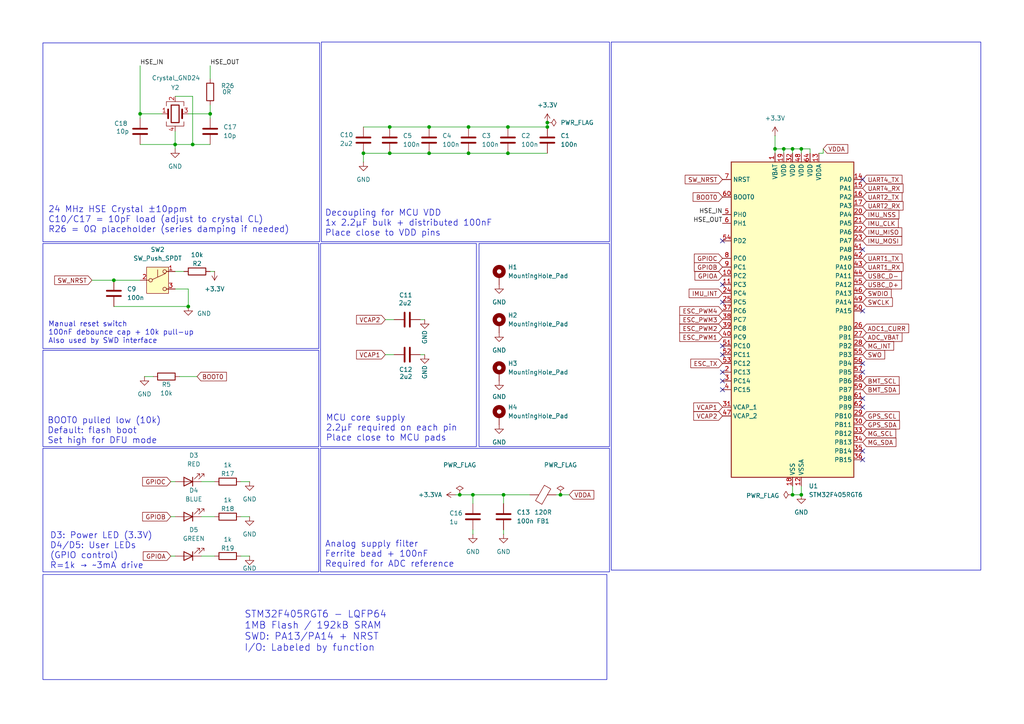
<source format=kicad_sch>
(kicad_sch
	(version 20250114)
	(generator "eeschema")
	(generator_version "9.0")
	(uuid "ce61db7f-2c67-4785-93a7-1334536670f0")
	(paper "A4")
	(title_block
		(title "MAVERICK 1.0 MCU ")
		(date "2025-09-05")
		(company "Itamar Dekel")
	)
	(lib_symbols
		(symbol "Device:C"
			(pin_numbers
				(hide yes)
			)
			(pin_names
				(offset 0.254)
			)
			(exclude_from_sim no)
			(in_bom yes)
			(on_board yes)
			(property "Reference" "C"
				(at 0.635 2.54 0)
				(effects
					(font
						(size 1.27 1.27)
					)
					(justify left)
				)
			)
			(property "Value" "C"
				(at 0.635 -2.54 0)
				(effects
					(font
						(size 1.27 1.27)
					)
					(justify left)
				)
			)
			(property "Footprint" ""
				(at 0.9652 -3.81 0)
				(effects
					(font
						(size 1.27 1.27)
					)
					(hide yes)
				)
			)
			(property "Datasheet" "~"
				(at 0 0 0)
				(effects
					(font
						(size 1.27 1.27)
					)
					(hide yes)
				)
			)
			(property "Description" "Unpolarized capacitor"
				(at 0 0 0)
				(effects
					(font
						(size 1.27 1.27)
					)
					(hide yes)
				)
			)
			(property "ki_keywords" "cap capacitor"
				(at 0 0 0)
				(effects
					(font
						(size 1.27 1.27)
					)
					(hide yes)
				)
			)
			(property "ki_fp_filters" "C_*"
				(at 0 0 0)
				(effects
					(font
						(size 1.27 1.27)
					)
					(hide yes)
				)
			)
			(symbol "C_0_1"
				(polyline
					(pts
						(xy -2.032 0.762) (xy 2.032 0.762)
					)
					(stroke
						(width 0.508)
						(type default)
					)
					(fill
						(type none)
					)
				)
				(polyline
					(pts
						(xy -2.032 -0.762) (xy 2.032 -0.762)
					)
					(stroke
						(width 0.508)
						(type default)
					)
					(fill
						(type none)
					)
				)
			)
			(symbol "C_1_1"
				(pin passive line
					(at 0 3.81 270)
					(length 2.794)
					(name "~"
						(effects
							(font
								(size 1.27 1.27)
							)
						)
					)
					(number "1"
						(effects
							(font
								(size 1.27 1.27)
							)
						)
					)
				)
				(pin passive line
					(at 0 -3.81 90)
					(length 2.794)
					(name "~"
						(effects
							(font
								(size 1.27 1.27)
							)
						)
					)
					(number "2"
						(effects
							(font
								(size 1.27 1.27)
							)
						)
					)
				)
			)
			(embedded_fonts no)
		)
		(symbol "Device:Crystal_GND24"
			(pin_names
				(offset 1.016)
				(hide yes)
			)
			(exclude_from_sim no)
			(in_bom yes)
			(on_board yes)
			(property "Reference" "Y"
				(at 3.175 5.08 0)
				(effects
					(font
						(size 1.27 1.27)
					)
					(justify left)
				)
			)
			(property "Value" "Crystal_GND24"
				(at 3.175 3.175 0)
				(effects
					(font
						(size 1.27 1.27)
					)
					(justify left)
				)
			)
			(property "Footprint" ""
				(at 0 0 0)
				(effects
					(font
						(size 1.27 1.27)
					)
					(hide yes)
				)
			)
			(property "Datasheet" "~"
				(at 0 0 0)
				(effects
					(font
						(size 1.27 1.27)
					)
					(hide yes)
				)
			)
			(property "Description" "Four pin crystal, GND on pins 2 and 4"
				(at 0 0 0)
				(effects
					(font
						(size 1.27 1.27)
					)
					(hide yes)
				)
			)
			(property "ki_keywords" "quartz ceramic resonator oscillator"
				(at 0 0 0)
				(effects
					(font
						(size 1.27 1.27)
					)
					(hide yes)
				)
			)
			(property "ki_fp_filters" "Crystal*"
				(at 0 0 0)
				(effects
					(font
						(size 1.27 1.27)
					)
					(hide yes)
				)
			)
			(symbol "Crystal_GND24_0_1"
				(polyline
					(pts
						(xy -2.54 2.286) (xy -2.54 3.556) (xy 2.54 3.556) (xy 2.54 2.286)
					)
					(stroke
						(width 0)
						(type default)
					)
					(fill
						(type none)
					)
				)
				(polyline
					(pts
						(xy -2.54 0) (xy -2.032 0)
					)
					(stroke
						(width 0)
						(type default)
					)
					(fill
						(type none)
					)
				)
				(polyline
					(pts
						(xy -2.54 -2.286) (xy -2.54 -3.556) (xy 2.54 -3.556) (xy 2.54 -2.286)
					)
					(stroke
						(width 0)
						(type default)
					)
					(fill
						(type none)
					)
				)
				(polyline
					(pts
						(xy -2.032 -1.27) (xy -2.032 1.27)
					)
					(stroke
						(width 0.508)
						(type default)
					)
					(fill
						(type none)
					)
				)
				(rectangle
					(start -1.143 2.54)
					(end 1.143 -2.54)
					(stroke
						(width 0.3048)
						(type default)
					)
					(fill
						(type none)
					)
				)
				(polyline
					(pts
						(xy 0 3.556) (xy 0 3.81)
					)
					(stroke
						(width 0)
						(type default)
					)
					(fill
						(type none)
					)
				)
				(polyline
					(pts
						(xy 0 -3.81) (xy 0 -3.556)
					)
					(stroke
						(width 0)
						(type default)
					)
					(fill
						(type none)
					)
				)
				(polyline
					(pts
						(xy 2.032 0) (xy 2.54 0)
					)
					(stroke
						(width 0)
						(type default)
					)
					(fill
						(type none)
					)
				)
				(polyline
					(pts
						(xy 2.032 -1.27) (xy 2.032 1.27)
					)
					(stroke
						(width 0.508)
						(type default)
					)
					(fill
						(type none)
					)
				)
			)
			(symbol "Crystal_GND24_1_1"
				(pin passive line
					(at -3.81 0 0)
					(length 1.27)
					(name "1"
						(effects
							(font
								(size 1.27 1.27)
							)
						)
					)
					(number "1"
						(effects
							(font
								(size 1.27 1.27)
							)
						)
					)
				)
				(pin passive line
					(at 0 5.08 270)
					(length 1.27)
					(name "2"
						(effects
							(font
								(size 1.27 1.27)
							)
						)
					)
					(number "2"
						(effects
							(font
								(size 1.27 1.27)
							)
						)
					)
				)
				(pin passive line
					(at 0 -5.08 90)
					(length 1.27)
					(name "4"
						(effects
							(font
								(size 1.27 1.27)
							)
						)
					)
					(number "4"
						(effects
							(font
								(size 1.27 1.27)
							)
						)
					)
				)
				(pin passive line
					(at 3.81 0 180)
					(length 1.27)
					(name "3"
						(effects
							(font
								(size 1.27 1.27)
							)
						)
					)
					(number "3"
						(effects
							(font
								(size 1.27 1.27)
							)
						)
					)
				)
			)
			(embedded_fonts no)
		)
		(symbol "Device:FerriteBead"
			(pin_numbers
				(hide yes)
			)
			(pin_names
				(offset 0)
			)
			(exclude_from_sim no)
			(in_bom yes)
			(on_board yes)
			(property "Reference" "FB"
				(at -3.81 0.635 90)
				(effects
					(font
						(size 1.27 1.27)
					)
				)
			)
			(property "Value" "FerriteBead"
				(at 3.81 0 90)
				(effects
					(font
						(size 1.27 1.27)
					)
				)
			)
			(property "Footprint" ""
				(at -1.778 0 90)
				(effects
					(font
						(size 1.27 1.27)
					)
					(hide yes)
				)
			)
			(property "Datasheet" "~"
				(at 0 0 0)
				(effects
					(font
						(size 1.27 1.27)
					)
					(hide yes)
				)
			)
			(property "Description" "Ferrite bead"
				(at 0 0 0)
				(effects
					(font
						(size 1.27 1.27)
					)
					(hide yes)
				)
			)
			(property "ki_keywords" "L ferrite bead inductor filter"
				(at 0 0 0)
				(effects
					(font
						(size 1.27 1.27)
					)
					(hide yes)
				)
			)
			(property "ki_fp_filters" "Inductor_* L_* *Ferrite*"
				(at 0 0 0)
				(effects
					(font
						(size 1.27 1.27)
					)
					(hide yes)
				)
			)
			(symbol "FerriteBead_0_1"
				(polyline
					(pts
						(xy -2.7686 0.4064) (xy -1.7018 2.2606) (xy 2.7686 -0.3048) (xy 1.6764 -2.159) (xy -2.7686 0.4064)
					)
					(stroke
						(width 0)
						(type default)
					)
					(fill
						(type none)
					)
				)
				(polyline
					(pts
						(xy 0 1.27) (xy 0 1.2954)
					)
					(stroke
						(width 0)
						(type default)
					)
					(fill
						(type none)
					)
				)
				(polyline
					(pts
						(xy 0 -1.27) (xy 0 -1.2192)
					)
					(stroke
						(width 0)
						(type default)
					)
					(fill
						(type none)
					)
				)
			)
			(symbol "FerriteBead_1_1"
				(pin passive line
					(at 0 3.81 270)
					(length 2.54)
					(name "~"
						(effects
							(font
								(size 1.27 1.27)
							)
						)
					)
					(number "1"
						(effects
							(font
								(size 1.27 1.27)
							)
						)
					)
				)
				(pin passive line
					(at 0 -3.81 90)
					(length 2.54)
					(name "~"
						(effects
							(font
								(size 1.27 1.27)
							)
						)
					)
					(number "2"
						(effects
							(font
								(size 1.27 1.27)
							)
						)
					)
				)
			)
			(embedded_fonts no)
		)
		(symbol "Device:LED"
			(pin_numbers
				(hide yes)
			)
			(pin_names
				(offset 1.016)
				(hide yes)
			)
			(exclude_from_sim no)
			(in_bom yes)
			(on_board yes)
			(property "Reference" "D"
				(at 0 2.54 0)
				(effects
					(font
						(size 1.27 1.27)
					)
				)
			)
			(property "Value" "LED"
				(at 0 -2.54 0)
				(effects
					(font
						(size 1.27 1.27)
					)
				)
			)
			(property "Footprint" ""
				(at 0 0 0)
				(effects
					(font
						(size 1.27 1.27)
					)
					(hide yes)
				)
			)
			(property "Datasheet" "~"
				(at 0 0 0)
				(effects
					(font
						(size 1.27 1.27)
					)
					(hide yes)
				)
			)
			(property "Description" "Light emitting diode"
				(at 0 0 0)
				(effects
					(font
						(size 1.27 1.27)
					)
					(hide yes)
				)
			)
			(property "Sim.Pins" "1=K 2=A"
				(at 0 0 0)
				(effects
					(font
						(size 1.27 1.27)
					)
					(hide yes)
				)
			)
			(property "ki_keywords" "LED diode"
				(at 0 0 0)
				(effects
					(font
						(size 1.27 1.27)
					)
					(hide yes)
				)
			)
			(property "ki_fp_filters" "LED* LED_SMD:* LED_THT:*"
				(at 0 0 0)
				(effects
					(font
						(size 1.27 1.27)
					)
					(hide yes)
				)
			)
			(symbol "LED_0_1"
				(polyline
					(pts
						(xy -3.048 -0.762) (xy -4.572 -2.286) (xy -3.81 -2.286) (xy -4.572 -2.286) (xy -4.572 -1.524)
					)
					(stroke
						(width 0)
						(type default)
					)
					(fill
						(type none)
					)
				)
				(polyline
					(pts
						(xy -1.778 -0.762) (xy -3.302 -2.286) (xy -2.54 -2.286) (xy -3.302 -2.286) (xy -3.302 -1.524)
					)
					(stroke
						(width 0)
						(type default)
					)
					(fill
						(type none)
					)
				)
				(polyline
					(pts
						(xy -1.27 0) (xy 1.27 0)
					)
					(stroke
						(width 0)
						(type default)
					)
					(fill
						(type none)
					)
				)
				(polyline
					(pts
						(xy -1.27 -1.27) (xy -1.27 1.27)
					)
					(stroke
						(width 0.254)
						(type default)
					)
					(fill
						(type none)
					)
				)
				(polyline
					(pts
						(xy 1.27 -1.27) (xy 1.27 1.27) (xy -1.27 0) (xy 1.27 -1.27)
					)
					(stroke
						(width 0.254)
						(type default)
					)
					(fill
						(type none)
					)
				)
			)
			(symbol "LED_1_1"
				(pin passive line
					(at -3.81 0 0)
					(length 2.54)
					(name "K"
						(effects
							(font
								(size 1.27 1.27)
							)
						)
					)
					(number "1"
						(effects
							(font
								(size 1.27 1.27)
							)
						)
					)
				)
				(pin passive line
					(at 3.81 0 180)
					(length 2.54)
					(name "A"
						(effects
							(font
								(size 1.27 1.27)
							)
						)
					)
					(number "2"
						(effects
							(font
								(size 1.27 1.27)
							)
						)
					)
				)
			)
			(embedded_fonts no)
		)
		(symbol "Device:R"
			(pin_numbers
				(hide yes)
			)
			(pin_names
				(offset 0)
			)
			(exclude_from_sim no)
			(in_bom yes)
			(on_board yes)
			(property "Reference" "R"
				(at 2.032 0 90)
				(effects
					(font
						(size 1.27 1.27)
					)
				)
			)
			(property "Value" "R"
				(at 0 0 90)
				(effects
					(font
						(size 1.27 1.27)
					)
				)
			)
			(property "Footprint" ""
				(at -1.778 0 90)
				(effects
					(font
						(size 1.27 1.27)
					)
					(hide yes)
				)
			)
			(property "Datasheet" "~"
				(at 0 0 0)
				(effects
					(font
						(size 1.27 1.27)
					)
					(hide yes)
				)
			)
			(property "Description" "Resistor"
				(at 0 0 0)
				(effects
					(font
						(size 1.27 1.27)
					)
					(hide yes)
				)
			)
			(property "ki_keywords" "R res resistor"
				(at 0 0 0)
				(effects
					(font
						(size 1.27 1.27)
					)
					(hide yes)
				)
			)
			(property "ki_fp_filters" "R_*"
				(at 0 0 0)
				(effects
					(font
						(size 1.27 1.27)
					)
					(hide yes)
				)
			)
			(symbol "R_0_1"
				(rectangle
					(start -1.016 -2.54)
					(end 1.016 2.54)
					(stroke
						(width 0.254)
						(type default)
					)
					(fill
						(type none)
					)
				)
			)
			(symbol "R_1_1"
				(pin passive line
					(at 0 3.81 270)
					(length 1.27)
					(name "~"
						(effects
							(font
								(size 1.27 1.27)
							)
						)
					)
					(number "1"
						(effects
							(font
								(size 1.27 1.27)
							)
						)
					)
				)
				(pin passive line
					(at 0 -3.81 90)
					(length 1.27)
					(name "~"
						(effects
							(font
								(size 1.27 1.27)
							)
						)
					)
					(number "2"
						(effects
							(font
								(size 1.27 1.27)
							)
						)
					)
				)
			)
			(embedded_fonts no)
		)
		(symbol "MCU_ST_STM32F4:STM32F405RGTx"
			(exclude_from_sim no)
			(in_bom yes)
			(on_board yes)
			(property "Reference" "U"
				(at -17.78 46.99 0)
				(effects
					(font
						(size 1.27 1.27)
					)
					(justify left)
				)
			)
			(property "Value" "STM32F405RGTx"
				(at 10.16 46.99 0)
				(effects
					(font
						(size 1.27 1.27)
					)
					(justify left)
				)
			)
			(property "Footprint" "Package_QFP:LQFP-64_10x10mm_P0.5mm"
				(at -17.78 -45.72 0)
				(effects
					(font
						(size 1.27 1.27)
					)
					(justify right)
					(hide yes)
				)
			)
			(property "Datasheet" "https://www.st.com/resource/en/datasheet/stm32f405rg.pdf"
				(at 0 0 0)
				(effects
					(font
						(size 1.27 1.27)
					)
					(hide yes)
				)
			)
			(property "Description" "STMicroelectronics Arm Cortex-M4 MCU, 1024KB flash, 192KB RAM, 168 MHz, 1.8-3.6V, 51 GPIO, LQFP64"
				(at 0 0 0)
				(effects
					(font
						(size 1.27 1.27)
					)
					(hide yes)
				)
			)
			(property "ki_keywords" "Arm Cortex-M4 STM32F4 STM32F405/415"
				(at 0 0 0)
				(effects
					(font
						(size 1.27 1.27)
					)
					(hide yes)
				)
			)
			(property "ki_fp_filters" "LQFP*10x10mm*P0.5mm*"
				(at 0 0 0)
				(effects
					(font
						(size 1.27 1.27)
					)
					(hide yes)
				)
			)
			(symbol "STM32F405RGTx_0_1"
				(rectangle
					(start -17.78 -45.72)
					(end 17.78 45.72)
					(stroke
						(width 0.254)
						(type default)
					)
					(fill
						(type background)
					)
				)
			)
			(symbol "STM32F405RGTx_1_1"
				(pin input line
					(at -20.32 40.64 0)
					(length 2.54)
					(name "NRST"
						(effects
							(font
								(size 1.27 1.27)
							)
						)
					)
					(number "7"
						(effects
							(font
								(size 1.27 1.27)
							)
						)
					)
				)
				(pin input line
					(at -20.32 35.56 0)
					(length 2.54)
					(name "BOOT0"
						(effects
							(font
								(size 1.27 1.27)
							)
						)
					)
					(number "60"
						(effects
							(font
								(size 1.27 1.27)
							)
						)
					)
				)
				(pin bidirectional line
					(at -20.32 30.48 0)
					(length 2.54)
					(name "PH0"
						(effects
							(font
								(size 1.27 1.27)
							)
						)
					)
					(number "5"
						(effects
							(font
								(size 1.27 1.27)
							)
						)
					)
					(alternate "RCC_OSC_IN" bidirectional line)
				)
				(pin bidirectional line
					(at -20.32 27.94 0)
					(length 2.54)
					(name "PH1"
						(effects
							(font
								(size 1.27 1.27)
							)
						)
					)
					(number "6"
						(effects
							(font
								(size 1.27 1.27)
							)
						)
					)
					(alternate "RCC_OSC_OUT" bidirectional line)
				)
				(pin bidirectional line
					(at -20.32 22.86 0)
					(length 2.54)
					(name "PD2"
						(effects
							(font
								(size 1.27 1.27)
							)
						)
					)
					(number "54"
						(effects
							(font
								(size 1.27 1.27)
							)
						)
					)
					(alternate "SDIO_CMD" bidirectional line)
					(alternate "TIM3_ETR" bidirectional line)
					(alternate "UART5_RX" bidirectional line)
				)
				(pin bidirectional line
					(at -20.32 17.78 0)
					(length 2.54)
					(name "PC0"
						(effects
							(font
								(size 1.27 1.27)
							)
						)
					)
					(number "8"
						(effects
							(font
								(size 1.27 1.27)
							)
						)
					)
					(alternate "ADC1_IN10" bidirectional line)
					(alternate "ADC2_IN10" bidirectional line)
					(alternate "ADC3_IN10" bidirectional line)
					(alternate "USB_OTG_HS_ULPI_STP" bidirectional line)
				)
				(pin bidirectional line
					(at -20.32 15.24 0)
					(length 2.54)
					(name "PC1"
						(effects
							(font
								(size 1.27 1.27)
							)
						)
					)
					(number "9"
						(effects
							(font
								(size 1.27 1.27)
							)
						)
					)
					(alternate "ADC1_IN11" bidirectional line)
					(alternate "ADC2_IN11" bidirectional line)
					(alternate "ADC3_IN11" bidirectional line)
				)
				(pin bidirectional line
					(at -20.32 12.7 0)
					(length 2.54)
					(name "PC2"
						(effects
							(font
								(size 1.27 1.27)
							)
						)
					)
					(number "10"
						(effects
							(font
								(size 1.27 1.27)
							)
						)
					)
					(alternate "ADC1_IN12" bidirectional line)
					(alternate "ADC2_IN12" bidirectional line)
					(alternate "ADC3_IN12" bidirectional line)
					(alternate "I2S2_ext_SD" bidirectional line)
					(alternate "SPI2_MISO" bidirectional line)
					(alternate "USB_OTG_HS_ULPI_DIR" bidirectional line)
				)
				(pin bidirectional line
					(at -20.32 10.16 0)
					(length 2.54)
					(name "PC3"
						(effects
							(font
								(size 1.27 1.27)
							)
						)
					)
					(number "11"
						(effects
							(font
								(size 1.27 1.27)
							)
						)
					)
					(alternate "ADC1_IN13" bidirectional line)
					(alternate "ADC2_IN13" bidirectional line)
					(alternate "ADC3_IN13" bidirectional line)
					(alternate "I2S2_SD" bidirectional line)
					(alternate "SPI2_MOSI" bidirectional line)
					(alternate "USB_OTG_HS_ULPI_NXT" bidirectional line)
				)
				(pin bidirectional line
					(at -20.32 7.62 0)
					(length 2.54)
					(name "PC4"
						(effects
							(font
								(size 1.27 1.27)
							)
						)
					)
					(number "24"
						(effects
							(font
								(size 1.27 1.27)
							)
						)
					)
					(alternate "ADC1_IN14" bidirectional line)
					(alternate "ADC2_IN14" bidirectional line)
				)
				(pin bidirectional line
					(at -20.32 5.08 0)
					(length 2.54)
					(name "PC5"
						(effects
							(font
								(size 1.27 1.27)
							)
						)
					)
					(number "25"
						(effects
							(font
								(size 1.27 1.27)
							)
						)
					)
					(alternate "ADC1_IN15" bidirectional line)
					(alternate "ADC2_IN15" bidirectional line)
				)
				(pin bidirectional line
					(at -20.32 2.54 0)
					(length 2.54)
					(name "PC6"
						(effects
							(font
								(size 1.27 1.27)
							)
						)
					)
					(number "37"
						(effects
							(font
								(size 1.27 1.27)
							)
						)
					)
					(alternate "I2S2_MCK" bidirectional line)
					(alternate "SDIO_D6" bidirectional line)
					(alternate "TIM3_CH1" bidirectional line)
					(alternate "TIM8_CH1" bidirectional line)
					(alternate "USART6_TX" bidirectional line)
				)
				(pin bidirectional line
					(at -20.32 0 0)
					(length 2.54)
					(name "PC7"
						(effects
							(font
								(size 1.27 1.27)
							)
						)
					)
					(number "38"
						(effects
							(font
								(size 1.27 1.27)
							)
						)
					)
					(alternate "I2S3_MCK" bidirectional line)
					(alternate "SDIO_D7" bidirectional line)
					(alternate "TIM3_CH2" bidirectional line)
					(alternate "TIM8_CH2" bidirectional line)
					(alternate "USART6_RX" bidirectional line)
				)
				(pin bidirectional line
					(at -20.32 -2.54 0)
					(length 2.54)
					(name "PC8"
						(effects
							(font
								(size 1.27 1.27)
							)
						)
					)
					(number "39"
						(effects
							(font
								(size 1.27 1.27)
							)
						)
					)
					(alternate "SDIO_D0" bidirectional line)
					(alternate "TIM3_CH3" bidirectional line)
					(alternate "TIM8_CH3" bidirectional line)
					(alternate "USART6_CK" bidirectional line)
				)
				(pin bidirectional line
					(at -20.32 -5.08 0)
					(length 2.54)
					(name "PC9"
						(effects
							(font
								(size 1.27 1.27)
							)
						)
					)
					(number "40"
						(effects
							(font
								(size 1.27 1.27)
							)
						)
					)
					(alternate "DAC_EXTI9" bidirectional line)
					(alternate "I2C3_SDA" bidirectional line)
					(alternate "I2S_CKIN" bidirectional line)
					(alternate "RCC_MCO_2" bidirectional line)
					(alternate "SDIO_D1" bidirectional line)
					(alternate "TIM3_CH4" bidirectional line)
					(alternate "TIM8_CH4" bidirectional line)
				)
				(pin bidirectional line
					(at -20.32 -7.62 0)
					(length 2.54)
					(name "PC10"
						(effects
							(font
								(size 1.27 1.27)
							)
						)
					)
					(number "51"
						(effects
							(font
								(size 1.27 1.27)
							)
						)
					)
					(alternate "I2S3_CK" bidirectional line)
					(alternate "SDIO_D2" bidirectional line)
					(alternate "SPI3_SCK" bidirectional line)
					(alternate "UART4_TX" bidirectional line)
					(alternate "USART3_TX" bidirectional line)
				)
				(pin bidirectional line
					(at -20.32 -10.16 0)
					(length 2.54)
					(name "PC11"
						(effects
							(font
								(size 1.27 1.27)
							)
						)
					)
					(number "52"
						(effects
							(font
								(size 1.27 1.27)
							)
						)
					)
					(alternate "ADC1_EXTI11" bidirectional line)
					(alternate "ADC2_EXTI11" bidirectional line)
					(alternate "ADC3_EXTI11" bidirectional line)
					(alternate "I2S3_ext_SD" bidirectional line)
					(alternate "SDIO_D3" bidirectional line)
					(alternate "SPI3_MISO" bidirectional line)
					(alternate "UART4_RX" bidirectional line)
					(alternate "USART3_RX" bidirectional line)
				)
				(pin bidirectional line
					(at -20.32 -12.7 0)
					(length 2.54)
					(name "PC12"
						(effects
							(font
								(size 1.27 1.27)
							)
						)
					)
					(number "53"
						(effects
							(font
								(size 1.27 1.27)
							)
						)
					)
					(alternate "I2S3_SD" bidirectional line)
					(alternate "SDIO_CK" bidirectional line)
					(alternate "SPI3_MOSI" bidirectional line)
					(alternate "UART5_TX" bidirectional line)
					(alternate "USART3_CK" bidirectional line)
				)
				(pin bidirectional line
					(at -20.32 -15.24 0)
					(length 2.54)
					(name "PC13"
						(effects
							(font
								(size 1.27 1.27)
							)
						)
					)
					(number "2"
						(effects
							(font
								(size 1.27 1.27)
							)
						)
					)
					(alternate "RTC_AF1" bidirectional line)
				)
				(pin bidirectional line
					(at -20.32 -17.78 0)
					(length 2.54)
					(name "PC14"
						(effects
							(font
								(size 1.27 1.27)
							)
						)
					)
					(number "3"
						(effects
							(font
								(size 1.27 1.27)
							)
						)
					)
					(alternate "RCC_OSC32_IN" bidirectional line)
				)
				(pin bidirectional line
					(at -20.32 -20.32 0)
					(length 2.54)
					(name "PC15"
						(effects
							(font
								(size 1.27 1.27)
							)
						)
					)
					(number "4"
						(effects
							(font
								(size 1.27 1.27)
							)
						)
					)
					(alternate "ADC1_EXTI15" bidirectional line)
					(alternate "ADC2_EXTI15" bidirectional line)
					(alternate "ADC3_EXTI15" bidirectional line)
					(alternate "RCC_OSC32_OUT" bidirectional line)
				)
				(pin power_out line
					(at -20.32 -25.4 0)
					(length 2.54)
					(name "VCAP_1"
						(effects
							(font
								(size 1.27 1.27)
							)
						)
					)
					(number "31"
						(effects
							(font
								(size 1.27 1.27)
							)
						)
					)
				)
				(pin power_out line
					(at -20.32 -27.94 0)
					(length 2.54)
					(name "VCAP_2"
						(effects
							(font
								(size 1.27 1.27)
							)
						)
					)
					(number "47"
						(effects
							(font
								(size 1.27 1.27)
							)
						)
					)
				)
				(pin power_in line
					(at -5.08 48.26 270)
					(length 2.54)
					(name "VBAT"
						(effects
							(font
								(size 1.27 1.27)
							)
						)
					)
					(number "1"
						(effects
							(font
								(size 1.27 1.27)
							)
						)
					)
				)
				(pin power_in line
					(at -2.54 48.26 270)
					(length 2.54)
					(name "VDD"
						(effects
							(font
								(size 1.27 1.27)
							)
						)
					)
					(number "19"
						(effects
							(font
								(size 1.27 1.27)
							)
						)
					)
				)
				(pin power_in line
					(at 0 48.26 270)
					(length 2.54)
					(name "VDD"
						(effects
							(font
								(size 1.27 1.27)
							)
						)
					)
					(number "32"
						(effects
							(font
								(size 1.27 1.27)
							)
						)
					)
				)
				(pin power_in line
					(at 0 -48.26 90)
					(length 2.54)
					(name "VSS"
						(effects
							(font
								(size 1.27 1.27)
							)
						)
					)
					(number "18"
						(effects
							(font
								(size 1.27 1.27)
							)
						)
					)
				)
				(pin passive line
					(at 0 -48.26 90)
					(length 2.54)
					(hide yes)
					(name "VSS"
						(effects
							(font
								(size 1.27 1.27)
							)
						)
					)
					(number "63"
						(effects
							(font
								(size 1.27 1.27)
							)
						)
					)
				)
				(pin power_in line
					(at 2.54 48.26 270)
					(length 2.54)
					(name "VDD"
						(effects
							(font
								(size 1.27 1.27)
							)
						)
					)
					(number "48"
						(effects
							(font
								(size 1.27 1.27)
							)
						)
					)
				)
				(pin power_in line
					(at 2.54 -48.26 90)
					(length 2.54)
					(name "VSSA"
						(effects
							(font
								(size 1.27 1.27)
							)
						)
					)
					(number "12"
						(effects
							(font
								(size 1.27 1.27)
							)
						)
					)
				)
				(pin power_in line
					(at 5.08 48.26 270)
					(length 2.54)
					(name "VDD"
						(effects
							(font
								(size 1.27 1.27)
							)
						)
					)
					(number "64"
						(effects
							(font
								(size 1.27 1.27)
							)
						)
					)
				)
				(pin power_in line
					(at 7.62 48.26 270)
					(length 2.54)
					(name "VDDA"
						(effects
							(font
								(size 1.27 1.27)
							)
						)
					)
					(number "13"
						(effects
							(font
								(size 1.27 1.27)
							)
						)
					)
				)
				(pin bidirectional line
					(at 20.32 40.64 180)
					(length 2.54)
					(name "PA0"
						(effects
							(font
								(size 1.27 1.27)
							)
						)
					)
					(number "14"
						(effects
							(font
								(size 1.27 1.27)
							)
						)
					)
					(alternate "ADC1_IN0" bidirectional line)
					(alternate "ADC2_IN0" bidirectional line)
					(alternate "ADC3_IN0" bidirectional line)
					(alternate "SYS_WKUP" bidirectional line)
					(alternate "TIM2_CH1" bidirectional line)
					(alternate "TIM2_ETR" bidirectional line)
					(alternate "TIM5_CH1" bidirectional line)
					(alternate "TIM8_ETR" bidirectional line)
					(alternate "UART4_TX" bidirectional line)
					(alternate "USART2_CTS" bidirectional line)
				)
				(pin bidirectional line
					(at 20.32 38.1 180)
					(length 2.54)
					(name "PA1"
						(effects
							(font
								(size 1.27 1.27)
							)
						)
					)
					(number "15"
						(effects
							(font
								(size 1.27 1.27)
							)
						)
					)
					(alternate "ADC1_IN1" bidirectional line)
					(alternate "ADC2_IN1" bidirectional line)
					(alternate "ADC3_IN1" bidirectional line)
					(alternate "TIM2_CH2" bidirectional line)
					(alternate "TIM5_CH2" bidirectional line)
					(alternate "UART4_RX" bidirectional line)
					(alternate "USART2_RTS" bidirectional line)
				)
				(pin bidirectional line
					(at 20.32 35.56 180)
					(length 2.54)
					(name "PA2"
						(effects
							(font
								(size 1.27 1.27)
							)
						)
					)
					(number "16"
						(effects
							(font
								(size 1.27 1.27)
							)
						)
					)
					(alternate "ADC1_IN2" bidirectional line)
					(alternate "ADC2_IN2" bidirectional line)
					(alternate "ADC3_IN2" bidirectional line)
					(alternate "TIM2_CH3" bidirectional line)
					(alternate "TIM5_CH3" bidirectional line)
					(alternate "TIM9_CH1" bidirectional line)
					(alternate "USART2_TX" bidirectional line)
				)
				(pin bidirectional line
					(at 20.32 33.02 180)
					(length 2.54)
					(name "PA3"
						(effects
							(font
								(size 1.27 1.27)
							)
						)
					)
					(number "17"
						(effects
							(font
								(size 1.27 1.27)
							)
						)
					)
					(alternate "ADC1_IN3" bidirectional line)
					(alternate "ADC2_IN3" bidirectional line)
					(alternate "ADC3_IN3" bidirectional line)
					(alternate "TIM2_CH4" bidirectional line)
					(alternate "TIM5_CH4" bidirectional line)
					(alternate "TIM9_CH2" bidirectional line)
					(alternate "USART2_RX" bidirectional line)
					(alternate "USB_OTG_HS_ULPI_D0" bidirectional line)
				)
				(pin bidirectional line
					(at 20.32 30.48 180)
					(length 2.54)
					(name "PA4"
						(effects
							(font
								(size 1.27 1.27)
							)
						)
					)
					(number "20"
						(effects
							(font
								(size 1.27 1.27)
							)
						)
					)
					(alternate "ADC1_IN4" bidirectional line)
					(alternate "ADC2_IN4" bidirectional line)
					(alternate "DAC_OUT1" bidirectional line)
					(alternate "I2S3_WS" bidirectional line)
					(alternate "SPI1_NSS" bidirectional line)
					(alternate "SPI3_NSS" bidirectional line)
					(alternate "USART2_CK" bidirectional line)
					(alternate "USB_OTG_HS_SOF" bidirectional line)
				)
				(pin bidirectional line
					(at 20.32 27.94 180)
					(length 2.54)
					(name "PA5"
						(effects
							(font
								(size 1.27 1.27)
							)
						)
					)
					(number "21"
						(effects
							(font
								(size 1.27 1.27)
							)
						)
					)
					(alternate "ADC1_IN5" bidirectional line)
					(alternate "ADC2_IN5" bidirectional line)
					(alternate "DAC_OUT2" bidirectional line)
					(alternate "SPI1_SCK" bidirectional line)
					(alternate "TIM2_CH1" bidirectional line)
					(alternate "TIM2_ETR" bidirectional line)
					(alternate "TIM8_CH1N" bidirectional line)
					(alternate "USB_OTG_HS_ULPI_CK" bidirectional line)
				)
				(pin bidirectional line
					(at 20.32 25.4 180)
					(length 2.54)
					(name "PA6"
						(effects
							(font
								(size 1.27 1.27)
							)
						)
					)
					(number "22"
						(effects
							(font
								(size 1.27 1.27)
							)
						)
					)
					(alternate "ADC1_IN6" bidirectional line)
					(alternate "ADC2_IN6" bidirectional line)
					(alternate "SPI1_MISO" bidirectional line)
					(alternate "TIM13_CH1" bidirectional line)
					(alternate "TIM1_BKIN" bidirectional line)
					(alternate "TIM3_CH1" bidirectional line)
					(alternate "TIM8_BKIN" bidirectional line)
				)
				(pin bidirectional line
					(at 20.32 22.86 180)
					(length 2.54)
					(name "PA7"
						(effects
							(font
								(size 1.27 1.27)
							)
						)
					)
					(number "23"
						(effects
							(font
								(size 1.27 1.27)
							)
						)
					)
					(alternate "ADC1_IN7" bidirectional line)
					(alternate "ADC2_IN7" bidirectional line)
					(alternate "SPI1_MOSI" bidirectional line)
					(alternate "TIM14_CH1" bidirectional line)
					(alternate "TIM1_CH1N" bidirectional line)
					(alternate "TIM3_CH2" bidirectional line)
					(alternate "TIM8_CH1N" bidirectional line)
				)
				(pin bidirectional line
					(at 20.32 20.32 180)
					(length 2.54)
					(name "PA8"
						(effects
							(font
								(size 1.27 1.27)
							)
						)
					)
					(number "41"
						(effects
							(font
								(size 1.27 1.27)
							)
						)
					)
					(alternate "I2C3_SCL" bidirectional line)
					(alternate "RCC_MCO_1" bidirectional line)
					(alternate "TIM1_CH1" bidirectional line)
					(alternate "USART1_CK" bidirectional line)
					(alternate "USB_OTG_FS_SOF" bidirectional line)
				)
				(pin bidirectional line
					(at 20.32 17.78 180)
					(length 2.54)
					(name "PA9"
						(effects
							(font
								(size 1.27 1.27)
							)
						)
					)
					(number "42"
						(effects
							(font
								(size 1.27 1.27)
							)
						)
					)
					(alternate "DAC_EXTI9" bidirectional line)
					(alternate "I2C3_SMBA" bidirectional line)
					(alternate "TIM1_CH2" bidirectional line)
					(alternate "USART1_TX" bidirectional line)
					(alternate "USB_OTG_FS_VBUS" bidirectional line)
				)
				(pin bidirectional line
					(at 20.32 15.24 180)
					(length 2.54)
					(name "PA10"
						(effects
							(font
								(size 1.27 1.27)
							)
						)
					)
					(number "43"
						(effects
							(font
								(size 1.27 1.27)
							)
						)
					)
					(alternate "TIM1_CH3" bidirectional line)
					(alternate "USART1_RX" bidirectional line)
					(alternate "USB_OTG_FS_ID" bidirectional line)
				)
				(pin bidirectional line
					(at 20.32 12.7 180)
					(length 2.54)
					(name "PA11"
						(effects
							(font
								(size 1.27 1.27)
							)
						)
					)
					(number "44"
						(effects
							(font
								(size 1.27 1.27)
							)
						)
					)
					(alternate "ADC1_EXTI11" bidirectional line)
					(alternate "ADC2_EXTI11" bidirectional line)
					(alternate "ADC3_EXTI11" bidirectional line)
					(alternate "CAN1_RX" bidirectional line)
					(alternate "TIM1_CH4" bidirectional line)
					(alternate "USART1_CTS" bidirectional line)
					(alternate "USB_OTG_FS_DM" bidirectional line)
				)
				(pin bidirectional line
					(at 20.32 10.16 180)
					(length 2.54)
					(name "PA12"
						(effects
							(font
								(size 1.27 1.27)
							)
						)
					)
					(number "45"
						(effects
							(font
								(size 1.27 1.27)
							)
						)
					)
					(alternate "CAN1_TX" bidirectional line)
					(alternate "TIM1_ETR" bidirectional line)
					(alternate "USART1_RTS" bidirectional line)
					(alternate "USB_OTG_FS_DP" bidirectional line)
				)
				(pin bidirectional line
					(at 20.32 7.62 180)
					(length 2.54)
					(name "PA13"
						(effects
							(font
								(size 1.27 1.27)
							)
						)
					)
					(number "46"
						(effects
							(font
								(size 1.27 1.27)
							)
						)
					)
					(alternate "SYS_JTMS-SWDIO" bidirectional line)
				)
				(pin bidirectional line
					(at 20.32 5.08 180)
					(length 2.54)
					(name "PA14"
						(effects
							(font
								(size 1.27 1.27)
							)
						)
					)
					(number "49"
						(effects
							(font
								(size 1.27 1.27)
							)
						)
					)
					(alternate "SYS_JTCK-SWCLK" bidirectional line)
				)
				(pin bidirectional line
					(at 20.32 2.54 180)
					(length 2.54)
					(name "PA15"
						(effects
							(font
								(size 1.27 1.27)
							)
						)
					)
					(number "50"
						(effects
							(font
								(size 1.27 1.27)
							)
						)
					)
					(alternate "ADC1_EXTI15" bidirectional line)
					(alternate "ADC2_EXTI15" bidirectional line)
					(alternate "ADC3_EXTI15" bidirectional line)
					(alternate "I2S3_WS" bidirectional line)
					(alternate "SPI1_NSS" bidirectional line)
					(alternate "SPI3_NSS" bidirectional line)
					(alternate "SYS_JTDI" bidirectional line)
					(alternate "TIM2_CH1" bidirectional line)
					(alternate "TIM2_ETR" bidirectional line)
				)
				(pin bidirectional line
					(at 20.32 -2.54 180)
					(length 2.54)
					(name "PB0"
						(effects
							(font
								(size 1.27 1.27)
							)
						)
					)
					(number "26"
						(effects
							(font
								(size 1.27 1.27)
							)
						)
					)
					(alternate "ADC1_IN8" bidirectional line)
					(alternate "ADC2_IN8" bidirectional line)
					(alternate "TIM1_CH2N" bidirectional line)
					(alternate "TIM3_CH3" bidirectional line)
					(alternate "TIM8_CH2N" bidirectional line)
					(alternate "USB_OTG_HS_ULPI_D1" bidirectional line)
				)
				(pin bidirectional line
					(at 20.32 -5.08 180)
					(length 2.54)
					(name "PB1"
						(effects
							(font
								(size 1.27 1.27)
							)
						)
					)
					(number "27"
						(effects
							(font
								(size 1.27 1.27)
							)
						)
					)
					(alternate "ADC1_IN9" bidirectional line)
					(alternate "ADC2_IN9" bidirectional line)
					(alternate "TIM1_CH3N" bidirectional line)
					(alternate "TIM3_CH4" bidirectional line)
					(alternate "TIM8_CH3N" bidirectional line)
					(alternate "USB_OTG_HS_ULPI_D2" bidirectional line)
				)
				(pin bidirectional line
					(at 20.32 -7.62 180)
					(length 2.54)
					(name "PB2"
						(effects
							(font
								(size 1.27 1.27)
							)
						)
					)
					(number "28"
						(effects
							(font
								(size 1.27 1.27)
							)
						)
					)
				)
				(pin bidirectional line
					(at 20.32 -10.16 180)
					(length 2.54)
					(name "PB3"
						(effects
							(font
								(size 1.27 1.27)
							)
						)
					)
					(number "55"
						(effects
							(font
								(size 1.27 1.27)
							)
						)
					)
					(alternate "I2S3_CK" bidirectional line)
					(alternate "SPI1_SCK" bidirectional line)
					(alternate "SPI3_SCK" bidirectional line)
					(alternate "SYS_JTDO-SWO" bidirectional line)
					(alternate "TIM2_CH2" bidirectional line)
				)
				(pin bidirectional line
					(at 20.32 -12.7 180)
					(length 2.54)
					(name "PB4"
						(effects
							(font
								(size 1.27 1.27)
							)
						)
					)
					(number "56"
						(effects
							(font
								(size 1.27 1.27)
							)
						)
					)
					(alternate "I2S3_ext_SD" bidirectional line)
					(alternate "SPI1_MISO" bidirectional line)
					(alternate "SPI3_MISO" bidirectional line)
					(alternate "SYS_JTRST" bidirectional line)
					(alternate "TIM3_CH1" bidirectional line)
				)
				(pin bidirectional line
					(at 20.32 -15.24 180)
					(length 2.54)
					(name "PB5"
						(effects
							(font
								(size 1.27 1.27)
							)
						)
					)
					(number "57"
						(effects
							(font
								(size 1.27 1.27)
							)
						)
					)
					(alternate "CAN2_RX" bidirectional line)
					(alternate "I2C1_SMBA" bidirectional line)
					(alternate "I2S3_SD" bidirectional line)
					(alternate "SPI1_MOSI" bidirectional line)
					(alternate "SPI3_MOSI" bidirectional line)
					(alternate "TIM3_CH2" bidirectional line)
					(alternate "USB_OTG_HS_ULPI_D7" bidirectional line)
				)
				(pin bidirectional line
					(at 20.32 -17.78 180)
					(length 2.54)
					(name "PB6"
						(effects
							(font
								(size 1.27 1.27)
							)
						)
					)
					(number "58"
						(effects
							(font
								(size 1.27 1.27)
							)
						)
					)
					(alternate "CAN2_TX" bidirectional line)
					(alternate "I2C1_SCL" bidirectional line)
					(alternate "TIM4_CH1" bidirectional line)
					(alternate "USART1_TX" bidirectional line)
				)
				(pin bidirectional line
					(at 20.32 -20.32 180)
					(length 2.54)
					(name "PB7"
						(effects
							(font
								(size 1.27 1.27)
							)
						)
					)
					(number "59"
						(effects
							(font
								(size 1.27 1.27)
							)
						)
					)
					(alternate "I2C1_SDA" bidirectional line)
					(alternate "TIM4_CH2" bidirectional line)
					(alternate "USART1_RX" bidirectional line)
				)
				(pin bidirectional line
					(at 20.32 -22.86 180)
					(length 2.54)
					(name "PB8"
						(effects
							(font
								(size 1.27 1.27)
							)
						)
					)
					(number "61"
						(effects
							(font
								(size 1.27 1.27)
							)
						)
					)
					(alternate "CAN1_RX" bidirectional line)
					(alternate "I2C1_SCL" bidirectional line)
					(alternate "SDIO_D4" bidirectional line)
					(alternate "TIM10_CH1" bidirectional line)
					(alternate "TIM4_CH3" bidirectional line)
				)
				(pin bidirectional line
					(at 20.32 -25.4 180)
					(length 2.54)
					(name "PB9"
						(effects
							(font
								(size 1.27 1.27)
							)
						)
					)
					(number "62"
						(effects
							(font
								(size 1.27 1.27)
							)
						)
					)
					(alternate "CAN1_TX" bidirectional line)
					(alternate "DAC_EXTI9" bidirectional line)
					(alternate "I2C1_SDA" bidirectional line)
					(alternate "I2S2_WS" bidirectional line)
					(alternate "SDIO_D5" bidirectional line)
					(alternate "SPI2_NSS" bidirectional line)
					(alternate "TIM11_CH1" bidirectional line)
					(alternate "TIM4_CH4" bidirectional line)
				)
				(pin bidirectional line
					(at 20.32 -27.94 180)
					(length 2.54)
					(name "PB10"
						(effects
							(font
								(size 1.27 1.27)
							)
						)
					)
					(number "29"
						(effects
							(font
								(size 1.27 1.27)
							)
						)
					)
					(alternate "I2C2_SCL" bidirectional line)
					(alternate "I2S2_CK" bidirectional line)
					(alternate "SPI2_SCK" bidirectional line)
					(alternate "TIM2_CH3" bidirectional line)
					(alternate "USART3_TX" bidirectional line)
					(alternate "USB_OTG_HS_ULPI_D3" bidirectional line)
				)
				(pin bidirectional line
					(at 20.32 -30.48 180)
					(length 2.54)
					(name "PB11"
						(effects
							(font
								(size 1.27 1.27)
							)
						)
					)
					(number "30"
						(effects
							(font
								(size 1.27 1.27)
							)
						)
					)
					(alternate "ADC1_EXTI11" bidirectional line)
					(alternate "ADC2_EXTI11" bidirectional line)
					(alternate "ADC3_EXTI11" bidirectional line)
					(alternate "I2C2_SDA" bidirectional line)
					(alternate "TIM2_CH4" bidirectional line)
					(alternate "USART3_RX" bidirectional line)
					(alternate "USB_OTG_HS_ULPI_D4" bidirectional line)
				)
				(pin bidirectional line
					(at 20.32 -33.02 180)
					(length 2.54)
					(name "PB12"
						(effects
							(font
								(size 1.27 1.27)
							)
						)
					)
					(number "33"
						(effects
							(font
								(size 1.27 1.27)
							)
						)
					)
					(alternate "CAN2_RX" bidirectional line)
					(alternate "I2C2_SMBA" bidirectional line)
					(alternate "I2S2_WS" bidirectional line)
					(alternate "SPI2_NSS" bidirectional line)
					(alternate "TIM1_BKIN" bidirectional line)
					(alternate "USART3_CK" bidirectional line)
					(alternate "USB_OTG_HS_ID" bidirectional line)
					(alternate "USB_OTG_HS_ULPI_D5" bidirectional line)
				)
				(pin bidirectional line
					(at 20.32 -35.56 180)
					(length 2.54)
					(name "PB13"
						(effects
							(font
								(size 1.27 1.27)
							)
						)
					)
					(number "34"
						(effects
							(font
								(size 1.27 1.27)
							)
						)
					)
					(alternate "CAN2_TX" bidirectional line)
					(alternate "I2S2_CK" bidirectional line)
					(alternate "SPI2_SCK" bidirectional line)
					(alternate "TIM1_CH1N" bidirectional line)
					(alternate "USART3_CTS" bidirectional line)
					(alternate "USB_OTG_HS_ULPI_D6" bidirectional line)
					(alternate "USB_OTG_HS_VBUS" bidirectional line)
				)
				(pin bidirectional line
					(at 20.32 -38.1 180)
					(length 2.54)
					(name "PB14"
						(effects
							(font
								(size 1.27 1.27)
							)
						)
					)
					(number "35"
						(effects
							(font
								(size 1.27 1.27)
							)
						)
					)
					(alternate "I2S2_ext_SD" bidirectional line)
					(alternate "SPI2_MISO" bidirectional line)
					(alternate "TIM12_CH1" bidirectional line)
					(alternate "TIM1_CH2N" bidirectional line)
					(alternate "TIM8_CH2N" bidirectional line)
					(alternate "USART3_RTS" bidirectional line)
					(alternate "USB_OTG_HS_DM" bidirectional line)
				)
				(pin bidirectional line
					(at 20.32 -40.64 180)
					(length 2.54)
					(name "PB15"
						(effects
							(font
								(size 1.27 1.27)
							)
						)
					)
					(number "36"
						(effects
							(font
								(size 1.27 1.27)
							)
						)
					)
					(alternate "ADC1_EXTI15" bidirectional line)
					(alternate "ADC2_EXTI15" bidirectional line)
					(alternate "ADC3_EXTI15" bidirectional line)
					(alternate "I2S2_SD" bidirectional line)
					(alternate "RTC_REFIN" bidirectional line)
					(alternate "SPI2_MOSI" bidirectional line)
					(alternate "TIM12_CH2" bidirectional line)
					(alternate "TIM1_CH3N" bidirectional line)
					(alternate "TIM8_CH3N" bidirectional line)
					(alternate "USB_OTG_HS_DP" bidirectional line)
				)
			)
			(embedded_fonts no)
		)
		(symbol "Mechanical:MountingHole_Pad"
			(pin_numbers
				(hide yes)
			)
			(pin_names
				(offset 1.016)
				(hide yes)
			)
			(exclude_from_sim no)
			(in_bom no)
			(on_board yes)
			(property "Reference" "H"
				(at 0 6.35 0)
				(effects
					(font
						(size 1.27 1.27)
					)
				)
			)
			(property "Value" "MountingHole_Pad"
				(at 0 4.445 0)
				(effects
					(font
						(size 1.27 1.27)
					)
				)
			)
			(property "Footprint" ""
				(at 0 0 0)
				(effects
					(font
						(size 1.27 1.27)
					)
					(hide yes)
				)
			)
			(property "Datasheet" "~"
				(at 0 0 0)
				(effects
					(font
						(size 1.27 1.27)
					)
					(hide yes)
				)
			)
			(property "Description" "Mounting Hole with connection"
				(at 0 0 0)
				(effects
					(font
						(size 1.27 1.27)
					)
					(hide yes)
				)
			)
			(property "ki_keywords" "mounting hole"
				(at 0 0 0)
				(effects
					(font
						(size 1.27 1.27)
					)
					(hide yes)
				)
			)
			(property "ki_fp_filters" "MountingHole*Pad*"
				(at 0 0 0)
				(effects
					(font
						(size 1.27 1.27)
					)
					(hide yes)
				)
			)
			(symbol "MountingHole_Pad_0_1"
				(circle
					(center 0 1.27)
					(radius 1.27)
					(stroke
						(width 1.27)
						(type default)
					)
					(fill
						(type none)
					)
				)
			)
			(symbol "MountingHole_Pad_1_1"
				(pin input line
					(at 0 -2.54 90)
					(length 2.54)
					(name "1"
						(effects
							(font
								(size 1.27 1.27)
							)
						)
					)
					(number "1"
						(effects
							(font
								(size 1.27 1.27)
							)
						)
					)
				)
			)
			(embedded_fonts no)
		)
		(symbol "Switch:SW_Push_SPDT"
			(pin_names
				(offset 0)
				(hide yes)
			)
			(exclude_from_sim no)
			(in_bom yes)
			(on_board yes)
			(property "Reference" "SW"
				(at 0 5.08 0)
				(effects
					(font
						(size 1.27 1.27)
					)
				)
			)
			(property "Value" "SW_Push_SPDT"
				(at 0 -5.08 0)
				(effects
					(font
						(size 1.27 1.27)
					)
				)
			)
			(property "Footprint" ""
				(at 0 0 0)
				(effects
					(font
						(size 1.27 1.27)
					)
					(hide yes)
				)
			)
			(property "Datasheet" "~"
				(at 0 0 0)
				(effects
					(font
						(size 1.27 1.27)
					)
					(hide yes)
				)
			)
			(property "Description" "Momentary Switch, single pole double throw"
				(at 0 0 0)
				(effects
					(font
						(size 1.27 1.27)
					)
					(hide yes)
				)
			)
			(property "ki_keywords" "switch single-pole double-throw spdt ON-ON"
				(at 0 0 0)
				(effects
					(font
						(size 1.27 1.27)
					)
					(hide yes)
				)
			)
			(symbol "SW_Push_SPDT_0_0"
				(circle
					(center -2.032 0)
					(radius 0.508)
					(stroke
						(width 0)
						(type default)
					)
					(fill
						(type none)
					)
				)
				(polyline
					(pts
						(xy 0 1.016) (xy 0 3.048)
					)
					(stroke
						(width 0)
						(type default)
					)
					(fill
						(type none)
					)
				)
				(circle
					(center 2.032 -2.54)
					(radius 0.508)
					(stroke
						(width 0)
						(type default)
					)
					(fill
						(type none)
					)
				)
			)
			(symbol "SW_Push_SPDT_0_1"
				(polyline
					(pts
						(xy -1.524 0.2032) (xy 2.3368 1.9812)
					)
					(stroke
						(width 0)
						(type default)
					)
					(fill
						(type none)
					)
				)
				(circle
					(center 2.032 2.54)
					(radius 0.508)
					(stroke
						(width 0)
						(type default)
					)
					(fill
						(type none)
					)
				)
			)
			(symbol "SW_Push_SPDT_1_1"
				(rectangle
					(start -3.175 3.81)
					(end 3.175 -3.81)
					(stroke
						(width 0)
						(type default)
					)
					(fill
						(type background)
					)
				)
				(pin passive line
					(at -5.08 0 0)
					(length 2.54)
					(name "B"
						(effects
							(font
								(size 1.27 1.27)
							)
						)
					)
					(number "2"
						(effects
							(font
								(size 1.27 1.27)
							)
						)
					)
				)
				(pin passive line
					(at 5.08 2.54 180)
					(length 2.54)
					(name "A"
						(effects
							(font
								(size 1.27 1.27)
							)
						)
					)
					(number "1"
						(effects
							(font
								(size 1.27 1.27)
							)
						)
					)
				)
				(pin passive line
					(at 5.08 -2.54 180)
					(length 2.54)
					(name "C"
						(effects
							(font
								(size 1.27 1.27)
							)
						)
					)
					(number "3"
						(effects
							(font
								(size 1.27 1.27)
							)
						)
					)
				)
			)
			(embedded_fonts no)
		)
		(symbol "power:+3.3V"
			(power)
			(pin_numbers
				(hide yes)
			)
			(pin_names
				(offset 0)
				(hide yes)
			)
			(exclude_from_sim no)
			(in_bom yes)
			(on_board yes)
			(property "Reference" "#PWR"
				(at 0 -3.81 0)
				(effects
					(font
						(size 1.27 1.27)
					)
					(hide yes)
				)
			)
			(property "Value" "+3.3V"
				(at 0 3.556 0)
				(effects
					(font
						(size 1.27 1.27)
					)
				)
			)
			(property "Footprint" ""
				(at 0 0 0)
				(effects
					(font
						(size 1.27 1.27)
					)
					(hide yes)
				)
			)
			(property "Datasheet" ""
				(at 0 0 0)
				(effects
					(font
						(size 1.27 1.27)
					)
					(hide yes)
				)
			)
			(property "Description" "Power symbol creates a global label with name \"+3.3V\""
				(at 0 0 0)
				(effects
					(font
						(size 1.27 1.27)
					)
					(hide yes)
				)
			)
			(property "ki_keywords" "global power"
				(at 0 0 0)
				(effects
					(font
						(size 1.27 1.27)
					)
					(hide yes)
				)
			)
			(symbol "+3.3V_0_1"
				(polyline
					(pts
						(xy -0.762 1.27) (xy 0 2.54)
					)
					(stroke
						(width 0)
						(type default)
					)
					(fill
						(type none)
					)
				)
				(polyline
					(pts
						(xy 0 2.54) (xy 0.762 1.27)
					)
					(stroke
						(width 0)
						(type default)
					)
					(fill
						(type none)
					)
				)
				(polyline
					(pts
						(xy 0 0) (xy 0 2.54)
					)
					(stroke
						(width 0)
						(type default)
					)
					(fill
						(type none)
					)
				)
			)
			(symbol "+3.3V_1_1"
				(pin power_in line
					(at 0 0 90)
					(length 0)
					(name "~"
						(effects
							(font
								(size 1.27 1.27)
							)
						)
					)
					(number "1"
						(effects
							(font
								(size 1.27 1.27)
							)
						)
					)
				)
			)
			(embedded_fonts no)
		)
		(symbol "power:+3.3VA"
			(power)
			(pin_numbers
				(hide yes)
			)
			(pin_names
				(offset 0)
				(hide yes)
			)
			(exclude_from_sim no)
			(in_bom yes)
			(on_board yes)
			(property "Reference" "#PWR"
				(at 0 -3.81 0)
				(effects
					(font
						(size 1.27 1.27)
					)
					(hide yes)
				)
			)
			(property "Value" "+3.3VA"
				(at 0 3.556 0)
				(effects
					(font
						(size 1.27 1.27)
					)
				)
			)
			(property "Footprint" ""
				(at 0 0 0)
				(effects
					(font
						(size 1.27 1.27)
					)
					(hide yes)
				)
			)
			(property "Datasheet" ""
				(at 0 0 0)
				(effects
					(font
						(size 1.27 1.27)
					)
					(hide yes)
				)
			)
			(property "Description" "Power symbol creates a global label with name \"+3.3VA\""
				(at 0 0 0)
				(effects
					(font
						(size 1.27 1.27)
					)
					(hide yes)
				)
			)
			(property "ki_keywords" "global power"
				(at 0 0 0)
				(effects
					(font
						(size 1.27 1.27)
					)
					(hide yes)
				)
			)
			(symbol "+3.3VA_0_1"
				(polyline
					(pts
						(xy -0.762 1.27) (xy 0 2.54)
					)
					(stroke
						(width 0)
						(type default)
					)
					(fill
						(type none)
					)
				)
				(polyline
					(pts
						(xy 0 2.54) (xy 0.762 1.27)
					)
					(stroke
						(width 0)
						(type default)
					)
					(fill
						(type none)
					)
				)
				(polyline
					(pts
						(xy 0 0) (xy 0 2.54)
					)
					(stroke
						(width 0)
						(type default)
					)
					(fill
						(type none)
					)
				)
			)
			(symbol "+3.3VA_1_1"
				(pin power_in line
					(at 0 0 90)
					(length 0)
					(name "~"
						(effects
							(font
								(size 1.27 1.27)
							)
						)
					)
					(number "1"
						(effects
							(font
								(size 1.27 1.27)
							)
						)
					)
				)
			)
			(embedded_fonts no)
		)
		(symbol "power:GND"
			(power)
			(pin_numbers
				(hide yes)
			)
			(pin_names
				(offset 0)
				(hide yes)
			)
			(exclude_from_sim no)
			(in_bom yes)
			(on_board yes)
			(property "Reference" "#PWR"
				(at 0 -6.35 0)
				(effects
					(font
						(size 1.27 1.27)
					)
					(hide yes)
				)
			)
			(property "Value" "GND"
				(at 0 -3.81 0)
				(effects
					(font
						(size 1.27 1.27)
					)
				)
			)
			(property "Footprint" ""
				(at 0 0 0)
				(effects
					(font
						(size 1.27 1.27)
					)
					(hide yes)
				)
			)
			(property "Datasheet" ""
				(at 0 0 0)
				(effects
					(font
						(size 1.27 1.27)
					)
					(hide yes)
				)
			)
			(property "Description" "Power symbol creates a global label with name \"GND\" , ground"
				(at 0 0 0)
				(effects
					(font
						(size 1.27 1.27)
					)
					(hide yes)
				)
			)
			(property "ki_keywords" "global power"
				(at 0 0 0)
				(effects
					(font
						(size 1.27 1.27)
					)
					(hide yes)
				)
			)
			(symbol "GND_0_1"
				(polyline
					(pts
						(xy 0 0) (xy 0 -1.27) (xy 1.27 -1.27) (xy 0 -2.54) (xy -1.27 -1.27) (xy 0 -1.27)
					)
					(stroke
						(width 0)
						(type default)
					)
					(fill
						(type none)
					)
				)
			)
			(symbol "GND_1_1"
				(pin power_in line
					(at 0 0 270)
					(length 0)
					(name "~"
						(effects
							(font
								(size 1.27 1.27)
							)
						)
					)
					(number "1"
						(effects
							(font
								(size 1.27 1.27)
							)
						)
					)
				)
			)
			(embedded_fonts no)
		)
		(symbol "power:PWR_FLAG"
			(power)
			(pin_numbers
				(hide yes)
			)
			(pin_names
				(offset 0)
				(hide yes)
			)
			(exclude_from_sim no)
			(in_bom yes)
			(on_board yes)
			(property "Reference" "#FLG"
				(at 0 1.905 0)
				(effects
					(font
						(size 1.27 1.27)
					)
					(hide yes)
				)
			)
			(property "Value" "PWR_FLAG"
				(at 0 3.81 0)
				(effects
					(font
						(size 1.27 1.27)
					)
				)
			)
			(property "Footprint" ""
				(at 0 0 0)
				(effects
					(font
						(size 1.27 1.27)
					)
					(hide yes)
				)
			)
			(property "Datasheet" "~"
				(at 0 0 0)
				(effects
					(font
						(size 1.27 1.27)
					)
					(hide yes)
				)
			)
			(property "Description" "Special symbol for telling ERC where power comes from"
				(at 0 0 0)
				(effects
					(font
						(size 1.27 1.27)
					)
					(hide yes)
				)
			)
			(property "ki_keywords" "flag power"
				(at 0 0 0)
				(effects
					(font
						(size 1.27 1.27)
					)
					(hide yes)
				)
			)
			(symbol "PWR_FLAG_0_0"
				(pin power_out line
					(at 0 0 90)
					(length 0)
					(name "~"
						(effects
							(font
								(size 1.27 1.27)
							)
						)
					)
					(number "1"
						(effects
							(font
								(size 1.27 1.27)
							)
						)
					)
				)
			)
			(symbol "PWR_FLAG_0_1"
				(polyline
					(pts
						(xy 0 0) (xy 0 1.27) (xy -1.016 1.905) (xy 0 2.54) (xy 1.016 1.905) (xy 0 1.27)
					)
					(stroke
						(width 0)
						(type default)
					)
					(fill
						(type none)
					)
				)
			)
			(embedded_fonts no)
		)
	)
	(rectangle
		(start 12.446 130.048)
		(end 92.456 165.862)
		(stroke
			(width 0)
			(type default)
		)
		(fill
			(type none)
		)
		(uuid 1fd1fcb9-047e-4a2c-8082-552bf51d5573)
	)
	(rectangle
		(start 12.446 70.612)
		(end 92.456 101.092)
		(stroke
			(width 0)
			(type default)
		)
		(fill
			(type none)
		)
		(uuid 3a1a99f4-c129-40d3-87fe-079382e5bfd7)
	)
	(rectangle
		(start 177.292 12.192)
		(end 284.48 165.354)
		(stroke
			(width 0)
			(type default)
		)
		(fill
			(type none)
		)
		(uuid 5741744d-d5ae-4b4a-bb2c-f6fcfe87952c)
	)
	(rectangle
		(start 12.446 12.446)
		(end 92.71 70.104)
		(stroke
			(width 0)
			(type default)
		)
		(fill
			(type none)
		)
		(uuid 5a6d598a-339a-4be5-95e2-692ecdd91740)
	)
	(rectangle
		(start 12.446 166.624)
		(end 176.022 197.104)
		(stroke
			(width 0)
			(type default)
		)
		(fill
			(type none)
		)
		(uuid 8c3e0016-b1fe-4a99-b908-9248d808bd77)
	)
	(rectangle
		(start 12.446 101.6)
		(end 92.456 129.54)
		(stroke
			(width 0)
			(type default)
		)
		(fill
			(type none)
		)
		(uuid b95c55ec-beb0-4892-8029-59aa8b99b543)
	)
	(rectangle
		(start 138.938 70.612)
		(end 176.784 129.54)
		(stroke
			(width 0)
			(type default)
		)
		(fill
			(type none)
		)
		(uuid c56336c4-88ad-4069-8554-e18ae92be794)
	)
	(rectangle
		(start 92.964 130.048)
		(end 176.784 165.862)
		(stroke
			(width 0)
			(type default)
		)
		(fill
			(type none)
		)
		(uuid c87d165b-41e7-4d5a-bd81-8653d035750d)
	)
	(rectangle
		(start 93.218 12.192)
		(end 176.784 70.104)
		(stroke
			(width 0)
			(type default)
		)
		(fill
			(type none)
		)
		(uuid d2087ccb-0c37-4a94-813e-dd1c0d5905bd)
	)
	(rectangle
		(start 92.964 70.612)
		(end 138.176 129.54)
		(stroke
			(width 0)
			(type default)
		)
		(fill
			(type none)
		)
		(uuid fc925843-43cf-415d-b9b8-7deb9302fa40)
	)
	(text "STM32F405RGT6 - LQFP64\n1MB Flash / 192kB SRAM\nSWD: PA13/PA14 + NRST\nI/O: Labeled by function"
		(exclude_from_sim no)
		(at 70.866 183.134 0)
		(effects
			(font
				(size 2 2)
			)
			(justify left)
		)
		(uuid "0eb01455-e7d2-4534-90b7-bd43aa8d7889")
	)
	(text "Manual reset switch\n100nF debounce cap + 10k pull-up\nAlso used by SWD interface"
		(exclude_from_sim no)
		(at 13.97 96.52 0)
		(effects
			(font
				(size 1.5 1.5)
			)
			(justify left)
		)
		(uuid "1ad1ec39-7150-4561-98e2-50e7f2f8f033")
	)
	(text "24 MHz HSE Crystal ±10ppm\nC10/C17 = 10pF load (adjust to crystal CL)\nR26 = 0Ω placeholder (series damping if needed)"
		(exclude_from_sim no)
		(at 13.97 63.754 0)
		(effects
			(font
				(size 1.8 1.8)
			)
			(justify left)
		)
		(uuid "20d9c1f4-907d-45dc-94cc-38c4d59996b9")
	)
	(text "MCU core supply\n2.2µF required on each pin\nPlace close to MCU pads"
		(exclude_from_sim no)
		(at 94.488 124.206 0)
		(effects
			(font
				(size 1.8 1.8)
			)
			(justify left)
		)
		(uuid "232b7ade-499c-432f-a4c6-1fcca922101d")
	)
	(text "BOOT0 pulled low (10k)\nDefault: flash boot\nSet high for DFU mode"
		(exclude_from_sim no)
		(at 13.716 124.968 0)
		(effects
			(font
				(size 1.8 1.8)
			)
			(justify left)
		)
		(uuid "45d441ff-22a7-4129-bf1c-3c2e46f701d7")
	)
	(text "MAVERICK 1.0"
		(exclude_from_sim no)
		(at 40.386 -5.334 0)
		(effects
			(font
				(size 8 8)
			)
		)
		(uuid "5869fabe-836c-4967-bbdc-1ce9480ed108")
	)
	(text "Decoupling for MCU VDD\n1x 2.2µF bulk + distributed 100nF\nPlace close to VDD pins"
		(exclude_from_sim no)
		(at 94.234 64.77 0)
		(effects
			(font
				(size 1.8 1.8)
			)
			(justify left)
		)
		(uuid "62a29923-c08c-4c81-a6f6-ea7e9c5f5638")
	)
	(text "D3: Power LED (3.3V)\nD4/D5: User LEDs \n(GPIO control)\nR=1k → ~3mA drive"
		(exclude_from_sim no)
		(at 14.478 159.766 0)
		(effects
			(font
				(size 1.8 1.8)
			)
			(justify left)
		)
		(uuid "7693ea75-14fa-48f3-9307-91038b84735f")
	)
	(text "Analog supply filter\nFerrite bead + 100nF\nRequired for ADC reference"
		(exclude_from_sim no)
		(at 94.234 160.782 0)
		(effects
			(font
				(size 1.8 1.8)
			)
			(justify left)
		)
		(uuid "a17df0f9-5fea-4f2d-a69b-7a4be065c959")
	)
	(junction
		(at 40.64 33.02)
		(diameter 0)
		(color 0 0 0 0)
		(uuid "0268d35d-4baa-48b5-b01e-1d62549f0cb4")
	)
	(junction
		(at 146.05 143.51)
		(diameter 0)
		(color 0 0 0 0)
		(uuid "06163933-a7bc-4d9e-a06a-19b1ce8d62c9")
	)
	(junction
		(at 50.8 41.91)
		(diameter 0)
		(color 0 0 0 0)
		(uuid "1112a307-62f8-47cd-9c3b-f9acbffcc07f")
	)
	(junction
		(at 232.41 43.18)
		(diameter 0)
		(color 0 0 0 0)
		(uuid "2410665c-4288-4c3b-b52d-4ffec246ccf8")
	)
	(junction
		(at 135.89 36.83)
		(diameter 0)
		(color 0 0 0 0)
		(uuid "32038dd8-88c7-424c-a9d2-8cae95721181")
	)
	(junction
		(at 133.35 143.51)
		(diameter 0)
		(color 0 0 0 0)
		(uuid "3887a652-157b-4999-8593-13a62ae68734")
	)
	(junction
		(at 124.46 44.45)
		(diameter 0)
		(color 0 0 0 0)
		(uuid "431a4fab-cfd4-4740-93f3-74fd1b8dbfae")
	)
	(junction
		(at 158.75 35.56)
		(diameter 0)
		(color 0 0 0 0)
		(uuid "47228cd8-32c7-4ea3-80b9-7605a11cf737")
	)
	(junction
		(at 54.61 88.9)
		(diameter 0)
		(color 0 0 0 0)
		(uuid "4d85dfa4-e9c9-4e9e-837d-fe81ee3779b3")
	)
	(junction
		(at 229.87 143.51)
		(diameter 0)
		(color 0 0 0 0)
		(uuid "59496689-f4ae-41ea-a28d-39dea7916178")
	)
	(junction
		(at 113.03 44.45)
		(diameter 0)
		(color 0 0 0 0)
		(uuid "5d8c9af2-3f0f-4fd6-be12-a7bfd2c87211")
	)
	(junction
		(at 55.88 41.91)
		(diameter 0)
		(color 0 0 0 0)
		(uuid "60e3d815-0f7b-4d83-9674-4d1a943b3dbd")
	)
	(junction
		(at 227.33 43.18)
		(diameter 0)
		(color 0 0 0 0)
		(uuid "73e25ded-81c9-4289-be1b-72b1360a2c5b")
	)
	(junction
		(at 33.02 81.28)
		(diameter 0)
		(color 0 0 0 0)
		(uuid "84d0ef02-e663-47e1-8b39-cd72314345c5")
	)
	(junction
		(at 162.56 143.51)
		(diameter 0)
		(color 0 0 0 0)
		(uuid "89103cbc-45a1-42fe-8dd9-faaf0cd3bad0")
	)
	(junction
		(at 137.16 143.51)
		(diameter 0)
		(color 0 0 0 0)
		(uuid "9a98b975-780c-41ed-aa6b-f05e7e0073b0")
	)
	(junction
		(at 147.32 44.45)
		(diameter 0)
		(color 0 0 0 0)
		(uuid "a13a7595-79fc-4e28-9450-cdd9da7bb3ca")
	)
	(junction
		(at 232.41 143.51)
		(diameter 0)
		(color 0 0 0 0)
		(uuid "a480d458-18db-4f99-a262-08569ab7b49e")
	)
	(junction
		(at 229.87 43.18)
		(diameter 0)
		(color 0 0 0 0)
		(uuid "a9bb17a7-c5aa-44db-98b7-408f68365a0d")
	)
	(junction
		(at 147.32 36.83)
		(diameter 0)
		(color 0 0 0 0)
		(uuid "bd05a81c-778e-4012-8a67-0537c90fb069")
	)
	(junction
		(at 60.96 33.02)
		(diameter 0)
		(color 0 0 0 0)
		(uuid "bee2dfd5-d8e3-4433-8c19-56f6beeee2ba")
	)
	(junction
		(at 124.46 36.83)
		(diameter 0)
		(color 0 0 0 0)
		(uuid "d5d59b73-5a99-43e8-9fe0-e359693d6c32")
	)
	(junction
		(at 113.03 36.83)
		(diameter 0)
		(color 0 0 0 0)
		(uuid "d84c5cef-6e89-4742-a70e-708c86a07fce")
	)
	(junction
		(at 224.79 43.18)
		(diameter 0)
		(color 0 0 0 0)
		(uuid "e84854a8-f670-4130-99a4-74de746499dd")
	)
	(junction
		(at 158.75 36.83)
		(diameter 0)
		(color 0 0 0 0)
		(uuid "f61ed0f1-49e9-4ede-8ca2-693a2071222e")
	)
	(junction
		(at 105.41 44.45)
		(diameter 0)
		(color 0 0 0 0)
		(uuid "f6327234-b8f5-4560-9c65-22ecbac92f1d")
	)
	(junction
		(at 135.89 44.45)
		(diameter 0)
		(color 0 0 0 0)
		(uuid "fedc09f0-e3b8-423c-a67e-5cd928e2a4a5")
	)
	(no_connect
		(at 209.55 102.87)
		(uuid "08ef2bd5-0cd9-4a7f-8637-3848f10e10b4")
	)
	(no_connect
		(at 209.55 113.03)
		(uuid "0fdb28dd-78f8-40b1-bf17-5f2fba46976a")
	)
	(no_connect
		(at 209.55 69.85)
		(uuid "1d416fa1-b623-4667-a179-3b7de6857b1e")
	)
	(no_connect
		(at 250.19 52.07)
		(uuid "1ee00d0c-ca6e-4bff-a09a-cf71fbf84559")
	)
	(no_connect
		(at 250.19 107.95)
		(uuid "4306cd4b-183d-4b03-b8f5-480cfa669d0b")
	)
	(no_connect
		(at 250.19 105.41)
		(uuid "51561bca-6fc0-4e83-b88c-894d7e8a2bbb")
	)
	(no_connect
		(at 250.19 130.81)
		(uuid "67cd7138-90fd-492e-a512-c7aaba0fa3a7")
	)
	(no_connect
		(at 250.19 118.11)
		(uuid "726dcb4b-0097-4642-a4e4-df3b052bc62a")
	)
	(no_connect
		(at 250.19 90.17)
		(uuid "834029d0-678a-4427-b6de-b74c2e85eea8")
	)
	(no_connect
		(at 250.19 133.35)
		(uuid "8cbb23f8-8d3b-4661-9c4e-4fa19dced504")
	)
	(no_connect
		(at 250.19 72.39)
		(uuid "9ee2db1f-4c97-45ed-a290-ef6ce597d351")
	)
	(no_connect
		(at 209.55 82.55)
		(uuid "b6880a94-4b8b-4244-ba54-89a58e23e50f")
	)
	(no_connect
		(at 209.55 100.33)
		(uuid "bd38efb5-b362-40ed-a3b8-0a397c060679")
	)
	(no_connect
		(at 209.55 110.49)
		(uuid "be7c94c1-f4de-422b-ab72-e5ed688f7721")
	)
	(no_connect
		(at 250.19 115.57)
		(uuid "d0933aba-e023-46cc-be32-9cc3c7c2a7e1")
	)
	(no_connect
		(at 209.55 107.95)
		(uuid "d3c69774-850e-46a7-af0f-44452c9ca222")
	)
	(no_connect
		(at 209.55 87.63)
		(uuid "e84daedd-c705-4c32-a084-74344c433d3e")
	)
	(wire
		(pts
			(xy 137.16 143.51) (xy 146.05 143.51)
		)
		(stroke
			(width 0)
			(type default)
		)
		(uuid "041373b7-8745-43a6-a80f-bc28e8f97ef6")
	)
	(wire
		(pts
			(xy 33.02 88.9) (xy 54.61 88.9)
		)
		(stroke
			(width 0)
			(type default)
		)
		(uuid "0f1a9d1d-c75a-4953-9013-85a7f6acac98")
	)
	(wire
		(pts
			(xy 147.32 44.45) (xy 158.75 44.45)
		)
		(stroke
			(width 0)
			(type default)
		)
		(uuid "14fa7775-31d2-4aa5-b6fd-612909f62646")
	)
	(wire
		(pts
			(xy 124.46 44.45) (xy 135.89 44.45)
		)
		(stroke
			(width 0)
			(type default)
		)
		(uuid "18b8c29a-7d7e-4f29-991b-7c71f07817fe")
	)
	(wire
		(pts
			(xy 137.16 146.05) (xy 137.16 143.51)
		)
		(stroke
			(width 0)
			(type default)
		)
		(uuid "1b6a7ae0-ff91-4991-ac90-773a0e39e679")
	)
	(wire
		(pts
			(xy 105.41 44.45) (xy 113.03 44.45)
		)
		(stroke
			(width 0)
			(type default)
		)
		(uuid "1bb44261-0d6a-46a5-9a6f-6eef7007060c")
	)
	(wire
		(pts
			(xy 60.96 19.05) (xy 60.96 22.86)
		)
		(stroke
			(width 0)
			(type default)
		)
		(uuid "1cc344a5-0cbd-4e2b-906b-daa26e2e25ab")
	)
	(wire
		(pts
			(xy 229.87 43.18) (xy 232.41 43.18)
		)
		(stroke
			(width 0)
			(type default)
		)
		(uuid "20535299-233f-417a-b913-4957c9ed0f51")
	)
	(wire
		(pts
			(xy 161.29 143.51) (xy 162.56 143.51)
		)
		(stroke
			(width 0)
			(type default)
		)
		(uuid "22138317-8bb8-4883-8475-9d8792706584")
	)
	(wire
		(pts
			(xy 60.96 30.48) (xy 60.96 33.02)
		)
		(stroke
			(width 0)
			(type default)
		)
		(uuid "28bb498d-98a6-4e54-9c40-e654bb57e482")
	)
	(wire
		(pts
			(xy 121.92 102.87) (xy 123.19 102.87)
		)
		(stroke
			(width 0)
			(type default)
		)
		(uuid "2e755f68-e975-428c-ab81-36a4c1684be8")
	)
	(wire
		(pts
			(xy 41.91 109.22) (xy 44.45 109.22)
		)
		(stroke
			(width 0)
			(type default)
		)
		(uuid "2f7a14d8-d560-4b07-bb2b-412bec202947")
	)
	(wire
		(pts
			(xy 69.85 139.7) (xy 72.39 139.7)
		)
		(stroke
			(width 0)
			(type default)
		)
		(uuid "32159f32-4a6e-4001-98a6-dae44d627f2d")
	)
	(wire
		(pts
			(xy 224.79 43.18) (xy 227.33 43.18)
		)
		(stroke
			(width 0)
			(type default)
		)
		(uuid "333e8da4-1ec5-49c1-a03c-389ff6a915ab")
	)
	(wire
		(pts
			(xy 234.95 43.18) (xy 232.41 43.18)
		)
		(stroke
			(width 0)
			(type default)
		)
		(uuid "352d6ca3-0614-419f-ae06-56d391436388")
	)
	(wire
		(pts
			(xy 121.92 92.71) (xy 123.19 92.71)
		)
		(stroke
			(width 0)
			(type default)
		)
		(uuid "37a4be64-bd89-49a4-850b-4d16c4301ab7")
	)
	(wire
		(pts
			(xy 60.96 33.02) (xy 60.96 34.29)
		)
		(stroke
			(width 0)
			(type default)
		)
		(uuid "3f223291-735e-44b0-8dbc-4258e93735de")
	)
	(wire
		(pts
			(xy 46.99 33.02) (xy 40.64 33.02)
		)
		(stroke
			(width 0)
			(type default)
		)
		(uuid "3fe809a0-9610-433d-941e-35da99fb2360")
	)
	(wire
		(pts
			(xy 229.87 43.18) (xy 229.87 44.45)
		)
		(stroke
			(width 0)
			(type default)
		)
		(uuid "421191c6-53f6-4f66-bbcb-b906fc9ff619")
	)
	(wire
		(pts
			(xy 50.8 41.91) (xy 55.88 41.91)
		)
		(stroke
			(width 0)
			(type default)
		)
		(uuid "43a796a8-3116-4c1c-96a8-98ff260e258a")
	)
	(wire
		(pts
			(xy 33.02 81.28) (xy 40.64 81.28)
		)
		(stroke
			(width 0)
			(type default)
		)
		(uuid "47abbb52-dab9-4cae-b9f6-0f3d3209869c")
	)
	(wire
		(pts
			(xy 224.79 39.37) (xy 224.79 43.18)
		)
		(stroke
			(width 0)
			(type default)
		)
		(uuid "489f081d-8dba-4c23-a458-3330c20b0145")
	)
	(wire
		(pts
			(xy 238.76 44.45) (xy 237.49 44.45)
		)
		(stroke
			(width 0)
			(type default)
		)
		(uuid "49ffb438-a7d5-4a55-b267-c6c2759bf519")
	)
	(wire
		(pts
			(xy 49.53 149.86) (xy 50.8 149.86)
		)
		(stroke
			(width 0)
			(type default)
		)
		(uuid "4b9246e2-e994-47f0-bf7c-39fd54d4700f")
	)
	(wire
		(pts
			(xy 158.75 35.56) (xy 158.75 36.83)
		)
		(stroke
			(width 0)
			(type default)
		)
		(uuid "4d8b37b7-e96b-480a-902d-a241732723ec")
	)
	(wire
		(pts
			(xy 232.41 140.97) (xy 232.41 143.51)
		)
		(stroke
			(width 0)
			(type default)
		)
		(uuid "4e4caaa0-03c6-4bab-b3cd-e14380273aad")
	)
	(wire
		(pts
			(xy 69.85 161.29) (xy 72.39 161.29)
		)
		(stroke
			(width 0)
			(type default)
		)
		(uuid "4f4d3632-474d-41a9-b8ce-56b2732e9614")
	)
	(wire
		(pts
			(xy 238.76 43.18) (xy 238.76 44.45)
		)
		(stroke
			(width 0)
			(type default)
		)
		(uuid "53285dbf-ec7e-4e16-801c-20c8a197a350")
	)
	(wire
		(pts
			(xy 132.08 143.51) (xy 133.35 143.51)
		)
		(stroke
			(width 0)
			(type default)
		)
		(uuid "53e02698-072d-405b-a4cf-e13f738c653c")
	)
	(wire
		(pts
			(xy 234.95 43.18) (xy 234.95 44.45)
		)
		(stroke
			(width 0)
			(type default)
		)
		(uuid "5a2b5efc-de5a-42b7-baa0-736ab4729819")
	)
	(wire
		(pts
			(xy 54.61 33.02) (xy 60.96 33.02)
		)
		(stroke
			(width 0)
			(type default)
		)
		(uuid "5fa66e18-2412-4dec-9041-a67e590d3df9")
	)
	(wire
		(pts
			(xy 69.85 149.86) (xy 72.39 149.86)
		)
		(stroke
			(width 0)
			(type default)
		)
		(uuid "60e0b651-8bf1-4933-8871-4eb25c759a09")
	)
	(wire
		(pts
			(xy 55.88 27.94) (xy 55.88 41.91)
		)
		(stroke
			(width 0)
			(type default)
		)
		(uuid "61e253f4-0a65-4c4c-b0fa-9940c51af119")
	)
	(wire
		(pts
			(xy 49.53 161.29) (xy 50.8 161.29)
		)
		(stroke
			(width 0)
			(type default)
		)
		(uuid "66bc18f8-81ab-4cc0-a48e-1e52cee9c26f")
	)
	(wire
		(pts
			(xy 137.16 153.67) (xy 137.16 154.94)
		)
		(stroke
			(width 0)
			(type default)
		)
		(uuid "687f10ac-535d-4072-ae51-52d078e60057")
	)
	(wire
		(pts
			(xy 54.61 83.82) (xy 54.61 88.9)
		)
		(stroke
			(width 0)
			(type default)
		)
		(uuid "6bf1c71a-6ef9-4afe-8c1d-3e4fc173af2f")
	)
	(wire
		(pts
			(xy 135.89 44.45) (xy 147.32 44.45)
		)
		(stroke
			(width 0)
			(type default)
		)
		(uuid "6c893c33-136d-4062-be16-2c355619835a")
	)
	(wire
		(pts
			(xy 105.41 36.83) (xy 113.03 36.83)
		)
		(stroke
			(width 0)
			(type default)
		)
		(uuid "72596f09-c624-4bc6-b11b-1c9f516c55ae")
	)
	(wire
		(pts
			(xy 50.8 83.82) (xy 54.61 83.82)
		)
		(stroke
			(width 0)
			(type default)
		)
		(uuid "728c3539-5c46-49c1-9ddd-845ee6d9e624")
	)
	(wire
		(pts
			(xy 113.03 36.83) (xy 124.46 36.83)
		)
		(stroke
			(width 0)
			(type default)
		)
		(uuid "78857870-e077-47f5-80f8-1eab7ec34ae0")
	)
	(wire
		(pts
			(xy 58.42 149.86) (xy 62.23 149.86)
		)
		(stroke
			(width 0)
			(type default)
		)
		(uuid "808c413b-8b5b-4ce7-aeab-1b2c72835f1c")
	)
	(wire
		(pts
			(xy 58.42 161.29) (xy 62.23 161.29)
		)
		(stroke
			(width 0)
			(type default)
		)
		(uuid "85ac6042-62e3-454e-b322-1e98d260ab21")
	)
	(wire
		(pts
			(xy 50.8 27.94) (xy 55.88 27.94)
		)
		(stroke
			(width 0)
			(type default)
		)
		(uuid "88415434-97d2-4743-999b-e1d0468c5bc4")
	)
	(wire
		(pts
			(xy 229.87 143.51) (xy 232.41 143.51)
		)
		(stroke
			(width 0)
			(type default)
		)
		(uuid "8abe4c0b-c24b-4ab0-b4fa-2947febce5c8")
	)
	(wire
		(pts
			(xy 146.05 146.05) (xy 146.05 143.51)
		)
		(stroke
			(width 0)
			(type default)
		)
		(uuid "8f759e4a-ef5c-4252-835c-befd59cf7250")
	)
	(wire
		(pts
			(xy 52.07 109.22) (xy 57.15 109.22)
		)
		(stroke
			(width 0)
			(type default)
		)
		(uuid "914d1599-fa5c-4e46-9adc-14aa5c1a31a1")
	)
	(wire
		(pts
			(xy 50.8 41.91) (xy 50.8 43.18)
		)
		(stroke
			(width 0)
			(type default)
		)
		(uuid "986066a6-750b-4dc8-879c-6d3c2dcf7ed1")
	)
	(wire
		(pts
			(xy 40.64 33.02) (xy 40.64 34.29)
		)
		(stroke
			(width 0)
			(type default)
		)
		(uuid "9d605b66-e2d1-46ae-b031-68eff2ecd5dd")
	)
	(wire
		(pts
			(xy 227.33 43.18) (xy 227.33 44.45)
		)
		(stroke
			(width 0)
			(type default)
		)
		(uuid "9dd3fe66-7121-4b4d-a367-e4bbb51e8aa3")
	)
	(wire
		(pts
			(xy 40.64 41.91) (xy 50.8 41.91)
		)
		(stroke
			(width 0)
			(type default)
		)
		(uuid "a04fdfd2-9020-4d54-ad03-13c5cb15ad08")
	)
	(wire
		(pts
			(xy 40.64 19.05) (xy 40.64 33.02)
		)
		(stroke
			(width 0)
			(type default)
		)
		(uuid "a08d9daf-3c58-4340-85e7-36b5866b2612")
	)
	(wire
		(pts
			(xy 146.05 153.67) (xy 146.05 154.94)
		)
		(stroke
			(width 0)
			(type default)
		)
		(uuid "a1419058-5c44-4854-92f6-958bd08454ad")
	)
	(wire
		(pts
			(xy 146.05 143.51) (xy 153.67 143.51)
		)
		(stroke
			(width 0)
			(type default)
		)
		(uuid "a992951b-767a-4176-8619-3fcb5ea1e2cc")
	)
	(wire
		(pts
			(xy 50.8 38.1) (xy 50.8 41.91)
		)
		(stroke
			(width 0)
			(type default)
		)
		(uuid "aeac366e-2072-4222-96c6-6eba4e823183")
	)
	(wire
		(pts
			(xy 232.41 43.18) (xy 232.41 44.45)
		)
		(stroke
			(width 0)
			(type default)
		)
		(uuid "bc143f59-acea-4e40-9a82-ae529fd6296d")
	)
	(wire
		(pts
			(xy 133.35 143.51) (xy 137.16 143.51)
		)
		(stroke
			(width 0)
			(type default)
		)
		(uuid "bc7a2e44-fe65-4056-b9bd-0a8ab4950ffb")
	)
	(wire
		(pts
			(xy 58.42 139.7) (xy 62.23 139.7)
		)
		(stroke
			(width 0)
			(type default)
		)
		(uuid "bda4a815-d422-435f-86b2-c31496cff822")
	)
	(wire
		(pts
			(xy 62.23 78.74) (xy 60.96 78.74)
		)
		(stroke
			(width 0)
			(type default)
		)
		(uuid "c1d562a8-f285-489a-872f-d2f1f063f692")
	)
	(wire
		(pts
			(xy 124.46 36.83) (xy 135.89 36.83)
		)
		(stroke
			(width 0)
			(type default)
		)
		(uuid "c6ff0fee-bb16-475d-ae06-9df02fef6449")
	)
	(wire
		(pts
			(xy 49.53 139.7) (xy 50.8 139.7)
		)
		(stroke
			(width 0)
			(type default)
		)
		(uuid "c70d7ce9-dd20-4f27-a743-c67e0dd7ed0e")
	)
	(wire
		(pts
			(xy 55.88 41.91) (xy 60.96 41.91)
		)
		(stroke
			(width 0)
			(type default)
		)
		(uuid "c8161eae-8e75-4970-9f2f-3872ed4550c2")
	)
	(wire
		(pts
			(xy 111.76 92.71) (xy 114.3 92.71)
		)
		(stroke
			(width 0)
			(type default)
		)
		(uuid "cec28843-9dea-4f81-b38e-a3f8576865f8")
	)
	(wire
		(pts
			(xy 147.32 36.83) (xy 158.75 36.83)
		)
		(stroke
			(width 0)
			(type default)
		)
		(uuid "dcca8e15-55c6-4177-9e3b-fa40c7e762a8")
	)
	(wire
		(pts
			(xy 111.76 102.87) (xy 114.3 102.87)
		)
		(stroke
			(width 0)
			(type default)
		)
		(uuid "dde68277-2d2c-4e68-80b6-72533f195312")
	)
	(wire
		(pts
			(xy 229.87 43.18) (xy 227.33 43.18)
		)
		(stroke
			(width 0)
			(type default)
		)
		(uuid "de739dce-a4a7-4675-ba8a-9680741896a7")
	)
	(wire
		(pts
			(xy 162.56 143.51) (xy 165.1 143.51)
		)
		(stroke
			(width 0)
			(type default)
		)
		(uuid "def969aa-326e-42fc-a001-e17f69704523")
	)
	(wire
		(pts
			(xy 229.87 140.97) (xy 229.87 143.51)
		)
		(stroke
			(width 0)
			(type default)
		)
		(uuid "e049c632-035a-45d6-97f2-920678b12b3d")
	)
	(wire
		(pts
			(xy 135.89 36.83) (xy 147.32 36.83)
		)
		(stroke
			(width 0)
			(type default)
		)
		(uuid "e7a617b0-0458-4fdd-9cc9-900e37e40296")
	)
	(wire
		(pts
			(xy 53.34 78.74) (xy 50.8 78.74)
		)
		(stroke
			(width 0)
			(type default)
		)
		(uuid "f0e20194-5b1b-4d52-a646-42977fade85e")
	)
	(wire
		(pts
			(xy 33.02 81.28) (xy 26.67 81.28)
		)
		(stroke
			(width 0)
			(type default)
		)
		(uuid "f6d02dd3-58b6-4d8c-8524-a164fbecad97")
	)
	(wire
		(pts
			(xy 113.03 44.45) (xy 124.46 44.45)
		)
		(stroke
			(width 0)
			(type default)
		)
		(uuid "fc44945c-fb25-4635-8f95-a36840328937")
	)
	(wire
		(pts
			(xy 224.79 44.45) (xy 224.79 43.18)
		)
		(stroke
			(width 0)
			(type default)
		)
		(uuid "fd8eed1d-3df6-4f7a-b1df-a6ab319597a9")
	)
	(wire
		(pts
			(xy 105.41 44.45) (xy 105.41 46.99)
		)
		(stroke
			(width 0)
			(type default)
		)
		(uuid "fff84bde-3644-41e1-b6be-eb6033cf06a6")
	)
	(label "HSE_OUT"
		(at 60.96 19.05 0)
		(effects
			(font
				(size 1.27 1.27)
			)
			(justify left bottom)
		)
		(uuid "1e33d882-41e2-4242-bd24-eb9f1bd40236")
	)
	(label "HSE_IN"
		(at 40.64 19.05 0)
		(effects
			(font
				(size 1.27 1.27)
			)
			(justify left bottom)
		)
		(uuid "9ee692ef-57a2-4c81-bbcb-571008e2e9c1")
	)
	(label "HSE_OUT"
		(at 209.55 64.77 180)
		(effects
			(font
				(size 1.27 1.27)
			)
			(justify right bottom)
		)
		(uuid "a9d2f7b4-839d-4de7-a1bf-fa7be572198d")
	)
	(label "HSE_IN"
		(at 209.55 62.23 180)
		(effects
			(font
				(size 1.27 1.27)
			)
			(justify right bottom)
		)
		(uuid "ad8258e0-cd3c-484a-874e-47af318bb9ea")
	)
	(global_label "MG_INT"
		(shape input)
		(at 250.19 100.33 0)
		(fields_autoplaced yes)
		(effects
			(font
				(size 1.27 1.27)
			)
			(justify left)
		)
		(uuid "0440d1a4-35cc-4841-ba5a-849c30e5659b")
		(property "Intersheetrefs" "${INTERSHEET_REFS}"
			(at 259.7671 100.33 0)
			(effects
				(font
					(size 1.27 1.27)
				)
				(justify left)
				(hide yes)
			)
		)
	)
	(global_label "VDDA"
		(shape input)
		(at 238.76 43.18 0)
		(fields_autoplaced yes)
		(effects
			(font
				(size 1.27 1.27)
			)
			(justify left)
		)
		(uuid "08c72e42-65bb-49b1-be97-8ef5dd67f8c3")
		(property "Intersheetrefs" "${INTERSHEET_REFS}"
			(at 246.4624 43.18 0)
			(effects
				(font
					(size 1.27 1.27)
				)
				(justify left)
				(hide yes)
			)
		)
	)
	(global_label "SW_NRST"
		(shape input)
		(at 26.67 81.28 180)
		(fields_autoplaced yes)
		(effects
			(font
				(size 1.27 1.27)
			)
			(justify right)
		)
		(uuid "0a5c5090-df6b-47d1-a5c3-a7c41f896bc1")
		(property "Intersheetrefs" "${INTERSHEET_REFS}"
			(at 15.2787 81.28 0)
			(effects
				(font
					(size 1.27 1.27)
				)
				(justify right)
				(hide yes)
			)
		)
	)
	(global_label "ESC_PWM4"
		(shape input)
		(at 209.55 90.17 180)
		(fields_autoplaced yes)
		(effects
			(font
				(size 1.27 1.27)
			)
			(justify right)
		)
		(uuid "0e9f8c33-af91-4b97-a14e-504a5e874f20")
		(property "Intersheetrefs" "${INTERSHEET_REFS}"
			(at 196.5864 90.17 0)
			(effects
				(font
					(size 1.27 1.27)
				)
				(justify right)
				(hide yes)
			)
		)
	)
	(global_label "IMU_NSS"
		(shape input)
		(at 250.19 62.23 0)
		(fields_autoplaced yes)
		(effects
			(font
				(size 1.27 1.27)
			)
			(justify left)
		)
		(uuid "0f8af459-62e3-45e6-8247-0b7c472240d3")
		(property "Intersheetrefs" "${INTERSHEET_REFS}"
			(at 261.279 62.23 0)
			(effects
				(font
					(size 1.27 1.27)
				)
				(justify left)
				(hide yes)
			)
		)
	)
	(global_label "GPIOB"
		(shape input)
		(at 209.55 77.47 180)
		(fields_autoplaced yes)
		(effects
			(font
				(size 1.27 1.27)
			)
			(justify right)
		)
		(uuid "0fe94d05-1487-4f25-b4a3-413af8185d92")
		(property "Intersheetrefs" "${INTERSHEET_REFS}"
			(at 200.8195 77.47 0)
			(effects
				(font
					(size 1.27 1.27)
				)
				(justify right)
				(hide yes)
			)
		)
	)
	(global_label "USBC_D-"
		(shape input)
		(at 250.19 80.01 0)
		(fields_autoplaced yes)
		(effects
			(font
				(size 1.27 1.27)
			)
			(justify left)
		)
		(uuid "11e64601-fefa-4554-a51b-f3a15e0fae2b")
		(property "Intersheetrefs" "${INTERSHEET_REFS}"
			(at 262.0652 80.01 0)
			(effects
				(font
					(size 1.27 1.27)
				)
				(justify left)
				(hide yes)
			)
		)
	)
	(global_label "GPIOC"
		(shape input)
		(at 209.55 74.93 180)
		(fields_autoplaced yes)
		(effects
			(font
				(size 1.27 1.27)
			)
			(justify right)
		)
		(uuid "1403c534-66fc-48c4-bffe-58c5ef02e037")
		(property "Intersheetrefs" "${INTERSHEET_REFS}"
			(at 200.8195 74.93 0)
			(effects
				(font
					(size 1.27 1.27)
				)
				(justify right)
				(hide yes)
			)
		)
	)
	(global_label "GPS_SDA"
		(shape input)
		(at 250.19 123.19 0)
		(fields_autoplaced yes)
		(effects
			(font
				(size 1.27 1.27)
			)
			(justify left)
		)
		(uuid "157dd694-05f5-43c6-b384-0934e241f785")
		(property "Intersheetrefs" "${INTERSHEET_REFS}"
			(at 261.4604 123.19 0)
			(effects
				(font
					(size 1.27 1.27)
				)
				(justify left)
				(hide yes)
			)
		)
	)
	(global_label "ESC_TX"
		(shape input)
		(at 209.55 105.41 180)
		(fields_autoplaced yes)
		(effects
			(font
				(size 1.27 1.27)
			)
			(justify right)
		)
		(uuid "15946153-2d48-49c1-8865-57d45a2e393d")
		(property "Intersheetrefs" "${INTERSHEET_REFS}"
			(at 199.7916 105.41 0)
			(effects
				(font
					(size 1.27 1.27)
				)
				(justify right)
				(hide yes)
			)
		)
	)
	(global_label "ESC_PWM2"
		(shape input)
		(at 209.55 95.25 180)
		(fields_autoplaced yes)
		(effects
			(font
				(size 1.27 1.27)
			)
			(justify right)
		)
		(uuid "1762423a-3b69-4218-a32a-72b834a012e9")
		(property "Intersheetrefs" "${INTERSHEET_REFS}"
			(at 196.5864 95.25 0)
			(effects
				(font
					(size 1.27 1.27)
				)
				(justify right)
				(hide yes)
			)
		)
	)
	(global_label "GPIOA"
		(shape input)
		(at 49.53 161.29 180)
		(fields_autoplaced yes)
		(effects
			(font
				(size 1.27 1.27)
			)
			(justify right)
		)
		(uuid "1d0933d6-149b-48d2-8566-8df0f864049f")
		(property "Intersheetrefs" "${INTERSHEET_REFS}"
			(at 40.9809 161.29 0)
			(effects
				(font
					(size 1.27 1.27)
				)
				(justify right)
				(hide yes)
			)
		)
	)
	(global_label "BOOT0"
		(shape input)
		(at 209.55 57.15 180)
		(fields_autoplaced yes)
		(effects
			(font
				(size 1.27 1.27)
			)
			(justify right)
		)
		(uuid "212cfd62-8038-4002-8a6a-79fdfc84448d")
		(property "Intersheetrefs" "${INTERSHEET_REFS}"
			(at 200.4567 57.15 0)
			(effects
				(font
					(size 1.27 1.27)
				)
				(justify right)
				(hide yes)
			)
		)
	)
	(global_label "ESC_PWM3"
		(shape input)
		(at 209.55 92.71 180)
		(fields_autoplaced yes)
		(effects
			(font
				(size 1.27 1.27)
			)
			(justify right)
		)
		(uuid "29e9e084-396b-4dd8-b9bc-1b0660df2e1b")
		(property "Intersheetrefs" "${INTERSHEET_REFS}"
			(at 196.5864 92.71 0)
			(effects
				(font
					(size 1.27 1.27)
				)
				(justify right)
				(hide yes)
			)
		)
	)
	(global_label "IMU_CLK"
		(shape input)
		(at 250.19 64.77 0)
		(fields_autoplaced yes)
		(effects
			(font
				(size 1.27 1.27)
			)
			(justify left)
		)
		(uuid "386694d5-364d-4e30-b559-c6dd81e2a12f")
		(property "Intersheetrefs" "${INTERSHEET_REFS}"
			(at 261.0976 64.77 0)
			(effects
				(font
					(size 1.27 1.27)
				)
				(justify left)
				(hide yes)
			)
		)
	)
	(global_label "ESC_PWM1"
		(shape input)
		(at 209.55 97.79 180)
		(fields_autoplaced yes)
		(effects
			(font
				(size 1.27 1.27)
			)
			(justify right)
		)
		(uuid "444e2cb3-77bb-4232-9cfe-01788ecd10df")
		(property "Intersheetrefs" "${INTERSHEET_REFS}"
			(at 196.5864 97.79 0)
			(effects
				(font
					(size 1.27 1.27)
				)
				(justify right)
				(hide yes)
			)
		)
	)
	(global_label "ADC_VBAT"
		(shape input)
		(at 250.19 97.79 0)
		(fields_autoplaced yes)
		(effects
			(font
				(size 1.27 1.27)
			)
			(justify left)
		)
		(uuid "53075e02-3781-4285-b45a-3cce015c36ee")
		(property "Intersheetrefs" "${INTERSHEET_REFS}"
			(at 262.1862 97.79 0)
			(effects
				(font
					(size 1.27 1.27)
				)
				(justify left)
				(hide yes)
			)
		)
	)
	(global_label "VCAP1"
		(shape input)
		(at 209.55 118.11 180)
		(fields_autoplaced yes)
		(effects
			(font
				(size 1.27 1.27)
			)
			(justify right)
		)
		(uuid "58cd3b06-da76-47af-887e-a9af3f223ce4")
		(property "Intersheetrefs" "${INTERSHEET_REFS}"
			(at 200.6381 118.11 0)
			(effects
				(font
					(size 1.27 1.27)
				)
				(justify right)
				(hide yes)
			)
		)
	)
	(global_label "VCAP2"
		(shape input)
		(at 209.55 120.65 180)
		(fields_autoplaced yes)
		(effects
			(font
				(size 1.27 1.27)
			)
			(justify right)
		)
		(uuid "590b307e-4fc0-4dc5-b8c7-aab524d02272")
		(property "Intersheetrefs" "${INTERSHEET_REFS}"
			(at 200.6381 120.65 0)
			(effects
				(font
					(size 1.27 1.27)
				)
				(justify right)
				(hide yes)
			)
		)
	)
	(global_label "GPIOC"
		(shape input)
		(at 49.53 139.7 180)
		(fields_autoplaced yes)
		(effects
			(font
				(size 1.27 1.27)
			)
			(justify right)
		)
		(uuid "61f411fb-9bbb-44d1-8878-8854dd851792")
		(property "Intersheetrefs" "${INTERSHEET_REFS}"
			(at 40.7995 139.7 0)
			(effects
				(font
					(size 1.27 1.27)
				)
				(justify right)
				(hide yes)
			)
		)
	)
	(global_label "UART4_TX"
		(shape input)
		(at 250.19 52.07 0)
		(fields_autoplaced yes)
		(effects
			(font
				(size 1.27 1.27)
			)
			(justify left)
		)
		(uuid "63eaac07-57f9-4114-b477-ebf04202284a")
		(property "Intersheetrefs" "${INTERSHEET_REFS}"
			(at 262.1861 52.07 0)
			(effects
				(font
					(size 1.27 1.27)
				)
				(justify left)
				(hide yes)
			)
		)
	)
	(global_label "IMU_MISO"
		(shape input)
		(at 250.19 67.31 0)
		(fields_autoplaced yes)
		(effects
			(font
				(size 1.27 1.27)
			)
			(justify left)
		)
		(uuid "67a50100-c9c4-4d28-804a-06b9db9eb231")
		(property "Intersheetrefs" "${INTERSHEET_REFS}"
			(at 262.1257 67.31 0)
			(effects
				(font
					(size 1.27 1.27)
				)
				(justify left)
				(hide yes)
			)
		)
	)
	(global_label "GPIOA"
		(shape input)
		(at 209.55 80.01 180)
		(fields_autoplaced yes)
		(effects
			(font
				(size 1.27 1.27)
			)
			(justify right)
		)
		(uuid "68f379ce-4025-4c8a-965f-a0aebe31b432")
		(property "Intersheetrefs" "${INTERSHEET_REFS}"
			(at 201.0009 80.01 0)
			(effects
				(font
					(size 1.27 1.27)
				)
				(justify right)
				(hide yes)
			)
		)
	)
	(global_label "BMT_SCL"
		(shape input)
		(at 250.19 110.49 0)
		(fields_autoplaced yes)
		(effects
			(font
				(size 1.27 1.27)
			)
			(justify left)
		)
		(uuid "6ca91c24-5dde-4554-b87e-03dddcbca541")
		(property "Intersheetrefs" "${INTERSHEET_REFS}"
			(at 261.3394 110.49 0)
			(effects
				(font
					(size 1.27 1.27)
				)
				(justify left)
				(hide yes)
			)
		)
	)
	(global_label "SWO"
		(shape input)
		(at 250.19 102.87 0)
		(fields_autoplaced yes)
		(effects
			(font
				(size 1.27 1.27)
			)
			(justify left)
		)
		(uuid "6f8f85d2-f658-4f2e-b6ef-57b14b240ee3")
		(property "Intersheetrefs" "${INTERSHEET_REFS}"
			(at 257.1666 102.87 0)
			(effects
				(font
					(size 1.27 1.27)
				)
				(justify left)
				(hide yes)
			)
		)
	)
	(global_label "UART1_RX"
		(shape input)
		(at 250.19 77.47 0)
		(fields_autoplaced yes)
		(effects
			(font
				(size 1.27 1.27)
			)
			(justify left)
		)
		(uuid "750204ec-0e62-437b-8535-bd7b5336e717")
		(property "Intersheetrefs" "${INTERSHEET_REFS}"
			(at 262.4885 77.47 0)
			(effects
				(font
					(size 1.27 1.27)
				)
				(justify left)
				(hide yes)
			)
		)
	)
	(global_label "SW_NRST"
		(shape input)
		(at 209.55 52.07 180)
		(fields_autoplaced yes)
		(effects
			(font
				(size 1.27 1.27)
			)
			(justify right)
		)
		(uuid "7ab49e65-147d-41d6-baac-8b060b201ea3")
		(property "Intersheetrefs" "${INTERSHEET_REFS}"
			(at 198.1587 52.07 0)
			(effects
				(font
					(size 1.27 1.27)
				)
				(justify right)
				(hide yes)
			)
		)
	)
	(global_label "VCAP1"
		(shape input)
		(at 111.76 102.87 180)
		(fields_autoplaced yes)
		(effects
			(font
				(size 1.27 1.27)
			)
			(justify right)
		)
		(uuid "83eaed7d-dde9-45e5-9df9-8446ea2a7e50")
		(property "Intersheetrefs" "${INTERSHEET_REFS}"
			(at 102.8481 102.87 0)
			(effects
				(font
					(size 1.27 1.27)
				)
				(justify right)
				(hide yes)
			)
		)
	)
	(global_label "ADC1_CURR"
		(shape input)
		(at 250.19 95.25 0)
		(fields_autoplaced yes)
		(effects
			(font
				(size 1.27 1.27)
			)
			(justify left)
		)
		(uuid "845e48c7-998e-4518-a3a5-546da6c79dd1")
		(property "Intersheetrefs" "${INTERSHEET_REFS}"
			(at 264.1214 95.25 0)
			(effects
				(font
					(size 1.27 1.27)
				)
				(justify left)
				(hide yes)
			)
		)
	)
	(global_label "SWCLK"
		(shape input)
		(at 250.19 87.63 0)
		(fields_autoplaced yes)
		(effects
			(font
				(size 1.27 1.27)
			)
			(justify left)
		)
		(uuid "9ac796c9-fa99-4ee9-a0eb-4c50775644cf")
		(property "Intersheetrefs" "${INTERSHEET_REFS}"
			(at 259.4042 87.63 0)
			(effects
				(font
					(size 1.27 1.27)
				)
				(justify left)
				(hide yes)
			)
		)
	)
	(global_label "IMU_MOSI"
		(shape input)
		(at 250.19 69.85 0)
		(fields_autoplaced yes)
		(effects
			(font
				(size 1.27 1.27)
			)
			(justify left)
		)
		(uuid "9f5d7f2f-666b-49ca-990e-26d80208380b")
		(property "Intersheetrefs" "${INTERSHEET_REFS}"
			(at 262.1257 69.85 0)
			(effects
				(font
					(size 1.27 1.27)
				)
				(justify left)
				(hide yes)
			)
		)
	)
	(global_label "BMT_SDA"
		(shape input)
		(at 250.19 113.03 0)
		(fields_autoplaced yes)
		(effects
			(font
				(size 1.27 1.27)
			)
			(justify left)
		)
		(uuid "a0b01ea1-8659-4dc3-a0bb-6fc6d9ba3c89")
		(property "Intersheetrefs" "${INTERSHEET_REFS}"
			(at 261.3999 113.03 0)
			(effects
				(font
					(size 1.27 1.27)
				)
				(justify left)
				(hide yes)
			)
		)
	)
	(global_label "USBC_D+"
		(shape input)
		(at 250.19 82.55 0)
		(fields_autoplaced yes)
		(effects
			(font
				(size 1.27 1.27)
			)
			(justify left)
		)
		(uuid "a81838c4-b3db-4216-aaf9-7416744de1d8")
		(property "Intersheetrefs" "${INTERSHEET_REFS}"
			(at 262.0652 82.55 0)
			(effects
				(font
					(size 1.27 1.27)
				)
				(justify left)
				(hide yes)
			)
		)
	)
	(global_label "GPIOB"
		(shape input)
		(at 49.53 149.86 180)
		(fields_autoplaced yes)
		(effects
			(font
				(size 1.27 1.27)
			)
			(justify right)
		)
		(uuid "b6647a67-1bba-43bb-ad31-53201b41c97c")
		(property "Intersheetrefs" "${INTERSHEET_REFS}"
			(at 40.7995 149.86 0)
			(effects
				(font
					(size 1.27 1.27)
				)
				(justify right)
				(hide yes)
			)
		)
	)
	(global_label "BOOT0"
		(shape input)
		(at 57.15 109.22 0)
		(fields_autoplaced yes)
		(effects
			(font
				(size 1.27 1.27)
			)
			(justify left)
		)
		(uuid "bbd2663f-57fd-445d-ae27-ab9b2d148b9c")
		(property "Intersheetrefs" "${INTERSHEET_REFS}"
			(at 66.2433 109.22 0)
			(effects
				(font
					(size 1.27 1.27)
				)
				(justify left)
				(hide yes)
			)
		)
	)
	(global_label "UART2_RX"
		(shape input)
		(at 250.19 59.69 0)
		(fields_autoplaced yes)
		(effects
			(font
				(size 1.27 1.27)
			)
			(justify left)
		)
		(uuid "c4c58c0c-15f6-46aa-91c2-05b10b6356f2")
		(property "Intersheetrefs" "${INTERSHEET_REFS}"
			(at 262.4885 59.69 0)
			(effects
				(font
					(size 1.27 1.27)
				)
				(justify left)
				(hide yes)
			)
		)
	)
	(global_label "SWDIO"
		(shape input)
		(at 250.19 85.09 0)
		(fields_autoplaced yes)
		(effects
			(font
				(size 1.27 1.27)
			)
			(justify left)
		)
		(uuid "c709cbc3-63df-41ac-8b46-bce152c67893")
		(property "Intersheetrefs" "${INTERSHEET_REFS}"
			(at 259.0414 85.09 0)
			(effects
				(font
					(size 1.27 1.27)
				)
				(justify left)
				(hide yes)
			)
		)
	)
	(global_label "VDDA"
		(shape input)
		(at 165.1 143.51 0)
		(fields_autoplaced yes)
		(effects
			(font
				(size 1.27 1.27)
			)
			(justify left)
		)
		(uuid "cb5b06e6-5f6f-4cb0-9395-ee328a83256c")
		(property "Intersheetrefs" "${INTERSHEET_REFS}"
			(at 172.8024 143.51 0)
			(effects
				(font
					(size 1.27 1.27)
				)
				(justify left)
				(hide yes)
			)
		)
	)
	(global_label "VCAP2"
		(shape input)
		(at 111.76 92.71 180)
		(fields_autoplaced yes)
		(effects
			(font
				(size 1.27 1.27)
			)
			(justify right)
		)
		(uuid "ce88f59d-f486-4d86-9061-c5631e30d7e6")
		(property "Intersheetrefs" "${INTERSHEET_REFS}"
			(at 102.8481 92.71 0)
			(effects
				(font
					(size 1.27 1.27)
				)
				(justify right)
				(hide yes)
			)
		)
	)
	(global_label "UART2_TX"
		(shape input)
		(at 250.19 57.15 0)
		(fields_autoplaced yes)
		(effects
			(font
				(size 1.27 1.27)
			)
			(justify left)
		)
		(uuid "d328681f-f6c8-417c-9489-512b98169e51")
		(property "Intersheetrefs" "${INTERSHEET_REFS}"
			(at 262.1861 57.15 0)
			(effects
				(font
					(size 1.27 1.27)
				)
				(justify left)
				(hide yes)
			)
		)
	)
	(global_label "IMU_INT"
		(shape input)
		(at 209.55 85.09 180)
		(fields_autoplaced yes)
		(effects
			(font
				(size 1.27 1.27)
			)
			(justify right)
		)
		(uuid "d5bbed60-631e-48e7-a40f-fe5d4d27b7c4")
		(property "Intersheetrefs" "${INTERSHEET_REFS}"
			(at 199.3076 85.09 0)
			(effects
				(font
					(size 1.27 1.27)
				)
				(justify right)
				(hide yes)
			)
		)
	)
	(global_label "GPS_SCL"
		(shape input)
		(at 250.19 120.65 0)
		(fields_autoplaced yes)
		(effects
			(font
				(size 1.27 1.27)
			)
			(justify left)
		)
		(uuid "dd833ee4-14e5-4fe0-8317-c8d40dd7b680")
		(property "Intersheetrefs" "${INTERSHEET_REFS}"
			(at 261.3999 120.65 0)
			(effects
				(font
					(size 1.27 1.27)
				)
				(justify left)
				(hide yes)
			)
		)
	)
	(global_label "UART1_TX"
		(shape input)
		(at 250.19 74.93 0)
		(fields_autoplaced yes)
		(effects
			(font
				(size 1.27 1.27)
			)
			(justify left)
		)
		(uuid "e211754c-0812-467d-9f4c-1fdfc3714de2")
		(property "Intersheetrefs" "${INTERSHEET_REFS}"
			(at 262.1861 74.93 0)
			(effects
				(font
					(size 1.27 1.27)
				)
				(justify left)
				(hide yes)
			)
		)
	)
	(global_label "MG_SDA"
		(shape input)
		(at 250.19 128.27 0)
		(fields_autoplaced yes)
		(effects
			(font
				(size 1.27 1.27)
			)
			(justify left)
		)
		(uuid "f24e84e3-7e50-463f-bc8d-1f69b1a15cb1")
		(property "Intersheetrefs" "${INTERSHEET_REFS}"
			(at 260.4323 128.27 0)
			(effects
				(font
					(size 1.27 1.27)
				)
				(justify left)
				(hide yes)
			)
		)
	)
	(global_label "MG_SCL"
		(shape input)
		(at 250.19 125.73 0)
		(fields_autoplaced yes)
		(effects
			(font
				(size 1.27 1.27)
			)
			(justify left)
		)
		(uuid "f3e6307d-f94f-494e-a757-c1b118cc76c8")
		(property "Intersheetrefs" "${INTERSHEET_REFS}"
			(at 260.3718 125.73 0)
			(effects
				(font
					(size 1.27 1.27)
				)
				(justify left)
				(hide yes)
			)
		)
	)
	(global_label "UART4_RX"
		(shape input)
		(at 250.19 54.61 0)
		(fields_autoplaced yes)
		(effects
			(font
				(size 1.27 1.27)
			)
			(justify left)
		)
		(uuid "f727f7af-43eb-4484-803e-27d2093a1375")
		(property "Intersheetrefs" "${INTERSHEET_REFS}"
			(at 262.4885 54.61 0)
			(effects
				(font
					(size 1.27 1.27)
				)
				(justify left)
				(hide yes)
			)
		)
	)
	(symbol
		(lib_id "Device:R")
		(at 60.96 26.67 0)
		(unit 1)
		(exclude_from_sim no)
		(in_bom yes)
		(on_board yes)
		(dnp no)
		(uuid "029e43cf-bdda-430b-9903-5bda05889904")
		(property "Reference" "R26"
			(at 66.04 24.892 0)
			(effects
				(font
					(size 1.27 1.27)
				)
			)
		)
		(property "Value" "0R"
			(at 65.786 26.67 0)
			(effects
				(font
					(size 1.27 1.27)
				)
			)
		)
		(property "Footprint" "Resistor_SMD:R_0402_1005Metric"
			(at 59.182 26.67 90)
			(effects
				(font
					(size 1.27 1.27)
				)
				(hide yes)
			)
		)
		(property "Datasheet" "~"
			(at 60.96 26.67 0)
			(effects
				(font
					(size 1.27 1.27)
				)
				(hide yes)
			)
		)
		(property "Description" "Resistor"
			(at 60.96 26.67 0)
			(effects
				(font
					(size 1.27 1.27)
				)
				(hide yes)
			)
		)
		(pin "1"
			(uuid "6a38b301-c780-4f81-913b-43cc599bdf26")
		)
		(pin "2"
			(uuid "6b49d6df-24df-40de-927d-383a332cc0a1")
		)
		(instances
			(project "CustomFC"
				(path "/ce61db7f-2c67-4785-93a7-1334536670f0"
					(reference "R26")
					(unit 1)
				)
			)
		)
	)
	(symbol
		(lib_id "power:GND")
		(at 72.39 139.7 0)
		(unit 1)
		(exclude_from_sim no)
		(in_bom yes)
		(on_board yes)
		(dnp no)
		(fields_autoplaced yes)
		(uuid "02dbad63-f4aa-431f-9146-825a161970c1")
		(property "Reference" "#PWR065"
			(at 72.39 146.05 0)
			(effects
				(font
					(size 1.27 1.27)
				)
				(hide yes)
			)
		)
		(property "Value" "GND"
			(at 72.39 144.78 0)
			(effects
				(font
					(size 1.27 1.27)
				)
			)
		)
		(property "Footprint" ""
			(at 72.39 139.7 0)
			(effects
				(font
					(size 1.27 1.27)
				)
				(hide yes)
			)
		)
		(property "Datasheet" ""
			(at 72.39 139.7 0)
			(effects
				(font
					(size 1.27 1.27)
				)
				(hide yes)
			)
		)
		(property "Description" "Power symbol creates a global label with name \"GND\" , ground"
			(at 72.39 139.7 0)
			(effects
				(font
					(size 1.27 1.27)
				)
				(hide yes)
			)
		)
		(pin "1"
			(uuid "a8ffdad3-ed45-4931-854a-06b906504425")
		)
		(instances
			(project "CustomFC"
				(path "/ce61db7f-2c67-4785-93a7-1334536670f0"
					(reference "#PWR065")
					(unit 1)
				)
			)
		)
	)
	(symbol
		(lib_id "Device:R")
		(at 66.04 161.29 90)
		(unit 1)
		(exclude_from_sim no)
		(in_bom yes)
		(on_board yes)
		(dnp no)
		(uuid "084069f6-3e57-4b60-b784-9c9080a31d39")
		(property "Reference" "R19"
			(at 66.04 159.004 90)
			(effects
				(font
					(size 1.27 1.27)
				)
			)
		)
		(property "Value" "1k"
			(at 66.04 156.464 90)
			(effects
				(font
					(size 1.27 1.27)
				)
			)
		)
		(property "Footprint" "Resistor_SMD:R_0402_1005Metric"
			(at 66.04 163.068 90)
			(effects
				(font
					(size 1.27 1.27)
				)
				(hide yes)
			)
		)
		(property "Datasheet" "~"
			(at 66.04 161.29 0)
			(effects
				(font
					(size 1.27 1.27)
				)
				(hide yes)
			)
		)
		(property "Description" "Resistor"
			(at 66.04 161.29 0)
			(effects
				(font
					(size 1.27 1.27)
				)
				(hide yes)
			)
		)
		(pin "1"
			(uuid "bca8a0ae-6d8c-4bea-80f2-80696b608b79")
		)
		(pin "2"
			(uuid "f0686a43-f720-4738-b38b-a921b8afc8bb")
		)
		(instances
			(project "CustomFC"
				(path "/ce61db7f-2c67-4785-93a7-1334536670f0"
					(reference "R19")
					(unit 1)
				)
			)
		)
	)
	(symbol
		(lib_id "power:GND")
		(at 123.19 92.71 0)
		(unit 1)
		(exclude_from_sim no)
		(in_bom yes)
		(on_board yes)
		(dnp no)
		(uuid "0943a82d-f91f-4037-a123-665a022fc8b1")
		(property "Reference" "#PWR020"
			(at 123.19 99.06 0)
			(effects
				(font
					(size 1.27 1.27)
				)
				(hide yes)
			)
		)
		(property "Value" "GND"
			(at 123.19 97.79 90)
			(effects
				(font
					(size 1.27 1.27)
				)
			)
		)
		(property "Footprint" ""
			(at 123.19 92.71 0)
			(effects
				(font
					(size 1.27 1.27)
				)
				(hide yes)
			)
		)
		(property "Datasheet" ""
			(at 123.19 92.71 0)
			(effects
				(font
					(size 1.27 1.27)
				)
				(hide yes)
			)
		)
		(property "Description" "Power symbol creates a global label with name \"GND\" , ground"
			(at 123.19 92.71 0)
			(effects
				(font
					(size 1.27 1.27)
				)
				(hide yes)
			)
		)
		(pin "1"
			(uuid "f7e00348-ce5d-4aea-b30d-6f502479b5c7")
		)
		(instances
			(project "CustomFC"
				(path "/ce61db7f-2c67-4785-93a7-1334536670f0"
					(reference "#PWR020")
					(unit 1)
				)
			)
		)
	)
	(symbol
		(lib_id "Mechanical:MountingHole_Pad")
		(at 144.78 120.65 0)
		(unit 1)
		(exclude_from_sim no)
		(in_bom no)
		(on_board yes)
		(dnp no)
		(fields_autoplaced yes)
		(uuid "152afdab-493e-4a12-9dd7-87144794c7ca")
		(property "Reference" "H4"
			(at 147.32 118.1099 0)
			(effects
				(font
					(size 1.27 1.27)
				)
				(justify left)
			)
		)
		(property "Value" "MountingHole_Pad"
			(at 147.32 120.6499 0)
			(effects
				(font
					(size 1.27 1.27)
				)
				(justify left)
			)
		)
		(property "Footprint" "MountingHole:MountingHole_2.2mm_M2_Pad_Via"
			(at 144.78 120.65 0)
			(effects
				(font
					(size 1.27 1.27)
				)
				(hide yes)
			)
		)
		(property "Datasheet" "~"
			(at 144.78 120.65 0)
			(effects
				(font
					(size 1.27 1.27)
				)
				(hide yes)
			)
		)
		(property "Description" "Mounting Hole with connection"
			(at 144.78 120.65 0)
			(effects
				(font
					(size 1.27 1.27)
				)
				(hide yes)
			)
		)
		(pin "1"
			(uuid "7e6e2a3b-d99e-4fb4-adf0-f5891d2d963d")
		)
		(instances
			(project "CustomFC"
				(path "/ce61db7f-2c67-4785-93a7-1334536670f0"
					(reference "H4")
					(unit 1)
				)
			)
		)
	)
	(symbol
		(lib_id "power:GND")
		(at 72.39 161.29 0)
		(unit 1)
		(exclude_from_sim no)
		(in_bom yes)
		(on_board yes)
		(dnp no)
		(uuid "19970fe3-0330-4011-9ef9-01c1cc764991")
		(property "Reference" "#PWR067"
			(at 72.39 167.64 0)
			(effects
				(font
					(size 1.27 1.27)
				)
				(hide yes)
			)
		)
		(property "Value" "GND"
			(at 72.39 164.846 0)
			(effects
				(font
					(size 1.27 1.27)
				)
			)
		)
		(property "Footprint" ""
			(at 72.39 161.29 0)
			(effects
				(font
					(size 1.27 1.27)
				)
				(hide yes)
			)
		)
		(property "Datasheet" ""
			(at 72.39 161.29 0)
			(effects
				(font
					(size 1.27 1.27)
				)
				(hide yes)
			)
		)
		(property "Description" "Power symbol creates a global label with name \"GND\" , ground"
			(at 72.39 161.29 0)
			(effects
				(font
					(size 1.27 1.27)
				)
				(hide yes)
			)
		)
		(pin "1"
			(uuid "806b502f-ba02-4db0-8613-ae2a65db77f0")
		)
		(instances
			(project "CustomFC"
				(path "/ce61db7f-2c67-4785-93a7-1334536670f0"
					(reference "#PWR067")
					(unit 1)
				)
			)
		)
	)
	(symbol
		(lib_id "Device:R")
		(at 48.26 109.22 270)
		(unit 1)
		(exclude_from_sim no)
		(in_bom yes)
		(on_board yes)
		(dnp no)
		(uuid "1ffbac04-a8e8-4185-8df0-a786a50eabee")
		(property "Reference" "R5"
			(at 48.26 111.506 90)
			(effects
				(font
					(size 1.27 1.27)
				)
			)
		)
		(property "Value" "10k"
			(at 48.26 114.046 90)
			(effects
				(font
					(size 1.27 1.27)
				)
			)
		)
		(property "Footprint" "Resistor_SMD:R_0402_1005Metric"
			(at 48.26 107.442 90)
			(effects
				(font
					(size 1.27 1.27)
				)
				(hide yes)
			)
		)
		(property "Datasheet" "~"
			(at 48.26 109.22 0)
			(effects
				(font
					(size 1.27 1.27)
				)
				(hide yes)
			)
		)
		(property "Description" "Resistor"
			(at 48.26 109.22 0)
			(effects
				(font
					(size 1.27 1.27)
				)
				(hide yes)
			)
		)
		(pin "1"
			(uuid "c37405cc-5e79-4cf0-9498-58145f558ac7")
		)
		(pin "2"
			(uuid "b80bc3a4-6a5e-419d-a430-03cb84e170b4")
		)
		(instances
			(project "CustomFC"
				(path "/ce61db7f-2c67-4785-93a7-1334536670f0"
					(reference "R5")
					(unit 1)
				)
			)
		)
	)
	(symbol
		(lib_id "Device:C")
		(at 158.75 40.64 0)
		(unit 1)
		(exclude_from_sim no)
		(in_bom yes)
		(on_board yes)
		(dnp no)
		(fields_autoplaced yes)
		(uuid "20fbe572-1cfe-4b4d-b700-72d893b74f55")
		(property "Reference" "C1"
			(at 162.56 39.3699 0)
			(effects
				(font
					(size 1.27 1.27)
				)
				(justify left)
			)
		)
		(property "Value" "100n"
			(at 162.56 41.9099 0)
			(effects
				(font
					(size 1.27 1.27)
				)
				(justify left)
			)
		)
		(property "Footprint" "Capacitor_SMD:C_0402_1005Metric"
			(at 159.7152 44.45 0)
			(effects
				(font
					(size 1.27 1.27)
				)
				(hide yes)
			)
		)
		(property "Datasheet" "~"
			(at 158.75 40.64 0)
			(effects
				(font
					(size 1.27 1.27)
				)
				(hide yes)
			)
		)
		(property "Description" "Unpolarized capacitor"
			(at 158.75 40.64 0)
			(effects
				(font
					(size 1.27 1.27)
				)
				(hide yes)
			)
		)
		(pin "1"
			(uuid "a7133e24-a3f2-4f89-860e-21d8a5240f0f")
		)
		(pin "2"
			(uuid "6793e6f6-021c-47fd-8d90-caa6cc1526d8")
		)
		(instances
			(project ""
				(path "/ce61db7f-2c67-4785-93a7-1334536670f0"
					(reference "C1")
					(unit 1)
				)
			)
		)
	)
	(symbol
		(lib_id "Device:R")
		(at 57.15 78.74 90)
		(unit 1)
		(exclude_from_sim no)
		(in_bom yes)
		(on_board yes)
		(dnp no)
		(uuid "22b8cfdd-9dd7-4288-aed9-691f347fe0ac")
		(property "Reference" "R2"
			(at 57.15 76.454 90)
			(effects
				(font
					(size 1.27 1.27)
				)
			)
		)
		(property "Value" "10k"
			(at 57.15 73.914 90)
			(effects
				(font
					(size 1.27 1.27)
				)
			)
		)
		(property "Footprint" "Resistor_SMD:R_0402_1005Metric"
			(at 57.15 80.518 90)
			(effects
				(font
					(size 1.27 1.27)
				)
				(hide yes)
			)
		)
		(property "Datasheet" "~"
			(at 57.15 78.74 0)
			(effects
				(font
					(size 1.27 1.27)
				)
				(hide yes)
			)
		)
		(property "Description" "Resistor"
			(at 57.15 78.74 0)
			(effects
				(font
					(size 1.27 1.27)
				)
				(hide yes)
			)
		)
		(pin "1"
			(uuid "68d439a3-ca09-45c7-bfdb-4d17679fb22a")
		)
		(pin "2"
			(uuid "0b195c01-343a-4684-94a4-8966508fbcd9")
		)
		(instances
			(project "CustomFC"
				(path "/ce61db7f-2c67-4785-93a7-1334536670f0"
					(reference "R2")
					(unit 1)
				)
			)
		)
	)
	(symbol
		(lib_id "power:GND")
		(at 105.41 46.99 0)
		(unit 1)
		(exclude_from_sim no)
		(in_bom yes)
		(on_board yes)
		(dnp no)
		(fields_autoplaced yes)
		(uuid "27b154b0-8cd3-4b97-9d4c-a9e246f57446")
		(property "Reference" "#PWR04"
			(at 105.41 53.34 0)
			(effects
				(font
					(size 1.27 1.27)
				)
				(hide yes)
			)
		)
		(property "Value" "GND"
			(at 105.41 52.07 0)
			(effects
				(font
					(size 1.27 1.27)
				)
			)
		)
		(property "Footprint" ""
			(at 105.41 46.99 0)
			(effects
				(font
					(size 1.27 1.27)
				)
				(hide yes)
			)
		)
		(property "Datasheet" ""
			(at 105.41 46.99 0)
			(effects
				(font
					(size 1.27 1.27)
				)
				(hide yes)
			)
		)
		(property "Description" "Power symbol creates a global label with name \"GND\" , ground"
			(at 105.41 46.99 0)
			(effects
				(font
					(size 1.27 1.27)
				)
				(hide yes)
			)
		)
		(pin "1"
			(uuid "bfbeeec4-de75-4861-ab1e-cf3defafc9e8")
		)
		(instances
			(project "CustomFC"
				(path "/ce61db7f-2c67-4785-93a7-1334536670f0"
					(reference "#PWR04")
					(unit 1)
				)
			)
		)
	)
	(symbol
		(lib_id "Device:C")
		(at 33.02 85.09 180)
		(unit 1)
		(exclude_from_sim no)
		(in_bom yes)
		(on_board yes)
		(dnp no)
		(fields_autoplaced yes)
		(uuid "2a032e39-c025-44cf-b39a-bd5f8b9c5545")
		(property "Reference" "C9"
			(at 36.83 83.8199 0)
			(effects
				(font
					(size 1.27 1.27)
				)
				(justify right)
			)
		)
		(property "Value" "100n"
			(at 36.83 86.3599 0)
			(effects
				(font
					(size 1.27 1.27)
				)
				(justify right)
			)
		)
		(property "Footprint" "Capacitor_SMD:C_0402_1005Metric"
			(at 32.0548 81.28 0)
			(effects
				(font
					(size 1.27 1.27)
				)
				(hide yes)
			)
		)
		(property "Datasheet" "~"
			(at 33.02 85.09 0)
			(effects
				(font
					(size 1.27 1.27)
				)
				(hide yes)
			)
		)
		(property "Description" "Unpolarized capacitor"
			(at 33.02 85.09 0)
			(effects
				(font
					(size 1.27 1.27)
				)
				(hide yes)
			)
		)
		(pin "1"
			(uuid "bc85350d-277e-429a-a602-e36a3d0f07a7")
		)
		(pin "2"
			(uuid "3fac266d-15ea-451a-8f09-d0dce1a4d3ec")
		)
		(instances
			(project "CustomFC"
				(path "/ce61db7f-2c67-4785-93a7-1334536670f0"
					(reference "C9")
					(unit 1)
				)
			)
		)
	)
	(symbol
		(lib_id "Device:C")
		(at 137.16 149.86 0)
		(unit 1)
		(exclude_from_sim no)
		(in_bom yes)
		(on_board yes)
		(dnp no)
		(uuid "2b3e4cbc-f944-40c3-b7f7-fc78224c599f")
		(property "Reference" "C16"
			(at 130.302 148.844 0)
			(effects
				(font
					(size 1.27 1.27)
				)
				(justify left)
			)
		)
		(property "Value" "1u"
			(at 130.302 151.384 0)
			(effects
				(font
					(size 1.27 1.27)
				)
				(justify left)
			)
		)
		(property "Footprint" "Capacitor_SMD:C_0402_1005Metric"
			(at 138.1252 153.67 0)
			(effects
				(font
					(size 1.27 1.27)
				)
				(hide yes)
			)
		)
		(property "Datasheet" "~"
			(at 137.16 149.86 0)
			(effects
				(font
					(size 1.27 1.27)
				)
				(hide yes)
			)
		)
		(property "Description" "Unpolarized capacitor"
			(at 137.16 149.86 0)
			(effects
				(font
					(size 1.27 1.27)
				)
				(hide yes)
			)
		)
		(pin "1"
			(uuid "bd1ef662-1759-4af5-8865-6be8275c70d3")
		)
		(pin "2"
			(uuid "0b9dd2d2-fcff-4b36-b602-c7b7dc85d986")
		)
		(instances
			(project "CustomFC"
				(path "/ce61db7f-2c67-4785-93a7-1334536670f0"
					(reference "C16")
					(unit 1)
				)
			)
		)
	)
	(symbol
		(lib_id "power:GND")
		(at 54.61 88.9 0)
		(unit 1)
		(exclude_from_sim no)
		(in_bom yes)
		(on_board yes)
		(dnp no)
		(uuid "3771751f-591d-4f90-a9bc-cad854f46c92")
		(property "Reference" "#PWR08"
			(at 54.61 95.25 0)
			(effects
				(font
					(size 1.27 1.27)
				)
				(hide yes)
			)
		)
		(property "Value" "GND"
			(at 59.182 90.932 0)
			(effects
				(font
					(size 1.27 1.27)
				)
			)
		)
		(property "Footprint" ""
			(at 54.61 88.9 0)
			(effects
				(font
					(size 1.27 1.27)
				)
				(hide yes)
			)
		)
		(property "Datasheet" ""
			(at 54.61 88.9 0)
			(effects
				(font
					(size 1.27 1.27)
				)
				(hide yes)
			)
		)
		(property "Description" "Power symbol creates a global label with name \"GND\" , ground"
			(at 54.61 88.9 0)
			(effects
				(font
					(size 1.27 1.27)
				)
				(hide yes)
			)
		)
		(pin "1"
			(uuid "50b72a33-773c-4563-9e79-318e50674ebb")
		)
		(instances
			(project "CustomFC"
				(path "/ce61db7f-2c67-4785-93a7-1334536670f0"
					(reference "#PWR08")
					(unit 1)
				)
			)
		)
	)
	(symbol
		(lib_id "Device:R")
		(at 66.04 149.86 90)
		(unit 1)
		(exclude_from_sim no)
		(in_bom yes)
		(on_board yes)
		(dnp no)
		(uuid "46f06679-3ce1-42f6-ae88-f382d3f37225")
		(property "Reference" "R18"
			(at 66.04 147.574 90)
			(effects
				(font
					(size 1.27 1.27)
				)
			)
		)
		(property "Value" "1k"
			(at 66.04 145.034 90)
			(effects
				(font
					(size 1.27 1.27)
				)
			)
		)
		(property "Footprint" "Resistor_SMD:R_0402_1005Metric"
			(at 66.04 151.638 90)
			(effects
				(font
					(size 1.27 1.27)
				)
				(hide yes)
			)
		)
		(property "Datasheet" "~"
			(at 66.04 149.86 0)
			(effects
				(font
					(size 1.27 1.27)
				)
				(hide yes)
			)
		)
		(property "Description" "Resistor"
			(at 66.04 149.86 0)
			(effects
				(font
					(size 1.27 1.27)
				)
				(hide yes)
			)
		)
		(pin "1"
			(uuid "cc9e77fa-0f60-4a05-95c6-183225203db0")
		)
		(pin "2"
			(uuid "07d0a096-4e62-49b4-9075-d32a8e15dbc7")
		)
		(instances
			(project "CustomFC"
				(path "/ce61db7f-2c67-4785-93a7-1334536670f0"
					(reference "R18")
					(unit 1)
				)
			)
		)
	)
	(symbol
		(lib_id "Device:C")
		(at 118.11 92.71 90)
		(unit 1)
		(exclude_from_sim no)
		(in_bom yes)
		(on_board yes)
		(dnp no)
		(uuid "47127742-6eae-43ee-bf4d-8c4caebc11ef")
		(property "Reference" "C11"
			(at 119.634 85.598 90)
			(effects
				(font
					(size 1.27 1.27)
				)
				(justify left)
			)
		)
		(property "Value" "2u2"
			(at 119.38 87.884 90)
			(effects
				(font
					(size 1.27 1.27)
				)
				(justify left)
			)
		)
		(property "Footprint" "Capacitor_SMD:C_0603_1608Metric"
			(at 121.92 91.7448 0)
			(effects
				(font
					(size 1.27 1.27)
				)
				(hide yes)
			)
		)
		(property "Datasheet" "~"
			(at 118.11 92.71 0)
			(effects
				(font
					(size 1.27 1.27)
				)
				(hide yes)
			)
		)
		(property "Description" "Unpolarized capacitor"
			(at 118.11 92.71 0)
			(effects
				(font
					(size 1.27 1.27)
				)
				(hide yes)
			)
		)
		(pin "1"
			(uuid "8bf66f5b-cb7a-48c5-8d61-f8468a744d05")
		)
		(pin "2"
			(uuid "0dd84f8b-4512-44ba-8a04-2616541a0a5b")
		)
		(instances
			(project "CustomFC"
				(path "/ce61db7f-2c67-4785-93a7-1334536670f0"
					(reference "C11")
					(unit 1)
				)
			)
		)
	)
	(symbol
		(lib_id "power:GND")
		(at 144.78 123.19 0)
		(unit 1)
		(exclude_from_sim no)
		(in_bom yes)
		(on_board yes)
		(dnp no)
		(uuid "482bd787-4095-45ff-a4ff-ffe2a988038d")
		(property "Reference" "#PWR073"
			(at 144.78 129.54 0)
			(effects
				(font
					(size 1.27 1.27)
				)
				(hide yes)
			)
		)
		(property "Value" "GND"
			(at 144.78 128.27 0)
			(effects
				(font
					(size 1.27 1.27)
				)
			)
		)
		(property "Footprint" ""
			(at 144.78 123.19 0)
			(effects
				(font
					(size 1.27 1.27)
				)
				(hide yes)
			)
		)
		(property "Datasheet" ""
			(at 144.78 123.19 0)
			(effects
				(font
					(size 1.27 1.27)
				)
				(hide yes)
			)
		)
		(property "Description" "Power symbol creates a global label with name \"GND\" , ground"
			(at 144.78 123.19 0)
			(effects
				(font
					(size 1.27 1.27)
				)
				(hide yes)
			)
		)
		(pin "1"
			(uuid "6e0ce0f4-1d53-479f-84ed-e2380b845b43")
		)
		(instances
			(project "CustomFC"
				(path "/ce61db7f-2c67-4785-93a7-1334536670f0"
					(reference "#PWR073")
					(unit 1)
				)
			)
		)
	)
	(symbol
		(lib_id "Device:LED")
		(at 54.61 161.29 180)
		(unit 1)
		(exclude_from_sim no)
		(in_bom yes)
		(on_board yes)
		(dnp no)
		(fields_autoplaced yes)
		(uuid "4e3e4c11-6936-4849-99d1-154630d360c6")
		(property "Reference" "D5"
			(at 56.1975 153.67 0)
			(effects
				(font
					(size 1.27 1.27)
				)
			)
		)
		(property "Value" "GREEN"
			(at 56.1975 156.21 0)
			(effects
				(font
					(size 1.27 1.27)
				)
			)
		)
		(property "Footprint" "LED_SMD:LED_0201_0603Metric"
			(at 54.61 161.29 0)
			(effects
				(font
					(size 1.27 1.27)
				)
				(hide yes)
			)
		)
		(property "Datasheet" ""
			(at 54.61 161.29 0)
			(effects
				(font
					(size 1.27 1.27)
				)
				(hide yes)
			)
		)
		(property "Description" "Light emitting diode"
			(at 54.61 161.29 0)
			(effects
				(font
					(size 1.27 1.27)
				)
				(hide yes)
			)
		)
		(property "Sim.Pins" "1=K 2=A"
			(at 54.61 161.29 0)
			(effects
				(font
					(size 1.27 1.27)
				)
				(hide yes)
			)
		)
		(pin "2"
			(uuid "8852bf4c-9e0e-4538-b3e9-b77f0a7c11b4")
		)
		(pin "1"
			(uuid "8366f0eb-dd36-42fd-89a6-d370c4be939c")
		)
		(instances
			(project "CustomFC"
				(path "/ce61db7f-2c67-4785-93a7-1334536670f0"
					(reference "D5")
					(unit 1)
				)
			)
		)
	)
	(symbol
		(lib_id "Device:LED")
		(at 54.61 139.7 180)
		(unit 1)
		(exclude_from_sim no)
		(in_bom yes)
		(on_board yes)
		(dnp no)
		(fields_autoplaced yes)
		(uuid "5d436efa-b61e-4c84-8443-5b56d48e8099")
		(property "Reference" "D3"
			(at 56.1975 132.08 0)
			(effects
				(font
					(size 1.27 1.27)
				)
			)
		)
		(property "Value" "RED"
			(at 56.1975 134.62 0)
			(effects
				(font
					(size 1.27 1.27)
				)
			)
		)
		(property "Footprint" "LED_SMD:LED_0201_0603Metric"
			(at 54.61 139.7 0)
			(effects
				(font
					(size 1.27 1.27)
				)
				(hide yes)
			)
		)
		(property "Datasheet" "~"
			(at 54.61 139.7 0)
			(effects
				(font
					(size 1.27 1.27)
				)
				(hide yes)
			)
		)
		(property "Description" "Light emitting diode"
			(at 54.61 139.7 0)
			(effects
				(font
					(size 1.27 1.27)
				)
				(hide yes)
			)
		)
		(property "Sim.Pins" "1=K 2=A"
			(at 54.61 139.7 0)
			(effects
				(font
					(size 1.27 1.27)
				)
				(hide yes)
			)
		)
		(pin "2"
			(uuid "690ab98c-07af-4ad5-9707-010135541b2c")
		)
		(pin "1"
			(uuid "69d43eeb-2404-46fa-8f3f-b3d29ad9ba82")
		)
		(instances
			(project "CustomFC"
				(path "/ce61db7f-2c67-4785-93a7-1334536670f0"
					(reference "D3")
					(unit 1)
				)
			)
		)
	)
	(symbol
		(lib_id "power:GND")
		(at 50.8 43.18 0)
		(unit 1)
		(exclude_from_sim no)
		(in_bom yes)
		(on_board yes)
		(dnp no)
		(fields_autoplaced yes)
		(uuid "629298f7-3d77-4c14-aaad-6874aa492640")
		(property "Reference" "#PWR019"
			(at 50.8 49.53 0)
			(effects
				(font
					(size 1.27 1.27)
				)
				(hide yes)
			)
		)
		(property "Value" "GND"
			(at 50.8 48.26 0)
			(effects
				(font
					(size 1.27 1.27)
				)
			)
		)
		(property "Footprint" ""
			(at 50.8 43.18 0)
			(effects
				(font
					(size 1.27 1.27)
				)
				(hide yes)
			)
		)
		(property "Datasheet" ""
			(at 50.8 43.18 0)
			(effects
				(font
					(size 1.27 1.27)
				)
				(hide yes)
			)
		)
		(property "Description" "Power symbol creates a global label with name \"GND\" , ground"
			(at 50.8 43.18 0)
			(effects
				(font
					(size 1.27 1.27)
				)
				(hide yes)
			)
		)
		(pin "1"
			(uuid "63888d82-07a0-4590-a724-f1905bb87257")
		)
		(instances
			(project "CustomFC"
				(path "/ce61db7f-2c67-4785-93a7-1334536670f0"
					(reference "#PWR019")
					(unit 1)
				)
			)
		)
	)
	(symbol
		(lib_id "power:GND")
		(at 41.91 109.22 0)
		(unit 1)
		(exclude_from_sim no)
		(in_bom yes)
		(on_board yes)
		(dnp no)
		(fields_autoplaced yes)
		(uuid "64818f33-a228-44dd-a8d6-3e2d5595f729")
		(property "Reference" "#PWR011"
			(at 41.91 115.57 0)
			(effects
				(font
					(size 1.27 1.27)
				)
				(hide yes)
			)
		)
		(property "Value" "GND"
			(at 41.91 114.3 0)
			(effects
				(font
					(size 1.27 1.27)
				)
			)
		)
		(property "Footprint" ""
			(at 41.91 109.22 0)
			(effects
				(font
					(size 1.27 1.27)
				)
				(hide yes)
			)
		)
		(property "Datasheet" ""
			(at 41.91 109.22 0)
			(effects
				(font
					(size 1.27 1.27)
				)
				(hide yes)
			)
		)
		(property "Description" "Power symbol creates a global label with name \"GND\" , ground"
			(at 41.91 109.22 0)
			(effects
				(font
					(size 1.27 1.27)
				)
				(hide yes)
			)
		)
		(pin "1"
			(uuid "cadc83bc-154a-4503-9a9e-7ad5e12df65d")
		)
		(instances
			(project "CustomFC"
				(path "/ce61db7f-2c67-4785-93a7-1334536670f0"
					(reference "#PWR011")
					(unit 1)
				)
			)
		)
	)
	(symbol
		(lib_id "power:GND")
		(at 137.16 154.94 0)
		(unit 1)
		(exclude_from_sim no)
		(in_bom yes)
		(on_board yes)
		(dnp no)
		(fields_autoplaced yes)
		(uuid "66b61a01-9bb1-44a6-b501-3ffd0d8c7812")
		(property "Reference" "#PWR015"
			(at 137.16 161.29 0)
			(effects
				(font
					(size 1.27 1.27)
				)
				(hide yes)
			)
		)
		(property "Value" "GND"
			(at 137.16 160.02 0)
			(effects
				(font
					(size 1.27 1.27)
				)
			)
		)
		(property "Footprint" ""
			(at 137.16 154.94 0)
			(effects
				(font
					(size 1.27 1.27)
				)
				(hide yes)
			)
		)
		(property "Datasheet" ""
			(at 137.16 154.94 0)
			(effects
				(font
					(size 1.27 1.27)
				)
				(hide yes)
			)
		)
		(property "Description" "Power symbol creates a global label with name \"GND\" , ground"
			(at 137.16 154.94 0)
			(effects
				(font
					(size 1.27 1.27)
				)
				(hide yes)
			)
		)
		(pin "1"
			(uuid "e9ff532f-e151-44ea-ad20-3431f39abf63")
		)
		(instances
			(project "CustomFC"
				(path "/ce61db7f-2c67-4785-93a7-1334536670f0"
					(reference "#PWR015")
					(unit 1)
				)
			)
		)
	)
	(symbol
		(lib_id "power:+3.3V")
		(at 62.23 78.74 180)
		(unit 1)
		(exclude_from_sim no)
		(in_bom yes)
		(on_board yes)
		(dnp no)
		(fields_autoplaced yes)
		(uuid "69a028d6-bdb0-4377-af63-824a528a9a3e")
		(property "Reference" "#PWR09"
			(at 62.23 74.93 0)
			(effects
				(font
					(size 1.27 1.27)
				)
				(hide yes)
			)
		)
		(property "Value" "+3.3V"
			(at 62.23 83.82 0)
			(effects
				(font
					(size 1.27 1.27)
				)
			)
		)
		(property "Footprint" ""
			(at 62.23 78.74 0)
			(effects
				(font
					(size 1.27 1.27)
				)
				(hide yes)
			)
		)
		(property "Datasheet" ""
			(at 62.23 78.74 0)
			(effects
				(font
					(size 1.27 1.27)
				)
				(hide yes)
			)
		)
		(property "Description" "Power symbol creates a global label with name \"+3.3V\""
			(at 62.23 78.74 0)
			(effects
				(font
					(size 1.27 1.27)
				)
				(hide yes)
			)
		)
		(pin "1"
			(uuid "eeb703b8-c2d7-40ea-ab4e-9291c84e787e")
		)
		(instances
			(project "CustomFC"
				(path "/ce61db7f-2c67-4785-93a7-1334536670f0"
					(reference "#PWR09")
					(unit 1)
				)
			)
		)
	)
	(symbol
		(lib_id "Device:Crystal_GND24")
		(at 50.8 33.02 0)
		(unit 1)
		(exclude_from_sim no)
		(in_bom yes)
		(on_board yes)
		(dnp no)
		(uuid "758dc2d2-e7af-4e29-ad8f-3083911ee9bf")
		(property "Reference" "Y2"
			(at 50.8 25.4 0)
			(effects
				(font
					(size 1.27 1.27)
				)
			)
		)
		(property "Value" "Crystal_GND24"
			(at 51.054 22.606 0)
			(effects
				(font
					(size 1.27 1.27)
				)
			)
		)
		(property "Footprint" "Crystal:Crystal_SMD_3225-4Pin_3.2x2.5mm"
			(at 50.8 33.02 0)
			(effects
				(font
					(size 1.27 1.27)
				)
				(hide yes)
			)
		)
		(property "Datasheet" "~"
			(at 50.8 33.02 0)
			(effects
				(font
					(size 1.27 1.27)
				)
				(hide yes)
			)
		)
		(property "Description" "Four pin crystal, GND on pins 2 and 4"
			(at 50.8 33.02 0)
			(effects
				(font
					(size 1.27 1.27)
				)
				(hide yes)
			)
		)
		(pin "4"
			(uuid "507b8e9e-d4b9-4abe-812c-013cbe5d5943")
		)
		(pin "1"
			(uuid "be4b5b97-b5ec-4330-ba96-c44395c20f32")
		)
		(pin "3"
			(uuid "ed033e6b-2507-4745-9662-80d4b28d2e22")
		)
		(pin "2"
			(uuid "cc40d452-2c45-4b4f-a06e-b201b92b6e84")
		)
		(instances
			(project "CustomFC"
				(path "/ce61db7f-2c67-4785-93a7-1334536670f0"
					(reference "Y2")
					(unit 1)
				)
			)
		)
	)
	(symbol
		(lib_id "power:GND")
		(at 144.78 96.52 0)
		(unit 1)
		(exclude_from_sim no)
		(in_bom yes)
		(on_board yes)
		(dnp no)
		(uuid "7a68f538-0749-45c2-9d8d-078a043137db")
		(property "Reference" "#PWR072"
			(at 144.78 102.87 0)
			(effects
				(font
					(size 1.27 1.27)
				)
				(hide yes)
			)
		)
		(property "Value" "GND"
			(at 144.78 101.6 0)
			(effects
				(font
					(size 1.27 1.27)
				)
			)
		)
		(property "Footprint" ""
			(at 144.78 96.52 0)
			(effects
				(font
					(size 1.27 1.27)
				)
				(hide yes)
			)
		)
		(property "Datasheet" ""
			(at 144.78 96.52 0)
			(effects
				(font
					(size 1.27 1.27)
				)
				(hide yes)
			)
		)
		(property "Description" "Power symbol creates a global label with name \"GND\" , ground"
			(at 144.78 96.52 0)
			(effects
				(font
					(size 1.27 1.27)
				)
				(hide yes)
			)
		)
		(pin "1"
			(uuid "2fbe7fc6-af8b-4087-bbc4-77415591719e")
		)
		(instances
			(project "CustomFC"
				(path "/ce61db7f-2c67-4785-93a7-1334536670f0"
					(reference "#PWR072")
					(unit 1)
				)
			)
		)
	)
	(symbol
		(lib_id "Device:C")
		(at 146.05 149.86 0)
		(unit 1)
		(exclude_from_sim no)
		(in_bom yes)
		(on_board yes)
		(dnp no)
		(fields_autoplaced yes)
		(uuid "7cb2a9f3-b0fe-4fe5-a233-7315edda74df")
		(property "Reference" "C13"
			(at 149.86 148.5899 0)
			(effects
				(font
					(size 1.27 1.27)
				)
				(justify left)
			)
		)
		(property "Value" "100n"
			(at 149.86 151.1299 0)
			(effects
				(font
					(size 1.27 1.27)
				)
				(justify left)
			)
		)
		(property "Footprint" "Capacitor_SMD:C_0402_1005Metric"
			(at 147.0152 153.67 0)
			(effects
				(font
					(size 1.27 1.27)
				)
				(hide yes)
			)
		)
		(property "Datasheet" "~"
			(at 146.05 149.86 0)
			(effects
				(font
					(size 1.27 1.27)
				)
				(hide yes)
			)
		)
		(property "Description" "Unpolarized capacitor"
			(at 146.05 149.86 0)
			(effects
				(font
					(size 1.27 1.27)
				)
				(hide yes)
			)
		)
		(pin "1"
			(uuid "e1007183-a3be-4aa4-9205-c15c24c5070d")
		)
		(pin "2"
			(uuid "73a15d07-570a-4502-beaa-d4b91e7ac678")
		)
		(instances
			(project "CustomFC"
				(path "/ce61db7f-2c67-4785-93a7-1334536670f0"
					(reference "C13")
					(unit 1)
				)
			)
		)
	)
	(symbol
		(lib_id "Mechanical:MountingHole_Pad")
		(at 144.78 80.01 0)
		(unit 1)
		(exclude_from_sim no)
		(in_bom no)
		(on_board yes)
		(dnp no)
		(fields_autoplaced yes)
		(uuid "7eda505d-602d-46f3-9309-53f06666a1f9")
		(property "Reference" "H1"
			(at 147.32 77.4699 0)
			(effects
				(font
					(size 1.27 1.27)
				)
				(justify left)
			)
		)
		(property "Value" "MountingHole_Pad"
			(at 147.32 80.0099 0)
			(effects
				(font
					(size 1.27 1.27)
				)
				(justify left)
			)
		)
		(property "Footprint" "MountingHole:MountingHole_2.2mm_M2_Pad_Via"
			(at 144.78 80.01 0)
			(effects
				(font
					(size 1.27 1.27)
				)
				(hide yes)
			)
		)
		(property "Datasheet" "~"
			(at 144.78 80.01 0)
			(effects
				(font
					(size 1.27 1.27)
				)
				(hide yes)
			)
		)
		(property "Description" "Mounting Hole with connection"
			(at 144.78 80.01 0)
			(effects
				(font
					(size 1.27 1.27)
				)
				(hide yes)
			)
		)
		(pin "1"
			(uuid "fde359e5-329d-4579-853d-4192980bdab2")
		)
		(instances
			(project ""
				(path "/ce61db7f-2c67-4785-93a7-1334536670f0"
					(reference "H1")
					(unit 1)
				)
			)
		)
	)
	(symbol
		(lib_id "power:GND")
		(at 123.19 102.87 0)
		(unit 1)
		(exclude_from_sim no)
		(in_bom yes)
		(on_board yes)
		(dnp no)
		(uuid "7ef64f11-ce29-404e-85d6-a711364603f3")
		(property "Reference" "#PWR026"
			(at 123.19 109.22 0)
			(effects
				(font
					(size 1.27 1.27)
				)
				(hide yes)
			)
		)
		(property "Value" "GND"
			(at 123.19 107.95 90)
			(effects
				(font
					(size 1.27 1.27)
				)
			)
		)
		(property "Footprint" ""
			(at 123.19 102.87 0)
			(effects
				(font
					(size 1.27 1.27)
				)
				(hide yes)
			)
		)
		(property "Datasheet" ""
			(at 123.19 102.87 0)
			(effects
				(font
					(size 1.27 1.27)
				)
				(hide yes)
			)
		)
		(property "Description" "Power symbol creates a global label with name \"GND\" , ground"
			(at 123.19 102.87 0)
			(effects
				(font
					(size 1.27 1.27)
				)
				(hide yes)
			)
		)
		(pin "1"
			(uuid "b3661520-e259-4db6-b129-36c27a61eabd")
		)
		(instances
			(project "CustomFC"
				(path "/ce61db7f-2c67-4785-93a7-1334536670f0"
					(reference "#PWR026")
					(unit 1)
				)
			)
		)
	)
	(symbol
		(lib_id "Mechanical:MountingHole_Pad")
		(at 144.78 93.98 0)
		(unit 1)
		(exclude_from_sim no)
		(in_bom no)
		(on_board yes)
		(dnp no)
		(fields_autoplaced yes)
		(uuid "7f2e1558-3d0a-4703-8e8c-c077c65fc96f")
		(property "Reference" "H2"
			(at 147.32 91.4399 0)
			(effects
				(font
					(size 1.27 1.27)
				)
				(justify left)
			)
		)
		(property "Value" "MountingHole_Pad"
			(at 147.32 93.9799 0)
			(effects
				(font
					(size 1.27 1.27)
				)
				(justify left)
			)
		)
		(property "Footprint" "MountingHole:MountingHole_2.2mm_M2_Pad_Via"
			(at 144.78 93.98 0)
			(effects
				(font
					(size 1.27 1.27)
				)
				(hide yes)
			)
		)
		(property "Datasheet" "~"
			(at 144.78 93.98 0)
			(effects
				(font
					(size 1.27 1.27)
				)
				(hide yes)
			)
		)
		(property "Description" "Mounting Hole with connection"
			(at 144.78 93.98 0)
			(effects
				(font
					(size 1.27 1.27)
				)
				(hide yes)
			)
		)
		(pin "1"
			(uuid "11456cb2-9309-4a4f-9219-34613ef43a05")
		)
		(instances
			(project "CustomFC"
				(path "/ce61db7f-2c67-4785-93a7-1334536670f0"
					(reference "H2")
					(unit 1)
				)
			)
		)
	)
	(symbol
		(lib_id "Device:C")
		(at 40.64 38.1 180)
		(unit 1)
		(exclude_from_sim no)
		(in_bom yes)
		(on_board yes)
		(dnp no)
		(uuid "88daefb2-f11b-42f9-9ec9-93b1a777a24a")
		(property "Reference" "C18"
			(at 35.052 35.814 0)
			(effects
				(font
					(size 1.27 1.27)
				)
			)
		)
		(property "Value" "10p"
			(at 35.56 38.1 0)
			(effects
				(font
					(size 1.27 1.27)
				)
			)
		)
		(property "Footprint" "Capacitor_SMD:C_0402_1005Metric"
			(at 39.6748 34.29 0)
			(effects
				(font
					(size 1.27 1.27)
				)
				(hide yes)
			)
		)
		(property "Datasheet" "~"
			(at 40.64 38.1 0)
			(effects
				(font
					(size 1.27 1.27)
				)
				(hide yes)
			)
		)
		(property "Description" "Unpolarized capacitor"
			(at 40.64 38.1 0)
			(effects
				(font
					(size 1.27 1.27)
				)
				(hide yes)
			)
		)
		(pin "1"
			(uuid "17862122-cd3e-47b1-b361-f1f63b5d352b")
		)
		(pin "2"
			(uuid "43ec1e9c-b0a9-4cac-acb6-ded38642c28b")
		)
		(instances
			(project "CustomFC"
				(path "/ce61db7f-2c67-4785-93a7-1334536670f0"
					(reference "C18")
					(unit 1)
				)
			)
		)
	)
	(symbol
		(lib_id "Switch:SW_Push_SPDT")
		(at 45.72 81.28 0)
		(unit 1)
		(exclude_from_sim no)
		(in_bom yes)
		(on_board yes)
		(dnp no)
		(fields_autoplaced yes)
		(uuid "8ca7c2d2-43b4-4135-bec6-24be6c56d415")
		(property "Reference" "SW2"
			(at 45.72 72.39 0)
			(effects
				(font
					(size 1.27 1.27)
				)
			)
		)
		(property "Value" "SW_Push_SPDT"
			(at 45.72 74.93 0)
			(effects
				(font
					(size 1.27 1.27)
				)
			)
		)
		(property "Footprint" "Button_Switch_SMD:SW_SPDT_PCM12"
			(at 45.72 81.28 0)
			(effects
				(font
					(size 1.27 1.27)
				)
				(hide yes)
			)
		)
		(property "Datasheet" "~"
			(at 45.72 81.28 0)
			(effects
				(font
					(size 1.27 1.27)
				)
				(hide yes)
			)
		)
		(property "Description" "Momentary Switch, single pole double throw"
			(at 45.72 81.28 0)
			(effects
				(font
					(size 1.27 1.27)
				)
				(hide yes)
			)
		)
		(pin "1"
			(uuid "1fada566-cf46-46c9-b032-bcb5fe04eab0")
		)
		(pin "2"
			(uuid "3789ee0b-24a6-4621-8497-b71f380e653e")
		)
		(pin "3"
			(uuid "79e71857-6876-48df-8937-4823e5f31ac1")
		)
		(instances
			(project ""
				(path "/ce61db7f-2c67-4785-93a7-1334536670f0"
					(reference "SW2")
					(unit 1)
				)
			)
		)
	)
	(symbol
		(lib_id "power:+3.3VA")
		(at 132.08 143.51 90)
		(unit 1)
		(exclude_from_sim no)
		(in_bom yes)
		(on_board yes)
		(dnp no)
		(fields_autoplaced yes)
		(uuid "8dcdf03b-7fb5-4206-a1cb-652475784e99")
		(property "Reference" "#PWR03"
			(at 135.89 143.51 0)
			(effects
				(font
					(size 1.27 1.27)
				)
				(hide yes)
			)
		)
		(property "Value" "+3.3VA"
			(at 128.27 143.5099 90)
			(effects
				(font
					(size 1.27 1.27)
				)
				(justify left)
			)
		)
		(property "Footprint" ""
			(at 132.08 143.51 0)
			(effects
				(font
					(size 1.27 1.27)
				)
				(hide yes)
			)
		)
		(property "Datasheet" ""
			(at 132.08 143.51 0)
			(effects
				(font
					(size 1.27 1.27)
				)
				(hide yes)
			)
		)
		(property "Description" "Power symbol creates a global label with name \"+3.3VA\""
			(at 132.08 143.51 0)
			(effects
				(font
					(size 1.27 1.27)
				)
				(hide yes)
			)
		)
		(pin "1"
			(uuid "30eb66bb-a1d6-4d66-a955-5f44026e7ebf")
		)
		(instances
			(project "CustomFC"
				(path "/ce61db7f-2c67-4785-93a7-1334536670f0"
					(reference "#PWR03")
					(unit 1)
				)
			)
		)
	)
	(symbol
		(lib_id "power:PWR_FLAG")
		(at 133.35 143.51 0)
		(unit 1)
		(exclude_from_sim no)
		(in_bom yes)
		(on_board yes)
		(dnp no)
		(uuid "935f2fa0-432d-4710-8463-a74b2d4573e9")
		(property "Reference" "#FLG08"
			(at 133.35 141.605 0)
			(effects
				(font
					(size 1.27 1.27)
				)
				(hide yes)
			)
		)
		(property "Value" "PWR_FLAG"
			(at 133.35 134.874 0)
			(effects
				(font
					(size 1.27 1.27)
				)
			)
		)
		(property "Footprint" ""
			(at 133.35 143.51 0)
			(effects
				(font
					(size 1.27 1.27)
				)
				(hide yes)
			)
		)
		(property "Datasheet" "~"
			(at 133.35 143.51 0)
			(effects
				(font
					(size 1.27 1.27)
				)
				(hide yes)
			)
		)
		(property "Description" "Special symbol for telling ERC where power comes from"
			(at 133.35 143.51 0)
			(effects
				(font
					(size 1.27 1.27)
				)
				(hide yes)
			)
		)
		(pin "1"
			(uuid "98155600-9f4d-4878-85b9-55d044471e8d")
		)
		(instances
			(project "CustomFC"
				(path "/ce61db7f-2c67-4785-93a7-1334536670f0"
					(reference "#FLG08")
					(unit 1)
				)
			)
		)
	)
	(symbol
		(lib_id "power:PWR_FLAG")
		(at 162.56 143.51 0)
		(unit 1)
		(exclude_from_sim no)
		(in_bom yes)
		(on_board yes)
		(dnp no)
		(uuid "9577ab81-305b-4db0-9132-1dbc60af0b85")
		(property "Reference" "#FLG09"
			(at 162.56 141.605 0)
			(effects
				(font
					(size 1.27 1.27)
				)
				(hide yes)
			)
		)
		(property "Value" "PWR_FLAG"
			(at 162.56 134.874 0)
			(effects
				(font
					(size 1.27 1.27)
				)
			)
		)
		(property "Footprint" ""
			(at 162.56 143.51 0)
			(effects
				(font
					(size 1.27 1.27)
				)
				(hide yes)
			)
		)
		(property "Datasheet" "~"
			(at 162.56 143.51 0)
			(effects
				(font
					(size 1.27 1.27)
				)
				(hide yes)
			)
		)
		(property "Description" "Special symbol for telling ERC where power comes from"
			(at 162.56 143.51 0)
			(effects
				(font
					(size 1.27 1.27)
				)
				(hide yes)
			)
		)
		(pin "1"
			(uuid "4d7478ff-1c85-4a9d-a9ed-eed1dacd76e3")
		)
		(instances
			(project "CustomFC"
				(path "/ce61db7f-2c67-4785-93a7-1334536670f0"
					(reference "#FLG09")
					(unit 1)
				)
			)
		)
	)
	(symbol
		(lib_id "Device:R")
		(at 66.04 139.7 90)
		(unit 1)
		(exclude_from_sim no)
		(in_bom yes)
		(on_board yes)
		(dnp no)
		(uuid "a1762a8b-4ca6-4b0f-8e8e-e453c4f393d6")
		(property "Reference" "R17"
			(at 66.04 137.414 90)
			(effects
				(font
					(size 1.27 1.27)
				)
			)
		)
		(property "Value" "1k"
			(at 66.04 134.874 90)
			(effects
				(font
					(size 1.27 1.27)
				)
			)
		)
		(property "Footprint" "Resistor_SMD:R_0402_1005Metric"
			(at 66.04 141.478 90)
			(effects
				(font
					(size 1.27 1.27)
				)
				(hide yes)
			)
		)
		(property "Datasheet" "~"
			(at 66.04 139.7 0)
			(effects
				(font
					(size 1.27 1.27)
				)
				(hide yes)
			)
		)
		(property "Description" "Resistor"
			(at 66.04 139.7 0)
			(effects
				(font
					(size 1.27 1.27)
				)
				(hide yes)
			)
		)
		(pin "1"
			(uuid "91b0d1b0-00e1-48c8-a4da-c50709293d38")
		)
		(pin "2"
			(uuid "18a48ec9-05f7-4a56-b40a-39fb135ad1f4")
		)
		(instances
			(project "CustomFC"
				(path "/ce61db7f-2c67-4785-93a7-1334536670f0"
					(reference "R17")
					(unit 1)
				)
			)
		)
	)
	(symbol
		(lib_id "Device:C")
		(at 147.32 40.64 0)
		(unit 1)
		(exclude_from_sim no)
		(in_bom yes)
		(on_board yes)
		(dnp no)
		(fields_autoplaced yes)
		(uuid "a1f74de6-c8b9-4a85-b49a-0d51a39bc0e3")
		(property "Reference" "C2"
			(at 151.13 39.3699 0)
			(effects
				(font
					(size 1.27 1.27)
				)
				(justify left)
			)
		)
		(property "Value" "100n"
			(at 151.13 41.9099 0)
			(effects
				(font
					(size 1.27 1.27)
				)
				(justify left)
			)
		)
		(property "Footprint" "Capacitor_SMD:C_0402_1005Metric"
			(at 148.2852 44.45 0)
			(effects
				(font
					(size 1.27 1.27)
				)
				(hide yes)
			)
		)
		(property "Datasheet" "~"
			(at 147.32 40.64 0)
			(effects
				(font
					(size 1.27 1.27)
				)
				(hide yes)
			)
		)
		(property "Description" "Unpolarized capacitor"
			(at 147.32 40.64 0)
			(effects
				(font
					(size 1.27 1.27)
				)
				(hide yes)
			)
		)
		(pin "1"
			(uuid "479d7bed-767f-48fb-9016-01f316c90951")
		)
		(pin "2"
			(uuid "2abdfac8-ab17-422e-b045-6402624643a3")
		)
		(instances
			(project "CustomFC"
				(path "/ce61db7f-2c67-4785-93a7-1334536670f0"
					(reference "C2")
					(unit 1)
				)
			)
		)
	)
	(symbol
		(lib_id "Mechanical:MountingHole_Pad")
		(at 144.78 107.95 0)
		(unit 1)
		(exclude_from_sim no)
		(in_bom no)
		(on_board yes)
		(dnp no)
		(fields_autoplaced yes)
		(uuid "a87f62f7-f661-4387-86a7-d06b9ea08aae")
		(property "Reference" "H3"
			(at 147.32 105.4099 0)
			(effects
				(font
					(size 1.27 1.27)
				)
				(justify left)
			)
		)
		(property "Value" "MountingHole_Pad"
			(at 147.32 107.9499 0)
			(effects
				(font
					(size 1.27 1.27)
				)
				(justify left)
			)
		)
		(property "Footprint" "MountingHole:MountingHole_2.2mm_M2_Pad_Via"
			(at 144.78 107.95 0)
			(effects
				(font
					(size 1.27 1.27)
				)
				(hide yes)
			)
		)
		(property "Datasheet" "~"
			(at 144.78 107.95 0)
			(effects
				(font
					(size 1.27 1.27)
				)
				(hide yes)
			)
		)
		(property "Description" "Mounting Hole with connection"
			(at 144.78 107.95 0)
			(effects
				(font
					(size 1.27 1.27)
				)
				(hide yes)
			)
		)
		(pin "1"
			(uuid "dd4bb9c1-d100-4495-bcd6-a43c27f05f93")
		)
		(instances
			(project "CustomFC"
				(path "/ce61db7f-2c67-4785-93a7-1334536670f0"
					(reference "H3")
					(unit 1)
				)
			)
		)
	)
	(symbol
		(lib_id "Device:FerriteBead")
		(at 157.48 143.51 270)
		(unit 1)
		(exclude_from_sim no)
		(in_bom yes)
		(on_board yes)
		(dnp no)
		(fields_autoplaced yes)
		(uuid "af3d84bb-8545-4c83-9bd6-8fbbf92d6c54")
		(property "Reference" "FB1"
			(at 157.5308 151.13 90)
			(effects
				(font
					(size 1.27 1.27)
				)
			)
		)
		(property "Value" "120R"
			(at 157.5308 148.59 90)
			(effects
				(font
					(size 1.27 1.27)
				)
			)
		)
		(property "Footprint" "Inductor_SMD:L_0402_1005Metric"
			(at 157.48 141.732 90)
			(effects
				(font
					(size 1.27 1.27)
				)
				(hide yes)
			)
		)
		(property "Datasheet" "MPZ1005S121ET000"
			(at 157.48 143.51 0)
			(effects
				(font
					(size 1.27 1.27)
				)
				(hide yes)
			)
		)
		(property "Description" "Ferrite bead"
			(at 157.48 143.51 0)
			(effects
				(font
					(size 1.27 1.27)
				)
				(hide yes)
			)
		)
		(pin "1"
			(uuid "e5249184-01b0-4c46-8dd2-a95d19b31d63")
		)
		(pin "2"
			(uuid "b34f03ed-6df9-4d57-b160-6f06a232b1ea")
		)
		(instances
			(project "CustomFC"
				(path "/ce61db7f-2c67-4785-93a7-1334536670f0"
					(reference "FB1")
					(unit 1)
				)
			)
		)
	)
	(symbol
		(lib_id "Device:C")
		(at 124.46 40.64 0)
		(unit 1)
		(exclude_from_sim no)
		(in_bom yes)
		(on_board yes)
		(dnp no)
		(fields_autoplaced yes)
		(uuid "b49c7a79-5ab1-4dd7-bf9a-ccfa829ec5d5")
		(property "Reference" "C4"
			(at 128.27 39.3699 0)
			(effects
				(font
					(size 1.27 1.27)
				)
				(justify left)
			)
		)
		(property "Value" "100n"
			(at 128.27 41.9099 0)
			(effects
				(font
					(size 1.27 1.27)
				)
				(justify left)
			)
		)
		(property "Footprint" "Capacitor_SMD:C_0402_1005Metric"
			(at 125.4252 44.45 0)
			(effects
				(font
					(size 1.27 1.27)
				)
				(hide yes)
			)
		)
		(property "Datasheet" "~"
			(at 124.46 40.64 0)
			(effects
				(font
					(size 1.27 1.27)
				)
				(hide yes)
			)
		)
		(property "Description" "Unpolarized capacitor"
			(at 124.46 40.64 0)
			(effects
				(font
					(size 1.27 1.27)
				)
				(hide yes)
			)
		)
		(pin "1"
			(uuid "49974f92-2bfc-4da5-93fe-a6b54f0ba558")
		)
		(pin "2"
			(uuid "bd2069f2-666e-45b2-87bd-d38844c84643")
		)
		(instances
			(project "CustomFC"
				(path "/ce61db7f-2c67-4785-93a7-1334536670f0"
					(reference "C4")
					(unit 1)
				)
			)
		)
	)
	(symbol
		(lib_id "Device:C")
		(at 113.03 40.64 0)
		(unit 1)
		(exclude_from_sim no)
		(in_bom yes)
		(on_board yes)
		(dnp no)
		(fields_autoplaced yes)
		(uuid "b60f35b7-a621-4fe6-a569-4c212daee931")
		(property "Reference" "C5"
			(at 116.84 39.3699 0)
			(effects
				(font
					(size 1.27 1.27)
				)
				(justify left)
			)
		)
		(property "Value" "100n"
			(at 116.84 41.9099 0)
			(effects
				(font
					(size 1.27 1.27)
				)
				(justify left)
			)
		)
		(property "Footprint" "Capacitor_SMD:C_0402_1005Metric"
			(at 113.9952 44.45 0)
			(effects
				(font
					(size 1.27 1.27)
				)
				(hide yes)
			)
		)
		(property "Datasheet" "~"
			(at 113.03 40.64 0)
			(effects
				(font
					(size 1.27 1.27)
				)
				(hide yes)
			)
		)
		(property "Description" "Unpolarized capacitor"
			(at 113.03 40.64 0)
			(effects
				(font
					(size 1.27 1.27)
				)
				(hide yes)
			)
		)
		(pin "1"
			(uuid "08c88866-79e6-4e3b-bc46-431b64638c87")
		)
		(pin "2"
			(uuid "c690b807-81d7-432f-ba7b-a4b11b7d65ad")
		)
		(instances
			(project "CustomFC"
				(path "/ce61db7f-2c67-4785-93a7-1334536670f0"
					(reference "C5")
					(unit 1)
				)
			)
		)
	)
	(symbol
		(lib_id "Device:LED")
		(at 54.61 149.86 180)
		(unit 1)
		(exclude_from_sim no)
		(in_bom yes)
		(on_board yes)
		(dnp no)
		(fields_autoplaced yes)
		(uuid "bba06604-2687-43c7-b5b5-363a5fccc68c")
		(property "Reference" "D4"
			(at 56.1975 142.24 0)
			(effects
				(font
					(size 1.27 1.27)
				)
			)
		)
		(property "Value" "BLUE"
			(at 56.1975 144.78 0)
			(effects
				(font
					(size 1.27 1.27)
				)
			)
		)
		(property "Footprint" "LED_SMD:LED_0201_0603Metric"
			(at 54.61 149.86 0)
			(effects
				(font
					(size 1.27 1.27)
				)
				(hide yes)
			)
		)
		(property "Datasheet" "~"
			(at 54.61 149.86 0)
			(effects
				(font
					(size 1.27 1.27)
				)
				(hide yes)
			)
		)
		(property "Description" "Light emitting diode"
			(at 54.61 149.86 0)
			(effects
				(font
					(size 1.27 1.27)
				)
				(hide yes)
			)
		)
		(property "Sim.Pins" "1=K 2=A"
			(at 54.61 149.86 0)
			(effects
				(font
					(size 1.27 1.27)
				)
				(hide yes)
			)
		)
		(pin "2"
			(uuid "4bd6a48c-6f9b-4209-b8dd-729d8c1a465c")
		)
		(pin "1"
			(uuid "48e24e68-8afd-42c2-9a11-66ab7c4697da")
		)
		(instances
			(project "CustomFC"
				(path "/ce61db7f-2c67-4785-93a7-1334536670f0"
					(reference "D4")
					(unit 1)
				)
			)
		)
	)
	(symbol
		(lib_id "Device:C")
		(at 105.41 40.64 0)
		(unit 1)
		(exclude_from_sim no)
		(in_bom yes)
		(on_board yes)
		(dnp no)
		(uuid "c472aa3b-f392-48d0-9d66-945a9c31b368")
		(property "Reference" "C10"
			(at 98.552 39.116 0)
			(effects
				(font
					(size 1.27 1.27)
				)
				(justify left)
			)
		)
		(property "Value" "2u2"
			(at 98.552 41.656 0)
			(effects
				(font
					(size 1.27 1.27)
				)
				(justify left)
			)
		)
		(property "Footprint" "Capacitor_SMD:C_0603_1608Metric"
			(at 106.3752 44.45 0)
			(effects
				(font
					(size 1.27 1.27)
				)
				(hide yes)
			)
		)
		(property "Datasheet" "~"
			(at 105.41 40.64 0)
			(effects
				(font
					(size 1.27 1.27)
				)
				(hide yes)
			)
		)
		(property "Description" "Unpolarized capacitor"
			(at 105.41 40.64 0)
			(effects
				(font
					(size 1.27 1.27)
				)
				(hide yes)
			)
		)
		(pin "1"
			(uuid "13677645-dca8-40c0-ad6e-dd3aaa43d0f2")
		)
		(pin "2"
			(uuid "02d23230-bf48-43a3-952b-7261da0da25a")
		)
		(instances
			(project "CustomFC"
				(path "/ce61db7f-2c67-4785-93a7-1334536670f0"
					(reference "C10")
					(unit 1)
				)
			)
		)
	)
	(symbol
		(lib_id "power:GND")
		(at 144.78 82.55 0)
		(unit 1)
		(exclude_from_sim no)
		(in_bom yes)
		(on_board yes)
		(dnp no)
		(uuid "c5a97aec-9dc8-402e-801b-4c03761f966c")
		(property "Reference" "#PWR071"
			(at 144.78 88.9 0)
			(effects
				(font
					(size 1.27 1.27)
				)
				(hide yes)
			)
		)
		(property "Value" "GND"
			(at 144.78 87.63 0)
			(effects
				(font
					(size 1.27 1.27)
				)
			)
		)
		(property "Footprint" ""
			(at 144.78 82.55 0)
			(effects
				(font
					(size 1.27 1.27)
				)
				(hide yes)
			)
		)
		(property "Datasheet" ""
			(at 144.78 82.55 0)
			(effects
				(font
					(size 1.27 1.27)
				)
				(hide yes)
			)
		)
		(property "Description" "Power symbol creates a global label with name \"GND\" , ground"
			(at 144.78 82.55 0)
			(effects
				(font
					(size 1.27 1.27)
				)
				(hide yes)
			)
		)
		(pin "1"
			(uuid "99330565-7719-4300-bf21-6cfafc7ba195")
		)
		(instances
			(project "CustomFC"
				(path "/ce61db7f-2c67-4785-93a7-1334536670f0"
					(reference "#PWR071")
					(unit 1)
				)
			)
		)
	)
	(symbol
		(lib_id "power:+3.3V")
		(at 158.75 35.56 0)
		(unit 1)
		(exclude_from_sim no)
		(in_bom yes)
		(on_board yes)
		(dnp no)
		(fields_autoplaced yes)
		(uuid "c8687c83-d368-4f94-ba21-a0edf7a115e9")
		(property "Reference" "#PWR02"
			(at 158.75 39.37 0)
			(effects
				(font
					(size 1.27 1.27)
				)
				(hide yes)
			)
		)
		(property "Value" "+3.3V"
			(at 158.75 30.48 0)
			(effects
				(font
					(size 1.27 1.27)
				)
			)
		)
		(property "Footprint" ""
			(at 158.75 35.56 0)
			(effects
				(font
					(size 1.27 1.27)
				)
				(hide yes)
			)
		)
		(property "Datasheet" ""
			(at 158.75 35.56 0)
			(effects
				(font
					(size 1.27 1.27)
				)
				(hide yes)
			)
		)
		(property "Description" "Power symbol creates a global label with name \"+3.3V\""
			(at 158.75 35.56 0)
			(effects
				(font
					(size 1.27 1.27)
				)
				(hide yes)
			)
		)
		(pin "1"
			(uuid "49271847-7ab4-4595-94d0-1873247c6ef8")
		)
		(instances
			(project ""
				(path "/ce61db7f-2c67-4785-93a7-1334536670f0"
					(reference "#PWR02")
					(unit 1)
				)
			)
		)
	)
	(symbol
		(lib_id "MCU_ST_STM32F4:STM32F405RGTx")
		(at 229.87 92.71 0)
		(unit 1)
		(exclude_from_sim no)
		(in_bom yes)
		(on_board yes)
		(dnp no)
		(fields_autoplaced yes)
		(uuid "ce3b2179-dd1f-46f4-8585-be9f1d356de4")
		(property "Reference" "U1"
			(at 234.5533 140.97 0)
			(effects
				(font
					(size 1.27 1.27)
				)
				(justify left)
			)
		)
		(property "Value" "STM32F405RGT6"
			(at 234.5533 143.51 0)
			(effects
				(font
					(size 1.27 1.27)
				)
				(justify left)
			)
		)
		(property "Footprint" "Package_QFP:LQFP-64_10x10mm_P0.5mm"
			(at 212.09 138.43 0)
			(effects
				(font
					(size 1.27 1.27)
				)
				(justify right)
				(hide yes)
			)
		)
		(property "Datasheet" "https://www.st.com/resource/en/datasheet/stm32f405rg.pdf"
			(at 229.87 92.71 0)
			(effects
				(font
					(size 1.27 1.27)
				)
				(hide yes)
			)
		)
		(property "Description" "STMicroelectronics Arm Cortex-M4 MCU, 1024KB flash, 192KB RAM, 168 MHz, 1.8-3.6V, 51 GPIO, LQFP64"
			(at 229.87 92.71 0)
			(effects
				(font
					(size 1.27 1.27)
				)
				(hide yes)
			)
		)
		(pin "5"
			(uuid "5a5ebc26-3589-41f2-b6f2-7ce76364b0f4")
		)
		(pin "60"
			(uuid "6a098f45-c76a-4e9b-9634-ff07a9c5b5a5")
		)
		(pin "7"
			(uuid "a9187f6f-b340-4a11-9b98-c88a6a613e20")
		)
		(pin "54"
			(uuid "9a8468d6-6de1-46ec-8c29-be3ef23d902c")
		)
		(pin "24"
			(uuid "b6e9ced9-9e8b-4026-bff3-6e9fddc92b2d")
		)
		(pin "11"
			(uuid "0dbf9e0d-b6da-468d-bdc1-8cb5260d9228")
		)
		(pin "38"
			(uuid "572f1aa0-6748-4109-a034-7e28bf87a3d8")
		)
		(pin "6"
			(uuid "986752b2-f9c0-4de0-9eda-a42aab04de6e")
		)
		(pin "39"
			(uuid "ab4c506e-bdf6-49be-9a8f-72b8e6b3f5f0")
		)
		(pin "40"
			(uuid "d8cbb245-214e-42f0-930f-5643b0b799f5")
		)
		(pin "51"
			(uuid "98cbe31c-c4fa-4985-8af2-8b45c8c29088")
		)
		(pin "52"
			(uuid "4e094667-42b1-4823-8622-50f41cc6a074")
		)
		(pin "37"
			(uuid "dd959a99-3d73-4275-a681-2ebbf0797fa7")
		)
		(pin "9"
			(uuid "1b3e42ae-fb17-48d8-a21d-4eca84889ea8")
		)
		(pin "53"
			(uuid "f61a142a-5869-4682-b636-968e51c54d97")
		)
		(pin "10"
			(uuid "89a655f8-8b04-4e5f-a568-b60d0f2139e9")
		)
		(pin "2"
			(uuid "d62518fe-456e-4259-afde-b3b61aba33de")
		)
		(pin "8"
			(uuid "da68bec2-0a42-4aba-b842-a07998e76727")
		)
		(pin "31"
			(uuid "866fcfbc-932b-4390-a56a-997812c8964d")
		)
		(pin "4"
			(uuid "16ab1336-d81a-4492-8195-6d719a673227")
		)
		(pin "25"
			(uuid "27862bf8-22c3-4a62-89f6-e22ed90467f9")
		)
		(pin "3"
			(uuid "1f8b64a9-a755-423a-818d-704ece3ca79a")
		)
		(pin "18"
			(uuid "c7d5335d-924b-44a1-89cb-d7d43a04963e")
		)
		(pin "12"
			(uuid "4c5f725c-bfb8-4700-b3ca-6e4f05af5935")
		)
		(pin "17"
			(uuid "98dce262-c1d6-4a6e-ad2c-e852fe2c0e84")
		)
		(pin "21"
			(uuid "6199be44-f976-4562-95a4-c4f577152451")
		)
		(pin "23"
			(uuid "1ba69ed0-e02d-4d73-ad2b-3615479e84a4")
		)
		(pin "47"
			(uuid "6eec88c1-acc5-46d3-99c2-51b552dd79f8")
		)
		(pin "32"
			(uuid "00f7a7d8-d93f-48a2-8578-95329615f96d")
		)
		(pin "48"
			(uuid "8dce5d6f-c635-4e83-a8fa-b9e4248618ec")
		)
		(pin "1"
			(uuid "8fc7b2f1-53b2-474f-a710-ea191c1361c1")
		)
		(pin "64"
			(uuid "b5715609-279f-4fda-a336-fb0b1e846c2a")
		)
		(pin "13"
			(uuid "a6c4775e-946e-406c-94ab-64bf0990b96d")
		)
		(pin "14"
			(uuid "2c94ddda-f0d6-43f6-9b96-412879b469be")
		)
		(pin "19"
			(uuid "e40d8589-ae9c-4508-92d6-8c7923285b2a")
		)
		(pin "15"
			(uuid "7afde845-f0dd-4625-8279-33d4e101685c")
		)
		(pin "63"
			(uuid "e3ef85ef-0da0-43cc-a654-74ea8130f34b")
		)
		(pin "16"
			(uuid "74fbb9e9-ff03-426c-89d1-4a7bdaefa21e")
		)
		(pin "20"
			(uuid "7857f34e-d06b-4cb1-a57b-1e1f6015fed2")
		)
		(pin "22"
			(uuid "e13fc114-4344-46e3-b33b-3643c1d1eb39")
		)
		(pin "26"
			(uuid "9b0ca75e-2931-46fe-9453-77bc11d960fd")
		)
		(pin "44"
			(uuid "da4f1a8d-297d-4939-8ec0-e8249e408a2f")
		)
		(pin "62"
			(uuid "22679071-9d18-428b-bb55-4014defbf6d5")
		)
		(pin "57"
			(uuid "f5039edb-3c61-4758-8a9a-77ce8ba0ba03")
		)
		(pin "28"
			(uuid "6d695185-66e3-4dec-a6db-c087adafd0af")
		)
		(pin "30"
			(uuid "32772422-e7d1-436c-b774-916728f75138")
		)
		(pin "50"
			(uuid "7959692a-1fae-41d7-b95c-da4492e3110a")
		)
		(pin "33"
			(uuid "633f10b0-784a-4aa2-b01d-413e6982bb99")
		)
		(pin "27"
			(uuid "30ad138b-e618-4794-b9c4-16e06ed6042c")
		)
		(pin "58"
			(uuid "e50dd4df-a060-4590-90fc-cde9bdab5889")
		)
		(pin "42"
			(uuid "24307b50-05e1-47c8-befa-13d529ae585a")
		)
		(pin "49"
			(uuid "ced2274f-7859-4d3c-8a69-c7976568b97f")
		)
		(pin "46"
			(uuid "4cd9b537-10a3-462f-95b9-521afb75c8ae")
		)
		(pin "61"
			(uuid "2d2defce-1ae2-44c8-9498-f23f3c8e9826")
		)
		(pin "35"
			(uuid "d0f16385-112b-4464-b4f8-4077f54523f5")
		)
		(pin "41"
			(uuid "2f6494bc-3a42-48b7-bae2-37e7a7742b1f")
		)
		(pin "59"
			(uuid "61b5c2e6-8c11-4c61-8fec-5b037f3eacaa")
		)
		(pin "29"
			(uuid "d425b911-654e-442f-bb40-090435d45f1e")
		)
		(pin "34"
			(uuid "456a23b2-eeca-4247-b5b8-99fe6f2a08ea")
		)
		(pin "43"
			(uuid "667cca4e-db17-49af-a325-4d58684a157c")
		)
		(pin "45"
			(uuid "3d36b91e-079f-44bf-b29a-cdebf68eb514")
		)
		(pin "55"
			(uuid "4a57488f-7485-4163-a7bd-51e242cc7c00")
		)
		(pin "56"
			(uuid "590a0467-e7a6-46e1-83ed-bf7ccdea0f31")
		)
		(pin "36"
			(uuid "8587caf0-6e94-40bf-9da6-20b6d85736fb")
		)
		(instances
			(project ""
				(path "/ce61db7f-2c67-4785-93a7-1334536670f0"
					(reference "U1")
					(unit 1)
				)
			)
		)
	)
	(symbol
		(lib_id "power:GND")
		(at 144.78 110.49 0)
		(unit 1)
		(exclude_from_sim no)
		(in_bom yes)
		(on_board yes)
		(dnp no)
		(uuid "da4d855d-5848-4e34-b4d5-c0d26d141458")
		(property "Reference" "#PWR074"
			(at 144.78 116.84 0)
			(effects
				(font
					(size 1.27 1.27)
				)
				(hide yes)
			)
		)
		(property "Value" "GND"
			(at 144.78 115.062 0)
			(effects
				(font
					(size 1.27 1.27)
				)
			)
		)
		(property "Footprint" ""
			(at 144.78 110.49 0)
			(effects
				(font
					(size 1.27 1.27)
				)
				(hide yes)
			)
		)
		(property "Datasheet" ""
			(at 144.78 110.49 0)
			(effects
				(font
					(size 1.27 1.27)
				)
				(hide yes)
			)
		)
		(property "Description" "Power symbol creates a global label with name \"GND\" , ground"
			(at 144.78 110.49 0)
			(effects
				(font
					(size 1.27 1.27)
				)
				(hide yes)
			)
		)
		(pin "1"
			(uuid "2c32d14f-65f7-486b-b3c9-cb4975b155fe")
		)
		(instances
			(project "CustomFC"
				(path "/ce61db7f-2c67-4785-93a7-1334536670f0"
					(reference "#PWR074")
					(unit 1)
				)
			)
		)
	)
	(symbol
		(lib_id "power:PWR_FLAG")
		(at 229.87 143.51 90)
		(unit 1)
		(exclude_from_sim no)
		(in_bom yes)
		(on_board yes)
		(dnp no)
		(uuid "dc330193-729b-4c2f-9dcf-254faa5d38e1")
		(property "Reference" "#FLG01"
			(at 227.965 143.51 0)
			(effects
				(font
					(size 1.27 1.27)
				)
				(hide yes)
			)
		)
		(property "Value" "PWR_FLAG"
			(at 221.234 143.764 90)
			(effects
				(font
					(size 1.27 1.27)
				)
			)
		)
		(property "Footprint" ""
			(at 229.87 143.51 0)
			(effects
				(font
					(size 1.27 1.27)
				)
				(hide yes)
			)
		)
		(property "Datasheet" "~"
			(at 229.87 143.51 0)
			(effects
				(font
					(size 1.27 1.27)
				)
				(hide yes)
			)
		)
		(property "Description" "Special symbol for telling ERC where power comes from"
			(at 229.87 143.51 0)
			(effects
				(font
					(size 1.27 1.27)
				)
				(hide yes)
			)
		)
		(pin "1"
			(uuid "1873d0c7-5d5a-4990-9807-9f768bf53e60")
		)
		(instances
			(project "CustomFC"
				(path "/ce61db7f-2c67-4785-93a7-1334536670f0"
					(reference "#FLG01")
					(unit 1)
				)
			)
		)
	)
	(symbol
		(lib_id "power:GND")
		(at 232.41 143.51 0)
		(unit 1)
		(exclude_from_sim no)
		(in_bom yes)
		(on_board yes)
		(dnp no)
		(fields_autoplaced yes)
		(uuid "e3d9ebdc-8069-4a75-bd02-29163f0d1c8d")
		(property "Reference" "#PWR01"
			(at 232.41 149.86 0)
			(effects
				(font
					(size 1.27 1.27)
				)
				(hide yes)
			)
		)
		(property "Value" "GND"
			(at 232.41 148.59 0)
			(effects
				(font
					(size 1.27 1.27)
				)
			)
		)
		(property "Footprint" ""
			(at 232.41 143.51 0)
			(effects
				(font
					(size 1.27 1.27)
				)
				(hide yes)
			)
		)
		(property "Datasheet" ""
			(at 232.41 143.51 0)
			(effects
				(font
					(size 1.27 1.27)
				)
				(hide yes)
			)
		)
		(property "Description" "Power symbol creates a global label with name \"GND\" , ground"
			(at 232.41 143.51 0)
			(effects
				(font
					(size 1.27 1.27)
				)
				(hide yes)
			)
		)
		(pin "1"
			(uuid "6467485f-47ac-46c1-b7d6-b535a59f653a")
		)
		(instances
			(project ""
				(path "/ce61db7f-2c67-4785-93a7-1334536670f0"
					(reference "#PWR01")
					(unit 1)
				)
			)
		)
	)
	(symbol
		(lib_id "power:GND")
		(at 146.05 154.94 0)
		(unit 1)
		(exclude_from_sim no)
		(in_bom yes)
		(on_board yes)
		(dnp no)
		(fields_autoplaced yes)
		(uuid "ed0b6d14-2565-4224-b23d-40b74df46d80")
		(property "Reference" "#PWR018"
			(at 146.05 161.29 0)
			(effects
				(font
					(size 1.27 1.27)
				)
				(hide yes)
			)
		)
		(property "Value" "GND"
			(at 146.05 160.02 0)
			(effects
				(font
					(size 1.27 1.27)
				)
			)
		)
		(property "Footprint" ""
			(at 146.05 154.94 0)
			(effects
				(font
					(size 1.27 1.27)
				)
				(hide yes)
			)
		)
		(property "Datasheet" ""
			(at 146.05 154.94 0)
			(effects
				(font
					(size 1.27 1.27)
				)
				(hide yes)
			)
		)
		(property "Description" "Power symbol creates a global label with name \"GND\" , ground"
			(at 146.05 154.94 0)
			(effects
				(font
					(size 1.27 1.27)
				)
				(hide yes)
			)
		)
		(pin "1"
			(uuid "21906684-1896-4aae-a4e3-bed271a71b92")
		)
		(instances
			(project "CustomFC"
				(path "/ce61db7f-2c67-4785-93a7-1334536670f0"
					(reference "#PWR018")
					(unit 1)
				)
			)
		)
	)
	(symbol
		(lib_id "Device:C")
		(at 118.11 102.87 90)
		(unit 1)
		(exclude_from_sim no)
		(in_bom yes)
		(on_board yes)
		(dnp no)
		(uuid "ee0db409-4014-4fd8-a33b-12a30bd758c4")
		(property "Reference" "C12"
			(at 119.634 107.188 90)
			(effects
				(font
					(size 1.27 1.27)
				)
				(justify left)
			)
		)
		(property "Value" "2u2"
			(at 119.634 109.22 90)
			(effects
				(font
					(size 1.27 1.27)
				)
				(justify left)
			)
		)
		(property "Footprint" "Capacitor_SMD:C_0603_1608Metric"
			(at 121.92 101.9048 0)
			(effects
				(font
					(size 1.27 1.27)
				)
				(hide yes)
			)
		)
		(property "Datasheet" "~"
			(at 118.11 102.87 0)
			(effects
				(font
					(size 1.27 1.27)
				)
				(hide yes)
			)
		)
		(property "Description" "Unpolarized capacitor"
			(at 118.11 102.87 0)
			(effects
				(font
					(size 1.27 1.27)
				)
				(hide yes)
			)
		)
		(pin "1"
			(uuid "60b9cb71-0dcb-4bd2-88a1-94525f3c08c8")
		)
		(pin "2"
			(uuid "e51323e9-61ba-4917-832f-cf90da6feade")
		)
		(instances
			(project "CustomFC"
				(path "/ce61db7f-2c67-4785-93a7-1334536670f0"
					(reference "C12")
					(unit 1)
				)
			)
		)
	)
	(symbol
		(lib_id "Device:C")
		(at 60.96 38.1 180)
		(unit 1)
		(exclude_from_sim no)
		(in_bom yes)
		(on_board yes)
		(dnp no)
		(fields_autoplaced yes)
		(uuid "ef38cc06-712c-44fc-a966-393b20bf1786")
		(property "Reference" "C17"
			(at 64.77 36.8299 0)
			(effects
				(font
					(size 1.27 1.27)
				)
				(justify right)
			)
		)
		(property "Value" "10p"
			(at 64.77 39.3699 0)
			(effects
				(font
					(size 1.27 1.27)
				)
				(justify right)
			)
		)
		(property "Footprint" "Capacitor_SMD:C_0402_1005Metric"
			(at 59.9948 34.29 0)
			(effects
				(font
					(size 1.27 1.27)
				)
				(hide yes)
			)
		)
		(property "Datasheet" "~"
			(at 60.96 38.1 0)
			(effects
				(font
					(size 1.27 1.27)
				)
				(hide yes)
			)
		)
		(property "Description" "Unpolarized capacitor"
			(at 60.96 38.1 0)
			(effects
				(font
					(size 1.27 1.27)
				)
				(hide yes)
			)
		)
		(pin "1"
			(uuid "8efeaeee-91fd-4392-a988-a8b8403f9850")
		)
		(pin "2"
			(uuid "5f63a5c6-b512-4c91-9fe6-3749308f5dee")
		)
		(instances
			(project "CustomFC"
				(path "/ce61db7f-2c67-4785-93a7-1334536670f0"
					(reference "C17")
					(unit 1)
				)
			)
		)
	)
	(symbol
		(lib_id "power:+3.3V")
		(at 224.79 39.37 0)
		(unit 1)
		(exclude_from_sim no)
		(in_bom yes)
		(on_board yes)
		(dnp no)
		(fields_autoplaced yes)
		(uuid "f1a9b088-28ba-4fd5-93c7-0bde850ce4f0")
		(property "Reference" "#PWR022"
			(at 224.79 43.18 0)
			(effects
				(font
					(size 1.27 1.27)
				)
				(hide yes)
			)
		)
		(property "Value" "+3.3V"
			(at 224.79 34.29 0)
			(effects
				(font
					(size 1.27 1.27)
				)
			)
		)
		(property "Footprint" ""
			(at 224.79 39.37 0)
			(effects
				(font
					(size 1.27 1.27)
				)
				(hide yes)
			)
		)
		(property "Datasheet" ""
			(at 224.79 39.37 0)
			(effects
				(font
					(size 1.27 1.27)
				)
				(hide yes)
			)
		)
		(property "Description" "Power symbol creates a global label with name \"+3.3V\""
			(at 224.79 39.37 0)
			(effects
				(font
					(size 1.27 1.27)
				)
				(hide yes)
			)
		)
		(pin "1"
			(uuid "dfe17cf0-127b-49b3-93d0-bb3fc06b56a2")
		)
		(instances
			(project "CustomFC"
				(path "/ce61db7f-2c67-4785-93a7-1334536670f0"
					(reference "#PWR022")
					(unit 1)
				)
			)
		)
	)
	(symbol
		(lib_id "power:PWR_FLAG")
		(at 158.75 35.56 270)
		(unit 1)
		(exclude_from_sim no)
		(in_bom yes)
		(on_board yes)
		(dnp no)
		(uuid "f27a265a-899e-4f9e-a813-9ead9eb2f134")
		(property "Reference" "#FLG07"
			(at 160.655 35.56 0)
			(effects
				(font
					(size 1.27 1.27)
				)
				(hide yes)
			)
		)
		(property "Value" "PWR_FLAG"
			(at 167.386 35.56 90)
			(effects
				(font
					(size 1.27 1.27)
				)
			)
		)
		(property "Footprint" ""
			(at 158.75 35.56 0)
			(effects
				(font
					(size 1.27 1.27)
				)
				(hide yes)
			)
		)
		(property "Datasheet" "~"
			(at 158.75 35.56 0)
			(effects
				(font
					(size 1.27 1.27)
				)
				(hide yes)
			)
		)
		(property "Description" "Special symbol for telling ERC where power comes from"
			(at 158.75 35.56 0)
			(effects
				(font
					(size 1.27 1.27)
				)
				(hide yes)
			)
		)
		(pin "1"
			(uuid "25fcca09-0409-4dde-8853-680a359dace3")
		)
		(instances
			(project "CustomFC"
				(path "/ce61db7f-2c67-4785-93a7-1334536670f0"
					(reference "#FLG07")
					(unit 1)
				)
			)
		)
	)
	(symbol
		(lib_id "Device:C")
		(at 135.89 40.64 0)
		(unit 1)
		(exclude_from_sim no)
		(in_bom yes)
		(on_board yes)
		(dnp no)
		(fields_autoplaced yes)
		(uuid "fa931019-d239-4db2-a7fb-f25871957524")
		(property "Reference" "C3"
			(at 139.7 39.3699 0)
			(effects
				(font
					(size 1.27 1.27)
				)
				(justify left)
			)
		)
		(property "Value" "100n"
			(at 139.7 41.9099 0)
			(effects
				(font
					(size 1.27 1.27)
				)
				(justify left)
			)
		)
		(property "Footprint" "Capacitor_SMD:C_0402_1005Metric"
			(at 136.8552 44.45 0)
			(effects
				(font
					(size 1.27 1.27)
				)
				(hide yes)
			)
		)
		(property "Datasheet" "~"
			(at 135.89 40.64 0)
			(effects
				(font
					(size 1.27 1.27)
				)
				(hide yes)
			)
		)
		(property "Description" "Unpolarized capacitor"
			(at 135.89 40.64 0)
			(effects
				(font
					(size 1.27 1.27)
				)
				(hide yes)
			)
		)
		(pin "1"
			(uuid "6750ca04-9399-407a-b0e9-de5975b4f0a7")
		)
		(pin "2"
			(uuid "018c7d6d-e411-4940-b986-ce7b5866d70d")
		)
		(instances
			(project "CustomFC"
				(path "/ce61db7f-2c67-4785-93a7-1334536670f0"
					(reference "C3")
					(unit 1)
				)
			)
		)
	)
	(symbol
		(lib_id "power:GND")
		(at 72.39 149.86 0)
		(unit 1)
		(exclude_from_sim no)
		(in_bom yes)
		(on_board yes)
		(dnp no)
		(fields_autoplaced yes)
		(uuid "ff264bde-cd2b-4602-8f91-403a39f25e48")
		(property "Reference" "#PWR066"
			(at 72.39 156.21 0)
			(effects
				(font
					(size 1.27 1.27)
				)
				(hide yes)
			)
		)
		(property "Value" "GND"
			(at 72.39 154.94 0)
			(effects
				(font
					(size 1.27 1.27)
				)
			)
		)
		(property "Footprint" ""
			(at 72.39 149.86 0)
			(effects
				(font
					(size 1.27 1.27)
				)
				(hide yes)
			)
		)
		(property "Datasheet" ""
			(at 72.39 149.86 0)
			(effects
				(font
					(size 1.27 1.27)
				)
				(hide yes)
			)
		)
		(property "Description" "Power symbol creates a global label with name \"GND\" , ground"
			(at 72.39 149.86 0)
			(effects
				(font
					(size 1.27 1.27)
				)
				(hide yes)
			)
		)
		(pin "1"
			(uuid "4fdb39b3-0907-4de1-b506-c3817063314c")
		)
		(instances
			(project "CustomFC"
				(path "/ce61db7f-2c67-4785-93a7-1334536670f0"
					(reference "#PWR066")
					(unit 1)
				)
			)
		)
	)
	(sheet
		(at 101.092 220.218)
		(size 92.71 27.432)
		(exclude_from_sim no)
		(in_bom yes)
		(on_board yes)
		(dnp no)
		(fields_autoplaced yes)
		(stroke
			(width 0.1524)
			(type solid)
		)
		(fill
			(color 0 0 0 0.0000)
		)
		(uuid "565e8016-a72e-4204-bfe6-e6c03009d539")
		(property "Sheetname" "Sensors"
			(at 101.092 217.6414 0)
			(effects
				(font
					(size 5 5)
				)
				(justify left bottom)
			)
		)
		(property "Sheetfile" "sensors.kicad_sch"
			(at 101.092 248.2346 0)
			(effects
				(font
					(size 1.27 1.27)
				)
				(justify left top)
			)
		)
		(instances
			(project "CustomFC"
				(path "/ce61db7f-2c67-4785-93a7-1334536670f0"
					(page "4")
				)
			)
		)
	)
	(sheet
		(at -3.302 220.726)
		(size 90.932 26.924)
		(exclude_from_sim no)
		(in_bom yes)
		(on_board yes)
		(dnp no)
		(fields_autoplaced yes)
		(stroke
			(width 0.1524)
			(type solid)
		)
		(fill
			(color 0 0 0 0.0000)
		)
		(uuid "a1d855aa-9f85-4931-b813-b79a065d3f8f")
		(property "Sheetname" "PWR"
			(at -3.302 218.1494 0)
			(effects
				(font
					(size 5 5)
				)
				(justify left bottom)
			)
		)
		(property "Sheetfile" "PWR.kicad_sch"
			(at -3.302 248.2346 0)
			(effects
				(font
					(size 1.27 1.27)
				)
				(justify left top)
			)
		)
		(instances
			(project "CustomFC"
				(path "/ce61db7f-2c67-4785-93a7-1334536670f0"
					(page "3")
				)
			)
		)
	)
	(sheet
		(at 208.28 219.71)
		(size 89.154 26.416)
		(exclude_from_sim no)
		(in_bom yes)
		(on_board yes)
		(dnp no)
		(fields_autoplaced yes)
		(stroke
			(width 0.1524)
			(type solid)
		)
		(fill
			(color 0 0 0 0.0000)
		)
		(uuid "e8b5122c-aa68-419c-8e5a-fadc4449aeeb")
		(property "Sheetname" "Connectors"
			(at 208.28 217.1334 0)
			(effects
				(font
					(size 5 5)
				)
				(justify left bottom)
			)
		)
		(property "Sheetfile" "Connectors .kicad_sch"
			(at 208.28 246.7106 0)
			(effects
				(font
					(size 1.27 1.27)
				)
				(justify left top)
			)
		)
		(instances
			(project "CustomFC"
				(path "/ce61db7f-2c67-4785-93a7-1334536670f0"
					(page "2")
				)
			)
		)
	)
	(sheet_instances
		(path "/"
			(page "1")
		)
	)
	(embedded_fonts no)
)

</source>
